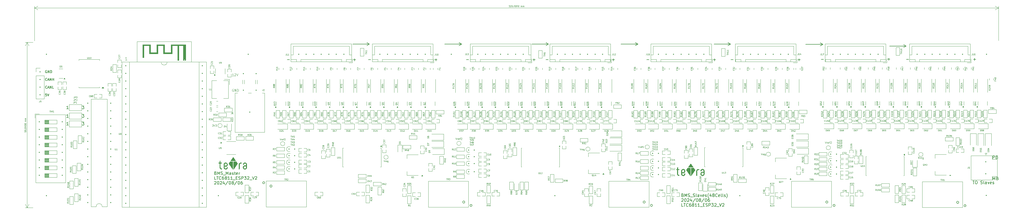
<source format=gbr>
%TF.GenerationSoftware,KiCad,Pcbnew,8.0.4*%
%TF.CreationDate,2024-08-06T16:15:26+08:00*%
%TF.ProjectId,LTC6811_ESP32_V2,4c544336-3831-4315-9f45-535033325f56,rev?*%
%TF.SameCoordinates,Original*%
%TF.FileFunction,Legend,Top*%
%TF.FilePolarity,Positive*%
%FSLAX46Y46*%
G04 Gerber Fmt 4.6, Leading zero omitted, Abs format (unit mm)*
G04 Created by KiCad (PCBNEW 8.0.4) date 2024-08-06 16:15:26*
%MOMM*%
%LPD*%
G01*
G04 APERTURE LIST*
%ADD10C,0.150000*%
%ADD11C,0.120000*%
%ADD12C,0.100000*%
%ADD13C,0.000000*%
%ADD14C,0.010000*%
%ADD15C,0.350000*%
G04 APERTURE END LIST*
D10*
X181800000Y-115600000D02*
X180900000Y-116100000D01*
X239450000Y-115087500D02*
X240350000Y-115587500D01*
X210650000Y-115600000D02*
X209750000Y-116100000D01*
X240350000Y-115587500D02*
X239450000Y-116087500D01*
X265550000Y-115600000D02*
X271050000Y-115600000D01*
X328450000Y-115750000D02*
X329350000Y-116250000D01*
X329350000Y-116250000D02*
X328450000Y-116750000D01*
X271050000Y-115600000D02*
X270150000Y-116100000D01*
X150300000Y-115100000D02*
X151200000Y-115600000D01*
X209750000Y-115100000D02*
X210650000Y-115600000D01*
X323850000Y-116250000D02*
X329350000Y-116250000D01*
X151200000Y-115600000D02*
X150300000Y-116100000D01*
X180900000Y-115100000D02*
X181800000Y-115600000D01*
X296000000Y-115700000D02*
X301500000Y-115700000D01*
X176150000Y-115600000D02*
X181650000Y-115600000D01*
X234700000Y-115600000D02*
X240200000Y-115600000D01*
X270150000Y-115100000D02*
X271050000Y-115600000D01*
X301700000Y-115700000D02*
X300800000Y-116200000D01*
X145700000Y-115600000D02*
X151200000Y-115600000D01*
X205150000Y-115600000D02*
X210650000Y-115600000D01*
X300800000Y-115200000D02*
X301700000Y-115700000D01*
X271186779Y-120788866D02*
X271948684Y-120788866D01*
X150836779Y-120788866D02*
X151598684Y-120788866D01*
X301136779Y-120688866D02*
X301898684Y-120688866D01*
X183386779Y-120788866D02*
X184148684Y-120788866D01*
X145886779Y-120788866D02*
X146648684Y-120788866D01*
X146267731Y-121169819D02*
X146267731Y-120407914D01*
X329436779Y-120688866D02*
X330198684Y-120688866D01*
X172886779Y-120788866D02*
X173648684Y-120788866D01*
X173267731Y-121169819D02*
X173267731Y-120407914D01*
X358136779Y-153669819D02*
X358136779Y-152669819D01*
X358136779Y-152669819D02*
X358517731Y-152669819D01*
X358517731Y-152669819D02*
X358612969Y-152717438D01*
X358612969Y-152717438D02*
X358660588Y-152765057D01*
X358660588Y-152765057D02*
X358708207Y-152860295D01*
X358708207Y-152860295D02*
X358708207Y-153003152D01*
X358708207Y-153003152D02*
X358660588Y-153098390D01*
X358660588Y-153098390D02*
X358612969Y-153146009D01*
X358612969Y-153146009D02*
X358517731Y-153193628D01*
X358517731Y-153193628D02*
X358136779Y-153193628D01*
X359470112Y-153146009D02*
X359612969Y-153193628D01*
X359612969Y-153193628D02*
X359660588Y-153241247D01*
X359660588Y-153241247D02*
X359708207Y-153336485D01*
X359708207Y-153336485D02*
X359708207Y-153479342D01*
X359708207Y-153479342D02*
X359660588Y-153574580D01*
X359660588Y-153574580D02*
X359612969Y-153622200D01*
X359612969Y-153622200D02*
X359517731Y-153669819D01*
X359517731Y-153669819D02*
X359136779Y-153669819D01*
X359136779Y-153669819D02*
X359136779Y-152669819D01*
X359136779Y-152669819D02*
X359470112Y-152669819D01*
X359470112Y-152669819D02*
X359565350Y-152717438D01*
X359565350Y-152717438D02*
X359612969Y-152765057D01*
X359612969Y-152765057D02*
X359660588Y-152860295D01*
X359660588Y-152860295D02*
X359660588Y-152955533D01*
X359660588Y-152955533D02*
X359612969Y-153050771D01*
X359612969Y-153050771D02*
X359565350Y-153098390D01*
X359565350Y-153098390D02*
X359470112Y-153146009D01*
X359470112Y-153146009D02*
X359136779Y-153146009D01*
X44108207Y-124404660D02*
X44032017Y-124366565D01*
X44032017Y-124366565D02*
X43917731Y-124366565D01*
X43917731Y-124366565D02*
X43803445Y-124404660D01*
X43803445Y-124404660D02*
X43727255Y-124480850D01*
X43727255Y-124480850D02*
X43689160Y-124557041D01*
X43689160Y-124557041D02*
X43651064Y-124709422D01*
X43651064Y-124709422D02*
X43651064Y-124823708D01*
X43651064Y-124823708D02*
X43689160Y-124976089D01*
X43689160Y-124976089D02*
X43727255Y-125052279D01*
X43727255Y-125052279D02*
X43803445Y-125128470D01*
X43803445Y-125128470D02*
X43917731Y-125166565D01*
X43917731Y-125166565D02*
X43993922Y-125166565D01*
X43993922Y-125166565D02*
X44108207Y-125128470D01*
X44108207Y-125128470D02*
X44146303Y-125090374D01*
X44146303Y-125090374D02*
X44146303Y-124823708D01*
X44146303Y-124823708D02*
X43993922Y-124823708D01*
X44489160Y-125166565D02*
X44489160Y-124366565D01*
X44489160Y-124366565D02*
X44946303Y-125166565D01*
X44946303Y-125166565D02*
X44946303Y-124366565D01*
X45327255Y-125166565D02*
X45327255Y-124366565D01*
X45327255Y-124366565D02*
X45517731Y-124366565D01*
X45517731Y-124366565D02*
X45632017Y-124404660D01*
X45632017Y-124404660D02*
X45708207Y-124480850D01*
X45708207Y-124480850D02*
X45746302Y-124557041D01*
X45746302Y-124557041D02*
X45784398Y-124709422D01*
X45784398Y-124709422D02*
X45784398Y-124823708D01*
X45784398Y-124823708D02*
X45746302Y-124976089D01*
X45746302Y-124976089D02*
X45708207Y-125052279D01*
X45708207Y-125052279D02*
X45632017Y-125128470D01*
X45632017Y-125128470D02*
X45517731Y-125166565D01*
X45517731Y-125166565D02*
X45327255Y-125166565D01*
X44146303Y-127666284D02*
X44108207Y-127704380D01*
X44108207Y-127704380D02*
X43993922Y-127742475D01*
X43993922Y-127742475D02*
X43917731Y-127742475D01*
X43917731Y-127742475D02*
X43803445Y-127704380D01*
X43803445Y-127704380D02*
X43727255Y-127628189D01*
X43727255Y-127628189D02*
X43689160Y-127551999D01*
X43689160Y-127551999D02*
X43651064Y-127399618D01*
X43651064Y-127399618D02*
X43651064Y-127285332D01*
X43651064Y-127285332D02*
X43689160Y-127132951D01*
X43689160Y-127132951D02*
X43727255Y-127056760D01*
X43727255Y-127056760D02*
X43803445Y-126980570D01*
X43803445Y-126980570D02*
X43917731Y-126942475D01*
X43917731Y-126942475D02*
X43993922Y-126942475D01*
X43993922Y-126942475D02*
X44108207Y-126980570D01*
X44108207Y-126980570D02*
X44146303Y-127018665D01*
X44451064Y-127513903D02*
X44832017Y-127513903D01*
X44374874Y-127742475D02*
X44641541Y-126942475D01*
X44641541Y-126942475D02*
X44908207Y-127742475D01*
X45174874Y-127742475D02*
X45174874Y-126942475D01*
X45174874Y-126942475D02*
X45632017Y-127742475D01*
X45632017Y-127742475D02*
X45632017Y-126942475D01*
X46012969Y-127742475D02*
X46012969Y-126942475D01*
X46012969Y-127323427D02*
X46470112Y-127323427D01*
X46470112Y-127742475D02*
X46470112Y-126942475D01*
X44146303Y-130242194D02*
X44108207Y-130280290D01*
X44108207Y-130280290D02*
X43993922Y-130318385D01*
X43993922Y-130318385D02*
X43917731Y-130318385D01*
X43917731Y-130318385D02*
X43803445Y-130280290D01*
X43803445Y-130280290D02*
X43727255Y-130204099D01*
X43727255Y-130204099D02*
X43689160Y-130127909D01*
X43689160Y-130127909D02*
X43651064Y-129975528D01*
X43651064Y-129975528D02*
X43651064Y-129861242D01*
X43651064Y-129861242D02*
X43689160Y-129708861D01*
X43689160Y-129708861D02*
X43727255Y-129632670D01*
X43727255Y-129632670D02*
X43803445Y-129556480D01*
X43803445Y-129556480D02*
X43917731Y-129518385D01*
X43917731Y-129518385D02*
X43993922Y-129518385D01*
X43993922Y-129518385D02*
X44108207Y-129556480D01*
X44108207Y-129556480D02*
X44146303Y-129594575D01*
X44451064Y-130089813D02*
X44832017Y-130089813D01*
X44374874Y-130318385D02*
X44641541Y-129518385D01*
X44641541Y-129518385D02*
X44908207Y-130318385D01*
X45174874Y-130318385D02*
X45174874Y-129518385D01*
X45174874Y-129518385D02*
X45632017Y-130318385D01*
X45632017Y-130318385D02*
X45632017Y-129518385D01*
X46393921Y-130318385D02*
X46012969Y-130318385D01*
X46012969Y-130318385D02*
X46012969Y-129518385D01*
X44070112Y-132094295D02*
X43689160Y-132094295D01*
X43689160Y-132094295D02*
X43651064Y-132475247D01*
X43651064Y-132475247D02*
X43689160Y-132437152D01*
X43689160Y-132437152D02*
X43765350Y-132399057D01*
X43765350Y-132399057D02*
X43955826Y-132399057D01*
X43955826Y-132399057D02*
X44032017Y-132437152D01*
X44032017Y-132437152D02*
X44070112Y-132475247D01*
X44070112Y-132475247D02*
X44108207Y-132551438D01*
X44108207Y-132551438D02*
X44108207Y-132741914D01*
X44108207Y-132741914D02*
X44070112Y-132818104D01*
X44070112Y-132818104D02*
X44032017Y-132856200D01*
X44032017Y-132856200D02*
X43955826Y-132894295D01*
X43955826Y-132894295D02*
X43765350Y-132894295D01*
X43765350Y-132894295D02*
X43689160Y-132856200D01*
X43689160Y-132856200D02*
X43651064Y-132818104D01*
X44336779Y-132094295D02*
X44603446Y-132894295D01*
X44603446Y-132894295D02*
X44870112Y-132094295D01*
X358136779Y-160769819D02*
X358136779Y-159769819D01*
X358136779Y-159769819D02*
X358470112Y-160484104D01*
X358470112Y-160484104D02*
X358803445Y-159769819D01*
X358803445Y-159769819D02*
X358803445Y-160769819D01*
X359612969Y-160246009D02*
X359755826Y-160293628D01*
X359755826Y-160293628D02*
X359803445Y-160341247D01*
X359803445Y-160341247D02*
X359851064Y-160436485D01*
X359851064Y-160436485D02*
X359851064Y-160579342D01*
X359851064Y-160579342D02*
X359803445Y-160674580D01*
X359803445Y-160674580D02*
X359755826Y-160722200D01*
X359755826Y-160722200D02*
X359660588Y-160769819D01*
X359660588Y-160769819D02*
X359279636Y-160769819D01*
X359279636Y-160769819D02*
X359279636Y-159769819D01*
X359279636Y-159769819D02*
X359612969Y-159769819D01*
X359612969Y-159769819D02*
X359708207Y-159817438D01*
X359708207Y-159817438D02*
X359755826Y-159865057D01*
X359755826Y-159865057D02*
X359803445Y-159960295D01*
X359803445Y-159960295D02*
X359803445Y-160055533D01*
X359803445Y-160055533D02*
X359755826Y-160150771D01*
X359755826Y-160150771D02*
X359708207Y-160198390D01*
X359708207Y-160198390D02*
X359612969Y-160246009D01*
X359612969Y-160246009D02*
X359279636Y-160246009D01*
X351636779Y-120688866D02*
X352398684Y-120688866D01*
X352017731Y-121069819D02*
X352017731Y-120307914D01*
X205436779Y-120788866D02*
X206198684Y-120788866D01*
X205817731Y-121169819D02*
X205817731Y-120407914D01*
X265336779Y-120788866D02*
X266098684Y-120788866D01*
X265717731Y-121169819D02*
X265717731Y-120407914D01*
X231786779Y-120788866D02*
X232548684Y-120788866D01*
X232167731Y-121169819D02*
X232167731Y-120407914D01*
X255170112Y-165826121D02*
X255312969Y-165873740D01*
X255312969Y-165873740D02*
X255360588Y-165921359D01*
X255360588Y-165921359D02*
X255408207Y-166016597D01*
X255408207Y-166016597D02*
X255408207Y-166159454D01*
X255408207Y-166159454D02*
X255360588Y-166254692D01*
X255360588Y-166254692D02*
X255312969Y-166302312D01*
X255312969Y-166302312D02*
X255217731Y-166349931D01*
X255217731Y-166349931D02*
X254836779Y-166349931D01*
X254836779Y-166349931D02*
X254836779Y-165349931D01*
X254836779Y-165349931D02*
X255170112Y-165349931D01*
X255170112Y-165349931D02*
X255265350Y-165397550D01*
X255265350Y-165397550D02*
X255312969Y-165445169D01*
X255312969Y-165445169D02*
X255360588Y-165540407D01*
X255360588Y-165540407D02*
X255360588Y-165635645D01*
X255360588Y-165635645D02*
X255312969Y-165730883D01*
X255312969Y-165730883D02*
X255265350Y-165778502D01*
X255265350Y-165778502D02*
X255170112Y-165826121D01*
X255170112Y-165826121D02*
X254836779Y-165826121D01*
X255836779Y-166349931D02*
X255836779Y-165349931D01*
X255836779Y-165349931D02*
X256170112Y-166064216D01*
X256170112Y-166064216D02*
X256503445Y-165349931D01*
X256503445Y-165349931D02*
X256503445Y-166349931D01*
X256932017Y-166302312D02*
X257074874Y-166349931D01*
X257074874Y-166349931D02*
X257312969Y-166349931D01*
X257312969Y-166349931D02*
X257408207Y-166302312D01*
X257408207Y-166302312D02*
X257455826Y-166254692D01*
X257455826Y-166254692D02*
X257503445Y-166159454D01*
X257503445Y-166159454D02*
X257503445Y-166064216D01*
X257503445Y-166064216D02*
X257455826Y-165968978D01*
X257455826Y-165968978D02*
X257408207Y-165921359D01*
X257408207Y-165921359D02*
X257312969Y-165873740D01*
X257312969Y-165873740D02*
X257122493Y-165826121D01*
X257122493Y-165826121D02*
X257027255Y-165778502D01*
X257027255Y-165778502D02*
X256979636Y-165730883D01*
X256979636Y-165730883D02*
X256932017Y-165635645D01*
X256932017Y-165635645D02*
X256932017Y-165540407D01*
X256932017Y-165540407D02*
X256979636Y-165445169D01*
X256979636Y-165445169D02*
X257027255Y-165397550D01*
X257027255Y-165397550D02*
X257122493Y-165349931D01*
X257122493Y-165349931D02*
X257360588Y-165349931D01*
X257360588Y-165349931D02*
X257503445Y-165397550D01*
X257693922Y-166445169D02*
X258455826Y-166445169D01*
X258646303Y-166302312D02*
X258789160Y-166349931D01*
X258789160Y-166349931D02*
X259027255Y-166349931D01*
X259027255Y-166349931D02*
X259122493Y-166302312D01*
X259122493Y-166302312D02*
X259170112Y-166254692D01*
X259170112Y-166254692D02*
X259217731Y-166159454D01*
X259217731Y-166159454D02*
X259217731Y-166064216D01*
X259217731Y-166064216D02*
X259170112Y-165968978D01*
X259170112Y-165968978D02*
X259122493Y-165921359D01*
X259122493Y-165921359D02*
X259027255Y-165873740D01*
X259027255Y-165873740D02*
X258836779Y-165826121D01*
X258836779Y-165826121D02*
X258741541Y-165778502D01*
X258741541Y-165778502D02*
X258693922Y-165730883D01*
X258693922Y-165730883D02*
X258646303Y-165635645D01*
X258646303Y-165635645D02*
X258646303Y-165540407D01*
X258646303Y-165540407D02*
X258693922Y-165445169D01*
X258693922Y-165445169D02*
X258741541Y-165397550D01*
X258741541Y-165397550D02*
X258836779Y-165349931D01*
X258836779Y-165349931D02*
X259074874Y-165349931D01*
X259074874Y-165349931D02*
X259217731Y-165397550D01*
X259789160Y-166349931D02*
X259693922Y-166302312D01*
X259693922Y-166302312D02*
X259646303Y-166207073D01*
X259646303Y-166207073D02*
X259646303Y-165349931D01*
X260598684Y-166349931D02*
X260598684Y-165826121D01*
X260598684Y-165826121D02*
X260551065Y-165730883D01*
X260551065Y-165730883D02*
X260455827Y-165683264D01*
X260455827Y-165683264D02*
X260265351Y-165683264D01*
X260265351Y-165683264D02*
X260170113Y-165730883D01*
X260598684Y-166302312D02*
X260503446Y-166349931D01*
X260503446Y-166349931D02*
X260265351Y-166349931D01*
X260265351Y-166349931D02*
X260170113Y-166302312D01*
X260170113Y-166302312D02*
X260122494Y-166207073D01*
X260122494Y-166207073D02*
X260122494Y-166111835D01*
X260122494Y-166111835D02*
X260170113Y-166016597D01*
X260170113Y-166016597D02*
X260265351Y-165968978D01*
X260265351Y-165968978D02*
X260503446Y-165968978D01*
X260503446Y-165968978D02*
X260598684Y-165921359D01*
X260979637Y-165683264D02*
X261217732Y-166349931D01*
X261217732Y-166349931D02*
X261455827Y-165683264D01*
X262217732Y-166302312D02*
X262122494Y-166349931D01*
X262122494Y-166349931D02*
X261932018Y-166349931D01*
X261932018Y-166349931D02*
X261836780Y-166302312D01*
X261836780Y-166302312D02*
X261789161Y-166207073D01*
X261789161Y-166207073D02*
X261789161Y-165826121D01*
X261789161Y-165826121D02*
X261836780Y-165730883D01*
X261836780Y-165730883D02*
X261932018Y-165683264D01*
X261932018Y-165683264D02*
X262122494Y-165683264D01*
X262122494Y-165683264D02*
X262217732Y-165730883D01*
X262217732Y-165730883D02*
X262265351Y-165826121D01*
X262265351Y-165826121D02*
X262265351Y-165921359D01*
X262265351Y-165921359D02*
X261789161Y-166016597D01*
X262646304Y-166302312D02*
X262741542Y-166349931D01*
X262741542Y-166349931D02*
X262932018Y-166349931D01*
X262932018Y-166349931D02*
X263027256Y-166302312D01*
X263027256Y-166302312D02*
X263074875Y-166207073D01*
X263074875Y-166207073D02*
X263074875Y-166159454D01*
X263074875Y-166159454D02*
X263027256Y-166064216D01*
X263027256Y-166064216D02*
X262932018Y-166016597D01*
X262932018Y-166016597D02*
X262789161Y-166016597D01*
X262789161Y-166016597D02*
X262693923Y-165968978D01*
X262693923Y-165968978D02*
X262646304Y-165873740D01*
X262646304Y-165873740D02*
X262646304Y-165826121D01*
X262646304Y-165826121D02*
X262693923Y-165730883D01*
X262693923Y-165730883D02*
X262789161Y-165683264D01*
X262789161Y-165683264D02*
X262932018Y-165683264D01*
X262932018Y-165683264D02*
X263027256Y-165730883D01*
X263789161Y-166730883D02*
X263741542Y-166683264D01*
X263741542Y-166683264D02*
X263646304Y-166540407D01*
X263646304Y-166540407D02*
X263598685Y-166445169D01*
X263598685Y-166445169D02*
X263551066Y-166302312D01*
X263551066Y-166302312D02*
X263503447Y-166064216D01*
X263503447Y-166064216D02*
X263503447Y-165873740D01*
X263503447Y-165873740D02*
X263551066Y-165635645D01*
X263551066Y-165635645D02*
X263598685Y-165492788D01*
X263598685Y-165492788D02*
X263646304Y-165397550D01*
X263646304Y-165397550D02*
X263741542Y-165254692D01*
X263741542Y-165254692D02*
X263789161Y-165207073D01*
X264598685Y-165683264D02*
X264598685Y-166349931D01*
X264360590Y-165302312D02*
X264122495Y-166016597D01*
X264122495Y-166016597D02*
X264741542Y-166016597D01*
X265265352Y-165778502D02*
X265170114Y-165730883D01*
X265170114Y-165730883D02*
X265122495Y-165683264D01*
X265122495Y-165683264D02*
X265074876Y-165588026D01*
X265074876Y-165588026D02*
X265074876Y-165540407D01*
X265074876Y-165540407D02*
X265122495Y-165445169D01*
X265122495Y-165445169D02*
X265170114Y-165397550D01*
X265170114Y-165397550D02*
X265265352Y-165349931D01*
X265265352Y-165349931D02*
X265455828Y-165349931D01*
X265455828Y-165349931D02*
X265551066Y-165397550D01*
X265551066Y-165397550D02*
X265598685Y-165445169D01*
X265598685Y-165445169D02*
X265646304Y-165540407D01*
X265646304Y-165540407D02*
X265646304Y-165588026D01*
X265646304Y-165588026D02*
X265598685Y-165683264D01*
X265598685Y-165683264D02*
X265551066Y-165730883D01*
X265551066Y-165730883D02*
X265455828Y-165778502D01*
X265455828Y-165778502D02*
X265265352Y-165778502D01*
X265265352Y-165778502D02*
X265170114Y-165826121D01*
X265170114Y-165826121D02*
X265122495Y-165873740D01*
X265122495Y-165873740D02*
X265074876Y-165968978D01*
X265074876Y-165968978D02*
X265074876Y-166159454D01*
X265074876Y-166159454D02*
X265122495Y-166254692D01*
X265122495Y-166254692D02*
X265170114Y-166302312D01*
X265170114Y-166302312D02*
X265265352Y-166349931D01*
X265265352Y-166349931D02*
X265455828Y-166349931D01*
X265455828Y-166349931D02*
X265551066Y-166302312D01*
X265551066Y-166302312D02*
X265598685Y-166254692D01*
X265598685Y-166254692D02*
X265646304Y-166159454D01*
X265646304Y-166159454D02*
X265646304Y-165968978D01*
X265646304Y-165968978D02*
X265598685Y-165873740D01*
X265598685Y-165873740D02*
X265551066Y-165826121D01*
X265551066Y-165826121D02*
X265455828Y-165778502D01*
X266646304Y-166254692D02*
X266598685Y-166302312D01*
X266598685Y-166302312D02*
X266455828Y-166349931D01*
X266455828Y-166349931D02*
X266360590Y-166349931D01*
X266360590Y-166349931D02*
X266217733Y-166302312D01*
X266217733Y-166302312D02*
X266122495Y-166207073D01*
X266122495Y-166207073D02*
X266074876Y-166111835D01*
X266074876Y-166111835D02*
X266027257Y-165921359D01*
X266027257Y-165921359D02*
X266027257Y-165778502D01*
X266027257Y-165778502D02*
X266074876Y-165588026D01*
X266074876Y-165588026D02*
X266122495Y-165492788D01*
X266122495Y-165492788D02*
X266217733Y-165397550D01*
X266217733Y-165397550D02*
X266360590Y-165349931D01*
X266360590Y-165349931D02*
X266455828Y-165349931D01*
X266455828Y-165349931D02*
X266598685Y-165397550D01*
X266598685Y-165397550D02*
X266646304Y-165445169D01*
X267455828Y-166302312D02*
X267360590Y-166349931D01*
X267360590Y-166349931D02*
X267170114Y-166349931D01*
X267170114Y-166349931D02*
X267074876Y-166302312D01*
X267074876Y-166302312D02*
X267027257Y-166207073D01*
X267027257Y-166207073D02*
X267027257Y-165826121D01*
X267027257Y-165826121D02*
X267074876Y-165730883D01*
X267074876Y-165730883D02*
X267170114Y-165683264D01*
X267170114Y-165683264D02*
X267360590Y-165683264D01*
X267360590Y-165683264D02*
X267455828Y-165730883D01*
X267455828Y-165730883D02*
X267503447Y-165826121D01*
X267503447Y-165826121D02*
X267503447Y-165921359D01*
X267503447Y-165921359D02*
X267027257Y-166016597D01*
X268074876Y-166349931D02*
X267979638Y-166302312D01*
X267979638Y-166302312D02*
X267932019Y-166207073D01*
X267932019Y-166207073D02*
X267932019Y-165349931D01*
X268598686Y-166349931D02*
X268503448Y-166302312D01*
X268503448Y-166302312D02*
X268455829Y-166207073D01*
X268455829Y-166207073D02*
X268455829Y-165349931D01*
X268932020Y-166302312D02*
X269027258Y-166349931D01*
X269027258Y-166349931D02*
X269217734Y-166349931D01*
X269217734Y-166349931D02*
X269312972Y-166302312D01*
X269312972Y-166302312D02*
X269360591Y-166207073D01*
X269360591Y-166207073D02*
X269360591Y-166159454D01*
X269360591Y-166159454D02*
X269312972Y-166064216D01*
X269312972Y-166064216D02*
X269217734Y-166016597D01*
X269217734Y-166016597D02*
X269074877Y-166016597D01*
X269074877Y-166016597D02*
X268979639Y-165968978D01*
X268979639Y-165968978D02*
X268932020Y-165873740D01*
X268932020Y-165873740D02*
X268932020Y-165826121D01*
X268932020Y-165826121D02*
X268979639Y-165730883D01*
X268979639Y-165730883D02*
X269074877Y-165683264D01*
X269074877Y-165683264D02*
X269217734Y-165683264D01*
X269217734Y-165683264D02*
X269312972Y-165730883D01*
X269693925Y-166730883D02*
X269741544Y-166683264D01*
X269741544Y-166683264D02*
X269836782Y-166540407D01*
X269836782Y-166540407D02*
X269884401Y-166445169D01*
X269884401Y-166445169D02*
X269932020Y-166302312D01*
X269932020Y-166302312D02*
X269979639Y-166064216D01*
X269979639Y-166064216D02*
X269979639Y-165873740D01*
X269979639Y-165873740D02*
X269932020Y-165635645D01*
X269932020Y-165635645D02*
X269884401Y-165492788D01*
X269884401Y-165492788D02*
X269836782Y-165397550D01*
X269836782Y-165397550D02*
X269741544Y-165254692D01*
X269741544Y-165254692D02*
X269693925Y-165207073D01*
X254789160Y-167055113D02*
X254836779Y-167007494D01*
X254836779Y-167007494D02*
X254932017Y-166959875D01*
X254932017Y-166959875D02*
X255170112Y-166959875D01*
X255170112Y-166959875D02*
X255265350Y-167007494D01*
X255265350Y-167007494D02*
X255312969Y-167055113D01*
X255312969Y-167055113D02*
X255360588Y-167150351D01*
X255360588Y-167150351D02*
X255360588Y-167245589D01*
X255360588Y-167245589D02*
X255312969Y-167388446D01*
X255312969Y-167388446D02*
X254741541Y-167959875D01*
X254741541Y-167959875D02*
X255360588Y-167959875D01*
X255979636Y-166959875D02*
X256074874Y-166959875D01*
X256074874Y-166959875D02*
X256170112Y-167007494D01*
X256170112Y-167007494D02*
X256217731Y-167055113D01*
X256217731Y-167055113D02*
X256265350Y-167150351D01*
X256265350Y-167150351D02*
X256312969Y-167340827D01*
X256312969Y-167340827D02*
X256312969Y-167578922D01*
X256312969Y-167578922D02*
X256265350Y-167769398D01*
X256265350Y-167769398D02*
X256217731Y-167864636D01*
X256217731Y-167864636D02*
X256170112Y-167912256D01*
X256170112Y-167912256D02*
X256074874Y-167959875D01*
X256074874Y-167959875D02*
X255979636Y-167959875D01*
X255979636Y-167959875D02*
X255884398Y-167912256D01*
X255884398Y-167912256D02*
X255836779Y-167864636D01*
X255836779Y-167864636D02*
X255789160Y-167769398D01*
X255789160Y-167769398D02*
X255741541Y-167578922D01*
X255741541Y-167578922D02*
X255741541Y-167340827D01*
X255741541Y-167340827D02*
X255789160Y-167150351D01*
X255789160Y-167150351D02*
X255836779Y-167055113D01*
X255836779Y-167055113D02*
X255884398Y-167007494D01*
X255884398Y-167007494D02*
X255979636Y-166959875D01*
X256693922Y-167055113D02*
X256741541Y-167007494D01*
X256741541Y-167007494D02*
X256836779Y-166959875D01*
X256836779Y-166959875D02*
X257074874Y-166959875D01*
X257074874Y-166959875D02*
X257170112Y-167007494D01*
X257170112Y-167007494D02*
X257217731Y-167055113D01*
X257217731Y-167055113D02*
X257265350Y-167150351D01*
X257265350Y-167150351D02*
X257265350Y-167245589D01*
X257265350Y-167245589D02*
X257217731Y-167388446D01*
X257217731Y-167388446D02*
X256646303Y-167959875D01*
X256646303Y-167959875D02*
X257265350Y-167959875D01*
X258122493Y-167293208D02*
X258122493Y-167959875D01*
X257884398Y-166912256D02*
X257646303Y-167626541D01*
X257646303Y-167626541D02*
X258265350Y-167626541D01*
X259360588Y-166912256D02*
X258503446Y-168197970D01*
X259884398Y-166959875D02*
X259979636Y-166959875D01*
X259979636Y-166959875D02*
X260074874Y-167007494D01*
X260074874Y-167007494D02*
X260122493Y-167055113D01*
X260122493Y-167055113D02*
X260170112Y-167150351D01*
X260170112Y-167150351D02*
X260217731Y-167340827D01*
X260217731Y-167340827D02*
X260217731Y-167578922D01*
X260217731Y-167578922D02*
X260170112Y-167769398D01*
X260170112Y-167769398D02*
X260122493Y-167864636D01*
X260122493Y-167864636D02*
X260074874Y-167912256D01*
X260074874Y-167912256D02*
X259979636Y-167959875D01*
X259979636Y-167959875D02*
X259884398Y-167959875D01*
X259884398Y-167959875D02*
X259789160Y-167912256D01*
X259789160Y-167912256D02*
X259741541Y-167864636D01*
X259741541Y-167864636D02*
X259693922Y-167769398D01*
X259693922Y-167769398D02*
X259646303Y-167578922D01*
X259646303Y-167578922D02*
X259646303Y-167340827D01*
X259646303Y-167340827D02*
X259693922Y-167150351D01*
X259693922Y-167150351D02*
X259741541Y-167055113D01*
X259741541Y-167055113D02*
X259789160Y-167007494D01*
X259789160Y-167007494D02*
X259884398Y-166959875D01*
X260789160Y-167388446D02*
X260693922Y-167340827D01*
X260693922Y-167340827D02*
X260646303Y-167293208D01*
X260646303Y-167293208D02*
X260598684Y-167197970D01*
X260598684Y-167197970D02*
X260598684Y-167150351D01*
X260598684Y-167150351D02*
X260646303Y-167055113D01*
X260646303Y-167055113D02*
X260693922Y-167007494D01*
X260693922Y-167007494D02*
X260789160Y-166959875D01*
X260789160Y-166959875D02*
X260979636Y-166959875D01*
X260979636Y-166959875D02*
X261074874Y-167007494D01*
X261074874Y-167007494D02*
X261122493Y-167055113D01*
X261122493Y-167055113D02*
X261170112Y-167150351D01*
X261170112Y-167150351D02*
X261170112Y-167197970D01*
X261170112Y-167197970D02*
X261122493Y-167293208D01*
X261122493Y-167293208D02*
X261074874Y-167340827D01*
X261074874Y-167340827D02*
X260979636Y-167388446D01*
X260979636Y-167388446D02*
X260789160Y-167388446D01*
X260789160Y-167388446D02*
X260693922Y-167436065D01*
X260693922Y-167436065D02*
X260646303Y-167483684D01*
X260646303Y-167483684D02*
X260598684Y-167578922D01*
X260598684Y-167578922D02*
X260598684Y-167769398D01*
X260598684Y-167769398D02*
X260646303Y-167864636D01*
X260646303Y-167864636D02*
X260693922Y-167912256D01*
X260693922Y-167912256D02*
X260789160Y-167959875D01*
X260789160Y-167959875D02*
X260979636Y-167959875D01*
X260979636Y-167959875D02*
X261074874Y-167912256D01*
X261074874Y-167912256D02*
X261122493Y-167864636D01*
X261122493Y-167864636D02*
X261170112Y-167769398D01*
X261170112Y-167769398D02*
X261170112Y-167578922D01*
X261170112Y-167578922D02*
X261122493Y-167483684D01*
X261122493Y-167483684D02*
X261074874Y-167436065D01*
X261074874Y-167436065D02*
X260979636Y-167388446D01*
X262312969Y-166912256D02*
X261455827Y-168197970D01*
X262836779Y-166959875D02*
X262932017Y-166959875D01*
X262932017Y-166959875D02*
X263027255Y-167007494D01*
X263027255Y-167007494D02*
X263074874Y-167055113D01*
X263074874Y-167055113D02*
X263122493Y-167150351D01*
X263122493Y-167150351D02*
X263170112Y-167340827D01*
X263170112Y-167340827D02*
X263170112Y-167578922D01*
X263170112Y-167578922D02*
X263122493Y-167769398D01*
X263122493Y-167769398D02*
X263074874Y-167864636D01*
X263074874Y-167864636D02*
X263027255Y-167912256D01*
X263027255Y-167912256D02*
X262932017Y-167959875D01*
X262932017Y-167959875D02*
X262836779Y-167959875D01*
X262836779Y-167959875D02*
X262741541Y-167912256D01*
X262741541Y-167912256D02*
X262693922Y-167864636D01*
X262693922Y-167864636D02*
X262646303Y-167769398D01*
X262646303Y-167769398D02*
X262598684Y-167578922D01*
X262598684Y-167578922D02*
X262598684Y-167340827D01*
X262598684Y-167340827D02*
X262646303Y-167150351D01*
X262646303Y-167150351D02*
X262693922Y-167055113D01*
X262693922Y-167055113D02*
X262741541Y-167007494D01*
X262741541Y-167007494D02*
X262836779Y-166959875D01*
X264027255Y-166959875D02*
X263836779Y-166959875D01*
X263836779Y-166959875D02*
X263741541Y-167007494D01*
X263741541Y-167007494D02*
X263693922Y-167055113D01*
X263693922Y-167055113D02*
X263598684Y-167197970D01*
X263598684Y-167197970D02*
X263551065Y-167388446D01*
X263551065Y-167388446D02*
X263551065Y-167769398D01*
X263551065Y-167769398D02*
X263598684Y-167864636D01*
X263598684Y-167864636D02*
X263646303Y-167912256D01*
X263646303Y-167912256D02*
X263741541Y-167959875D01*
X263741541Y-167959875D02*
X263932017Y-167959875D01*
X263932017Y-167959875D02*
X264027255Y-167912256D01*
X264027255Y-167912256D02*
X264074874Y-167864636D01*
X264074874Y-167864636D02*
X264122493Y-167769398D01*
X264122493Y-167769398D02*
X264122493Y-167531303D01*
X264122493Y-167531303D02*
X264074874Y-167436065D01*
X264074874Y-167436065D02*
X264027255Y-167388446D01*
X264027255Y-167388446D02*
X263932017Y-167340827D01*
X263932017Y-167340827D02*
X263741541Y-167340827D01*
X263741541Y-167340827D02*
X263646303Y-167388446D01*
X263646303Y-167388446D02*
X263598684Y-167436065D01*
X263598684Y-167436065D02*
X263551065Y-167531303D01*
X255312969Y-169569819D02*
X254836779Y-169569819D01*
X254836779Y-169569819D02*
X254836779Y-168569819D01*
X255503446Y-168569819D02*
X256074874Y-168569819D01*
X255789160Y-169569819D02*
X255789160Y-168569819D01*
X256979636Y-169474580D02*
X256932017Y-169522200D01*
X256932017Y-169522200D02*
X256789160Y-169569819D01*
X256789160Y-169569819D02*
X256693922Y-169569819D01*
X256693922Y-169569819D02*
X256551065Y-169522200D01*
X256551065Y-169522200D02*
X256455827Y-169426961D01*
X256455827Y-169426961D02*
X256408208Y-169331723D01*
X256408208Y-169331723D02*
X256360589Y-169141247D01*
X256360589Y-169141247D02*
X256360589Y-168998390D01*
X256360589Y-168998390D02*
X256408208Y-168807914D01*
X256408208Y-168807914D02*
X256455827Y-168712676D01*
X256455827Y-168712676D02*
X256551065Y-168617438D01*
X256551065Y-168617438D02*
X256693922Y-168569819D01*
X256693922Y-168569819D02*
X256789160Y-168569819D01*
X256789160Y-168569819D02*
X256932017Y-168617438D01*
X256932017Y-168617438D02*
X256979636Y-168665057D01*
X257836779Y-168569819D02*
X257646303Y-168569819D01*
X257646303Y-168569819D02*
X257551065Y-168617438D01*
X257551065Y-168617438D02*
X257503446Y-168665057D01*
X257503446Y-168665057D02*
X257408208Y-168807914D01*
X257408208Y-168807914D02*
X257360589Y-168998390D01*
X257360589Y-168998390D02*
X257360589Y-169379342D01*
X257360589Y-169379342D02*
X257408208Y-169474580D01*
X257408208Y-169474580D02*
X257455827Y-169522200D01*
X257455827Y-169522200D02*
X257551065Y-169569819D01*
X257551065Y-169569819D02*
X257741541Y-169569819D01*
X257741541Y-169569819D02*
X257836779Y-169522200D01*
X257836779Y-169522200D02*
X257884398Y-169474580D01*
X257884398Y-169474580D02*
X257932017Y-169379342D01*
X257932017Y-169379342D02*
X257932017Y-169141247D01*
X257932017Y-169141247D02*
X257884398Y-169046009D01*
X257884398Y-169046009D02*
X257836779Y-168998390D01*
X257836779Y-168998390D02*
X257741541Y-168950771D01*
X257741541Y-168950771D02*
X257551065Y-168950771D01*
X257551065Y-168950771D02*
X257455827Y-168998390D01*
X257455827Y-168998390D02*
X257408208Y-169046009D01*
X257408208Y-169046009D02*
X257360589Y-169141247D01*
X258503446Y-168998390D02*
X258408208Y-168950771D01*
X258408208Y-168950771D02*
X258360589Y-168903152D01*
X258360589Y-168903152D02*
X258312970Y-168807914D01*
X258312970Y-168807914D02*
X258312970Y-168760295D01*
X258312970Y-168760295D02*
X258360589Y-168665057D01*
X258360589Y-168665057D02*
X258408208Y-168617438D01*
X258408208Y-168617438D02*
X258503446Y-168569819D01*
X258503446Y-168569819D02*
X258693922Y-168569819D01*
X258693922Y-168569819D02*
X258789160Y-168617438D01*
X258789160Y-168617438D02*
X258836779Y-168665057D01*
X258836779Y-168665057D02*
X258884398Y-168760295D01*
X258884398Y-168760295D02*
X258884398Y-168807914D01*
X258884398Y-168807914D02*
X258836779Y-168903152D01*
X258836779Y-168903152D02*
X258789160Y-168950771D01*
X258789160Y-168950771D02*
X258693922Y-168998390D01*
X258693922Y-168998390D02*
X258503446Y-168998390D01*
X258503446Y-168998390D02*
X258408208Y-169046009D01*
X258408208Y-169046009D02*
X258360589Y-169093628D01*
X258360589Y-169093628D02*
X258312970Y-169188866D01*
X258312970Y-169188866D02*
X258312970Y-169379342D01*
X258312970Y-169379342D02*
X258360589Y-169474580D01*
X258360589Y-169474580D02*
X258408208Y-169522200D01*
X258408208Y-169522200D02*
X258503446Y-169569819D01*
X258503446Y-169569819D02*
X258693922Y-169569819D01*
X258693922Y-169569819D02*
X258789160Y-169522200D01*
X258789160Y-169522200D02*
X258836779Y-169474580D01*
X258836779Y-169474580D02*
X258884398Y-169379342D01*
X258884398Y-169379342D02*
X258884398Y-169188866D01*
X258884398Y-169188866D02*
X258836779Y-169093628D01*
X258836779Y-169093628D02*
X258789160Y-169046009D01*
X258789160Y-169046009D02*
X258693922Y-168998390D01*
X259836779Y-169569819D02*
X259265351Y-169569819D01*
X259551065Y-169569819D02*
X259551065Y-168569819D01*
X259551065Y-168569819D02*
X259455827Y-168712676D01*
X259455827Y-168712676D02*
X259360589Y-168807914D01*
X259360589Y-168807914D02*
X259265351Y-168855533D01*
X260789160Y-169569819D02*
X260217732Y-169569819D01*
X260503446Y-169569819D02*
X260503446Y-168569819D01*
X260503446Y-168569819D02*
X260408208Y-168712676D01*
X260408208Y-168712676D02*
X260312970Y-168807914D01*
X260312970Y-168807914D02*
X260217732Y-168855533D01*
X260979637Y-169665057D02*
X261741541Y-169665057D01*
X261979637Y-169046009D02*
X262312970Y-169046009D01*
X262455827Y-169569819D02*
X261979637Y-169569819D01*
X261979637Y-169569819D02*
X261979637Y-168569819D01*
X261979637Y-168569819D02*
X262455827Y-168569819D01*
X262836780Y-169522200D02*
X262979637Y-169569819D01*
X262979637Y-169569819D02*
X263217732Y-169569819D01*
X263217732Y-169569819D02*
X263312970Y-169522200D01*
X263312970Y-169522200D02*
X263360589Y-169474580D01*
X263360589Y-169474580D02*
X263408208Y-169379342D01*
X263408208Y-169379342D02*
X263408208Y-169284104D01*
X263408208Y-169284104D02*
X263360589Y-169188866D01*
X263360589Y-169188866D02*
X263312970Y-169141247D01*
X263312970Y-169141247D02*
X263217732Y-169093628D01*
X263217732Y-169093628D02*
X263027256Y-169046009D01*
X263027256Y-169046009D02*
X262932018Y-168998390D01*
X262932018Y-168998390D02*
X262884399Y-168950771D01*
X262884399Y-168950771D02*
X262836780Y-168855533D01*
X262836780Y-168855533D02*
X262836780Y-168760295D01*
X262836780Y-168760295D02*
X262884399Y-168665057D01*
X262884399Y-168665057D02*
X262932018Y-168617438D01*
X262932018Y-168617438D02*
X263027256Y-168569819D01*
X263027256Y-168569819D02*
X263265351Y-168569819D01*
X263265351Y-168569819D02*
X263408208Y-168617438D01*
X263836780Y-169569819D02*
X263836780Y-168569819D01*
X263836780Y-168569819D02*
X264217732Y-168569819D01*
X264217732Y-168569819D02*
X264312970Y-168617438D01*
X264312970Y-168617438D02*
X264360589Y-168665057D01*
X264360589Y-168665057D02*
X264408208Y-168760295D01*
X264408208Y-168760295D02*
X264408208Y-168903152D01*
X264408208Y-168903152D02*
X264360589Y-168998390D01*
X264360589Y-168998390D02*
X264312970Y-169046009D01*
X264312970Y-169046009D02*
X264217732Y-169093628D01*
X264217732Y-169093628D02*
X263836780Y-169093628D01*
X264741542Y-168569819D02*
X265360589Y-168569819D01*
X265360589Y-168569819D02*
X265027256Y-168950771D01*
X265027256Y-168950771D02*
X265170113Y-168950771D01*
X265170113Y-168950771D02*
X265265351Y-168998390D01*
X265265351Y-168998390D02*
X265312970Y-169046009D01*
X265312970Y-169046009D02*
X265360589Y-169141247D01*
X265360589Y-169141247D02*
X265360589Y-169379342D01*
X265360589Y-169379342D02*
X265312970Y-169474580D01*
X265312970Y-169474580D02*
X265265351Y-169522200D01*
X265265351Y-169522200D02*
X265170113Y-169569819D01*
X265170113Y-169569819D02*
X264884399Y-169569819D01*
X264884399Y-169569819D02*
X264789161Y-169522200D01*
X264789161Y-169522200D02*
X264741542Y-169474580D01*
X265741542Y-168665057D02*
X265789161Y-168617438D01*
X265789161Y-168617438D02*
X265884399Y-168569819D01*
X265884399Y-168569819D02*
X266122494Y-168569819D01*
X266122494Y-168569819D02*
X266217732Y-168617438D01*
X266217732Y-168617438D02*
X266265351Y-168665057D01*
X266265351Y-168665057D02*
X266312970Y-168760295D01*
X266312970Y-168760295D02*
X266312970Y-168855533D01*
X266312970Y-168855533D02*
X266265351Y-168998390D01*
X266265351Y-168998390D02*
X265693923Y-169569819D01*
X265693923Y-169569819D02*
X266312970Y-169569819D01*
X266503447Y-169665057D02*
X267265351Y-169665057D01*
X267360590Y-168569819D02*
X267693923Y-169569819D01*
X267693923Y-169569819D02*
X268027256Y-168569819D01*
X268312971Y-168665057D02*
X268360590Y-168617438D01*
X268360590Y-168617438D02*
X268455828Y-168569819D01*
X268455828Y-168569819D02*
X268693923Y-168569819D01*
X268693923Y-168569819D02*
X268789161Y-168617438D01*
X268789161Y-168617438D02*
X268836780Y-168665057D01*
X268836780Y-168665057D02*
X268884399Y-168760295D01*
X268884399Y-168760295D02*
X268884399Y-168855533D01*
X268884399Y-168855533D02*
X268836780Y-168998390D01*
X268836780Y-168998390D02*
X268265352Y-169569819D01*
X268265352Y-169569819D02*
X268884399Y-169569819D01*
X243186779Y-120788866D02*
X243948684Y-120788866D01*
X100120112Y-158476121D02*
X100262969Y-158523740D01*
X100262969Y-158523740D02*
X100310588Y-158571359D01*
X100310588Y-158571359D02*
X100358207Y-158666597D01*
X100358207Y-158666597D02*
X100358207Y-158809454D01*
X100358207Y-158809454D02*
X100310588Y-158904692D01*
X100310588Y-158904692D02*
X100262969Y-158952312D01*
X100262969Y-158952312D02*
X100167731Y-158999931D01*
X100167731Y-158999931D02*
X99786779Y-158999931D01*
X99786779Y-158999931D02*
X99786779Y-157999931D01*
X99786779Y-157999931D02*
X100120112Y-157999931D01*
X100120112Y-157999931D02*
X100215350Y-158047550D01*
X100215350Y-158047550D02*
X100262969Y-158095169D01*
X100262969Y-158095169D02*
X100310588Y-158190407D01*
X100310588Y-158190407D02*
X100310588Y-158285645D01*
X100310588Y-158285645D02*
X100262969Y-158380883D01*
X100262969Y-158380883D02*
X100215350Y-158428502D01*
X100215350Y-158428502D02*
X100120112Y-158476121D01*
X100120112Y-158476121D02*
X99786779Y-158476121D01*
X100786779Y-158999931D02*
X100786779Y-157999931D01*
X100786779Y-157999931D02*
X101120112Y-158714216D01*
X101120112Y-158714216D02*
X101453445Y-157999931D01*
X101453445Y-157999931D02*
X101453445Y-158999931D01*
X101882017Y-158952312D02*
X102024874Y-158999931D01*
X102024874Y-158999931D02*
X102262969Y-158999931D01*
X102262969Y-158999931D02*
X102358207Y-158952312D01*
X102358207Y-158952312D02*
X102405826Y-158904692D01*
X102405826Y-158904692D02*
X102453445Y-158809454D01*
X102453445Y-158809454D02*
X102453445Y-158714216D01*
X102453445Y-158714216D02*
X102405826Y-158618978D01*
X102405826Y-158618978D02*
X102358207Y-158571359D01*
X102358207Y-158571359D02*
X102262969Y-158523740D01*
X102262969Y-158523740D02*
X102072493Y-158476121D01*
X102072493Y-158476121D02*
X101977255Y-158428502D01*
X101977255Y-158428502D02*
X101929636Y-158380883D01*
X101929636Y-158380883D02*
X101882017Y-158285645D01*
X101882017Y-158285645D02*
X101882017Y-158190407D01*
X101882017Y-158190407D02*
X101929636Y-158095169D01*
X101929636Y-158095169D02*
X101977255Y-158047550D01*
X101977255Y-158047550D02*
X102072493Y-157999931D01*
X102072493Y-157999931D02*
X102310588Y-157999931D01*
X102310588Y-157999931D02*
X102453445Y-158047550D01*
X102643922Y-159095169D02*
X103405826Y-159095169D01*
X103643922Y-158999931D02*
X103643922Y-157999931D01*
X103643922Y-157999931D02*
X103977255Y-158714216D01*
X103977255Y-158714216D02*
X104310588Y-157999931D01*
X104310588Y-157999931D02*
X104310588Y-158999931D01*
X105215350Y-158999931D02*
X105215350Y-158476121D01*
X105215350Y-158476121D02*
X105167731Y-158380883D01*
X105167731Y-158380883D02*
X105072493Y-158333264D01*
X105072493Y-158333264D02*
X104882017Y-158333264D01*
X104882017Y-158333264D02*
X104786779Y-158380883D01*
X105215350Y-158952312D02*
X105120112Y-158999931D01*
X105120112Y-158999931D02*
X104882017Y-158999931D01*
X104882017Y-158999931D02*
X104786779Y-158952312D01*
X104786779Y-158952312D02*
X104739160Y-158857073D01*
X104739160Y-158857073D02*
X104739160Y-158761835D01*
X104739160Y-158761835D02*
X104786779Y-158666597D01*
X104786779Y-158666597D02*
X104882017Y-158618978D01*
X104882017Y-158618978D02*
X105120112Y-158618978D01*
X105120112Y-158618978D02*
X105215350Y-158571359D01*
X105643922Y-158952312D02*
X105739160Y-158999931D01*
X105739160Y-158999931D02*
X105929636Y-158999931D01*
X105929636Y-158999931D02*
X106024874Y-158952312D01*
X106024874Y-158952312D02*
X106072493Y-158857073D01*
X106072493Y-158857073D02*
X106072493Y-158809454D01*
X106072493Y-158809454D02*
X106024874Y-158714216D01*
X106024874Y-158714216D02*
X105929636Y-158666597D01*
X105929636Y-158666597D02*
X105786779Y-158666597D01*
X105786779Y-158666597D02*
X105691541Y-158618978D01*
X105691541Y-158618978D02*
X105643922Y-158523740D01*
X105643922Y-158523740D02*
X105643922Y-158476121D01*
X105643922Y-158476121D02*
X105691541Y-158380883D01*
X105691541Y-158380883D02*
X105786779Y-158333264D01*
X105786779Y-158333264D02*
X105929636Y-158333264D01*
X105929636Y-158333264D02*
X106024874Y-158380883D01*
X106358208Y-158333264D02*
X106739160Y-158333264D01*
X106501065Y-157999931D02*
X106501065Y-158857073D01*
X106501065Y-158857073D02*
X106548684Y-158952312D01*
X106548684Y-158952312D02*
X106643922Y-158999931D01*
X106643922Y-158999931D02*
X106739160Y-158999931D01*
X107453446Y-158952312D02*
X107358208Y-158999931D01*
X107358208Y-158999931D02*
X107167732Y-158999931D01*
X107167732Y-158999931D02*
X107072494Y-158952312D01*
X107072494Y-158952312D02*
X107024875Y-158857073D01*
X107024875Y-158857073D02*
X107024875Y-158476121D01*
X107024875Y-158476121D02*
X107072494Y-158380883D01*
X107072494Y-158380883D02*
X107167732Y-158333264D01*
X107167732Y-158333264D02*
X107358208Y-158333264D01*
X107358208Y-158333264D02*
X107453446Y-158380883D01*
X107453446Y-158380883D02*
X107501065Y-158476121D01*
X107501065Y-158476121D02*
X107501065Y-158571359D01*
X107501065Y-158571359D02*
X107024875Y-158666597D01*
X107929637Y-158999931D02*
X107929637Y-158333264D01*
X107929637Y-158523740D02*
X107977256Y-158428502D01*
X107977256Y-158428502D02*
X108024875Y-158380883D01*
X108024875Y-158380883D02*
X108120113Y-158333264D01*
X108120113Y-158333264D02*
X108215351Y-158333264D01*
X100262969Y-160609875D02*
X99786779Y-160609875D01*
X99786779Y-160609875D02*
X99786779Y-159609875D01*
X100453446Y-159609875D02*
X101024874Y-159609875D01*
X100739160Y-160609875D02*
X100739160Y-159609875D01*
X101929636Y-160514636D02*
X101882017Y-160562256D01*
X101882017Y-160562256D02*
X101739160Y-160609875D01*
X101739160Y-160609875D02*
X101643922Y-160609875D01*
X101643922Y-160609875D02*
X101501065Y-160562256D01*
X101501065Y-160562256D02*
X101405827Y-160467017D01*
X101405827Y-160467017D02*
X101358208Y-160371779D01*
X101358208Y-160371779D02*
X101310589Y-160181303D01*
X101310589Y-160181303D02*
X101310589Y-160038446D01*
X101310589Y-160038446D02*
X101358208Y-159847970D01*
X101358208Y-159847970D02*
X101405827Y-159752732D01*
X101405827Y-159752732D02*
X101501065Y-159657494D01*
X101501065Y-159657494D02*
X101643922Y-159609875D01*
X101643922Y-159609875D02*
X101739160Y-159609875D01*
X101739160Y-159609875D02*
X101882017Y-159657494D01*
X101882017Y-159657494D02*
X101929636Y-159705113D01*
X102786779Y-159609875D02*
X102596303Y-159609875D01*
X102596303Y-159609875D02*
X102501065Y-159657494D01*
X102501065Y-159657494D02*
X102453446Y-159705113D01*
X102453446Y-159705113D02*
X102358208Y-159847970D01*
X102358208Y-159847970D02*
X102310589Y-160038446D01*
X102310589Y-160038446D02*
X102310589Y-160419398D01*
X102310589Y-160419398D02*
X102358208Y-160514636D01*
X102358208Y-160514636D02*
X102405827Y-160562256D01*
X102405827Y-160562256D02*
X102501065Y-160609875D01*
X102501065Y-160609875D02*
X102691541Y-160609875D01*
X102691541Y-160609875D02*
X102786779Y-160562256D01*
X102786779Y-160562256D02*
X102834398Y-160514636D01*
X102834398Y-160514636D02*
X102882017Y-160419398D01*
X102882017Y-160419398D02*
X102882017Y-160181303D01*
X102882017Y-160181303D02*
X102834398Y-160086065D01*
X102834398Y-160086065D02*
X102786779Y-160038446D01*
X102786779Y-160038446D02*
X102691541Y-159990827D01*
X102691541Y-159990827D02*
X102501065Y-159990827D01*
X102501065Y-159990827D02*
X102405827Y-160038446D01*
X102405827Y-160038446D02*
X102358208Y-160086065D01*
X102358208Y-160086065D02*
X102310589Y-160181303D01*
X103453446Y-160038446D02*
X103358208Y-159990827D01*
X103358208Y-159990827D02*
X103310589Y-159943208D01*
X103310589Y-159943208D02*
X103262970Y-159847970D01*
X103262970Y-159847970D02*
X103262970Y-159800351D01*
X103262970Y-159800351D02*
X103310589Y-159705113D01*
X103310589Y-159705113D02*
X103358208Y-159657494D01*
X103358208Y-159657494D02*
X103453446Y-159609875D01*
X103453446Y-159609875D02*
X103643922Y-159609875D01*
X103643922Y-159609875D02*
X103739160Y-159657494D01*
X103739160Y-159657494D02*
X103786779Y-159705113D01*
X103786779Y-159705113D02*
X103834398Y-159800351D01*
X103834398Y-159800351D02*
X103834398Y-159847970D01*
X103834398Y-159847970D02*
X103786779Y-159943208D01*
X103786779Y-159943208D02*
X103739160Y-159990827D01*
X103739160Y-159990827D02*
X103643922Y-160038446D01*
X103643922Y-160038446D02*
X103453446Y-160038446D01*
X103453446Y-160038446D02*
X103358208Y-160086065D01*
X103358208Y-160086065D02*
X103310589Y-160133684D01*
X103310589Y-160133684D02*
X103262970Y-160228922D01*
X103262970Y-160228922D02*
X103262970Y-160419398D01*
X103262970Y-160419398D02*
X103310589Y-160514636D01*
X103310589Y-160514636D02*
X103358208Y-160562256D01*
X103358208Y-160562256D02*
X103453446Y-160609875D01*
X103453446Y-160609875D02*
X103643922Y-160609875D01*
X103643922Y-160609875D02*
X103739160Y-160562256D01*
X103739160Y-160562256D02*
X103786779Y-160514636D01*
X103786779Y-160514636D02*
X103834398Y-160419398D01*
X103834398Y-160419398D02*
X103834398Y-160228922D01*
X103834398Y-160228922D02*
X103786779Y-160133684D01*
X103786779Y-160133684D02*
X103739160Y-160086065D01*
X103739160Y-160086065D02*
X103643922Y-160038446D01*
X104786779Y-160609875D02*
X104215351Y-160609875D01*
X104501065Y-160609875D02*
X104501065Y-159609875D01*
X104501065Y-159609875D02*
X104405827Y-159752732D01*
X104405827Y-159752732D02*
X104310589Y-159847970D01*
X104310589Y-159847970D02*
X104215351Y-159895589D01*
X105739160Y-160609875D02*
X105167732Y-160609875D01*
X105453446Y-160609875D02*
X105453446Y-159609875D01*
X105453446Y-159609875D02*
X105358208Y-159752732D01*
X105358208Y-159752732D02*
X105262970Y-159847970D01*
X105262970Y-159847970D02*
X105167732Y-159895589D01*
X105929637Y-160705113D02*
X106691541Y-160705113D01*
X106929637Y-160086065D02*
X107262970Y-160086065D01*
X107405827Y-160609875D02*
X106929637Y-160609875D01*
X106929637Y-160609875D02*
X106929637Y-159609875D01*
X106929637Y-159609875D02*
X107405827Y-159609875D01*
X107786780Y-160562256D02*
X107929637Y-160609875D01*
X107929637Y-160609875D02*
X108167732Y-160609875D01*
X108167732Y-160609875D02*
X108262970Y-160562256D01*
X108262970Y-160562256D02*
X108310589Y-160514636D01*
X108310589Y-160514636D02*
X108358208Y-160419398D01*
X108358208Y-160419398D02*
X108358208Y-160324160D01*
X108358208Y-160324160D02*
X108310589Y-160228922D01*
X108310589Y-160228922D02*
X108262970Y-160181303D01*
X108262970Y-160181303D02*
X108167732Y-160133684D01*
X108167732Y-160133684D02*
X107977256Y-160086065D01*
X107977256Y-160086065D02*
X107882018Y-160038446D01*
X107882018Y-160038446D02*
X107834399Y-159990827D01*
X107834399Y-159990827D02*
X107786780Y-159895589D01*
X107786780Y-159895589D02*
X107786780Y-159800351D01*
X107786780Y-159800351D02*
X107834399Y-159705113D01*
X107834399Y-159705113D02*
X107882018Y-159657494D01*
X107882018Y-159657494D02*
X107977256Y-159609875D01*
X107977256Y-159609875D02*
X108215351Y-159609875D01*
X108215351Y-159609875D02*
X108358208Y-159657494D01*
X108786780Y-160609875D02*
X108786780Y-159609875D01*
X108786780Y-159609875D02*
X109167732Y-159609875D01*
X109167732Y-159609875D02*
X109262970Y-159657494D01*
X109262970Y-159657494D02*
X109310589Y-159705113D01*
X109310589Y-159705113D02*
X109358208Y-159800351D01*
X109358208Y-159800351D02*
X109358208Y-159943208D01*
X109358208Y-159943208D02*
X109310589Y-160038446D01*
X109310589Y-160038446D02*
X109262970Y-160086065D01*
X109262970Y-160086065D02*
X109167732Y-160133684D01*
X109167732Y-160133684D02*
X108786780Y-160133684D01*
X109691542Y-159609875D02*
X110310589Y-159609875D01*
X110310589Y-159609875D02*
X109977256Y-159990827D01*
X109977256Y-159990827D02*
X110120113Y-159990827D01*
X110120113Y-159990827D02*
X110215351Y-160038446D01*
X110215351Y-160038446D02*
X110262970Y-160086065D01*
X110262970Y-160086065D02*
X110310589Y-160181303D01*
X110310589Y-160181303D02*
X110310589Y-160419398D01*
X110310589Y-160419398D02*
X110262970Y-160514636D01*
X110262970Y-160514636D02*
X110215351Y-160562256D01*
X110215351Y-160562256D02*
X110120113Y-160609875D01*
X110120113Y-160609875D02*
X109834399Y-160609875D01*
X109834399Y-160609875D02*
X109739161Y-160562256D01*
X109739161Y-160562256D02*
X109691542Y-160514636D01*
X110691542Y-159705113D02*
X110739161Y-159657494D01*
X110739161Y-159657494D02*
X110834399Y-159609875D01*
X110834399Y-159609875D02*
X111072494Y-159609875D01*
X111072494Y-159609875D02*
X111167732Y-159657494D01*
X111167732Y-159657494D02*
X111215351Y-159705113D01*
X111215351Y-159705113D02*
X111262970Y-159800351D01*
X111262970Y-159800351D02*
X111262970Y-159895589D01*
X111262970Y-159895589D02*
X111215351Y-160038446D01*
X111215351Y-160038446D02*
X110643923Y-160609875D01*
X110643923Y-160609875D02*
X111262970Y-160609875D01*
X111453447Y-160705113D02*
X112215351Y-160705113D01*
X112310590Y-159609875D02*
X112643923Y-160609875D01*
X112643923Y-160609875D02*
X112977256Y-159609875D01*
X113262971Y-159705113D02*
X113310590Y-159657494D01*
X113310590Y-159657494D02*
X113405828Y-159609875D01*
X113405828Y-159609875D02*
X113643923Y-159609875D01*
X113643923Y-159609875D02*
X113739161Y-159657494D01*
X113739161Y-159657494D02*
X113786780Y-159705113D01*
X113786780Y-159705113D02*
X113834399Y-159800351D01*
X113834399Y-159800351D02*
X113834399Y-159895589D01*
X113834399Y-159895589D02*
X113786780Y-160038446D01*
X113786780Y-160038446D02*
X113215352Y-160609875D01*
X113215352Y-160609875D02*
X113834399Y-160609875D01*
X99739160Y-161315057D02*
X99786779Y-161267438D01*
X99786779Y-161267438D02*
X99882017Y-161219819D01*
X99882017Y-161219819D02*
X100120112Y-161219819D01*
X100120112Y-161219819D02*
X100215350Y-161267438D01*
X100215350Y-161267438D02*
X100262969Y-161315057D01*
X100262969Y-161315057D02*
X100310588Y-161410295D01*
X100310588Y-161410295D02*
X100310588Y-161505533D01*
X100310588Y-161505533D02*
X100262969Y-161648390D01*
X100262969Y-161648390D02*
X99691541Y-162219819D01*
X99691541Y-162219819D02*
X100310588Y-162219819D01*
X100929636Y-161219819D02*
X101024874Y-161219819D01*
X101024874Y-161219819D02*
X101120112Y-161267438D01*
X101120112Y-161267438D02*
X101167731Y-161315057D01*
X101167731Y-161315057D02*
X101215350Y-161410295D01*
X101215350Y-161410295D02*
X101262969Y-161600771D01*
X101262969Y-161600771D02*
X101262969Y-161838866D01*
X101262969Y-161838866D02*
X101215350Y-162029342D01*
X101215350Y-162029342D02*
X101167731Y-162124580D01*
X101167731Y-162124580D02*
X101120112Y-162172200D01*
X101120112Y-162172200D02*
X101024874Y-162219819D01*
X101024874Y-162219819D02*
X100929636Y-162219819D01*
X100929636Y-162219819D02*
X100834398Y-162172200D01*
X100834398Y-162172200D02*
X100786779Y-162124580D01*
X100786779Y-162124580D02*
X100739160Y-162029342D01*
X100739160Y-162029342D02*
X100691541Y-161838866D01*
X100691541Y-161838866D02*
X100691541Y-161600771D01*
X100691541Y-161600771D02*
X100739160Y-161410295D01*
X100739160Y-161410295D02*
X100786779Y-161315057D01*
X100786779Y-161315057D02*
X100834398Y-161267438D01*
X100834398Y-161267438D02*
X100929636Y-161219819D01*
X101643922Y-161315057D02*
X101691541Y-161267438D01*
X101691541Y-161267438D02*
X101786779Y-161219819D01*
X101786779Y-161219819D02*
X102024874Y-161219819D01*
X102024874Y-161219819D02*
X102120112Y-161267438D01*
X102120112Y-161267438D02*
X102167731Y-161315057D01*
X102167731Y-161315057D02*
X102215350Y-161410295D01*
X102215350Y-161410295D02*
X102215350Y-161505533D01*
X102215350Y-161505533D02*
X102167731Y-161648390D01*
X102167731Y-161648390D02*
X101596303Y-162219819D01*
X101596303Y-162219819D02*
X102215350Y-162219819D01*
X103072493Y-161553152D02*
X103072493Y-162219819D01*
X102834398Y-161172200D02*
X102596303Y-161886485D01*
X102596303Y-161886485D02*
X103215350Y-161886485D01*
X104310588Y-161172200D02*
X103453446Y-162457914D01*
X104834398Y-161219819D02*
X104929636Y-161219819D01*
X104929636Y-161219819D02*
X105024874Y-161267438D01*
X105024874Y-161267438D02*
X105072493Y-161315057D01*
X105072493Y-161315057D02*
X105120112Y-161410295D01*
X105120112Y-161410295D02*
X105167731Y-161600771D01*
X105167731Y-161600771D02*
X105167731Y-161838866D01*
X105167731Y-161838866D02*
X105120112Y-162029342D01*
X105120112Y-162029342D02*
X105072493Y-162124580D01*
X105072493Y-162124580D02*
X105024874Y-162172200D01*
X105024874Y-162172200D02*
X104929636Y-162219819D01*
X104929636Y-162219819D02*
X104834398Y-162219819D01*
X104834398Y-162219819D02*
X104739160Y-162172200D01*
X104739160Y-162172200D02*
X104691541Y-162124580D01*
X104691541Y-162124580D02*
X104643922Y-162029342D01*
X104643922Y-162029342D02*
X104596303Y-161838866D01*
X104596303Y-161838866D02*
X104596303Y-161600771D01*
X104596303Y-161600771D02*
X104643922Y-161410295D01*
X104643922Y-161410295D02*
X104691541Y-161315057D01*
X104691541Y-161315057D02*
X104739160Y-161267438D01*
X104739160Y-161267438D02*
X104834398Y-161219819D01*
X105739160Y-161648390D02*
X105643922Y-161600771D01*
X105643922Y-161600771D02*
X105596303Y-161553152D01*
X105596303Y-161553152D02*
X105548684Y-161457914D01*
X105548684Y-161457914D02*
X105548684Y-161410295D01*
X105548684Y-161410295D02*
X105596303Y-161315057D01*
X105596303Y-161315057D02*
X105643922Y-161267438D01*
X105643922Y-161267438D02*
X105739160Y-161219819D01*
X105739160Y-161219819D02*
X105929636Y-161219819D01*
X105929636Y-161219819D02*
X106024874Y-161267438D01*
X106024874Y-161267438D02*
X106072493Y-161315057D01*
X106072493Y-161315057D02*
X106120112Y-161410295D01*
X106120112Y-161410295D02*
X106120112Y-161457914D01*
X106120112Y-161457914D02*
X106072493Y-161553152D01*
X106072493Y-161553152D02*
X106024874Y-161600771D01*
X106024874Y-161600771D02*
X105929636Y-161648390D01*
X105929636Y-161648390D02*
X105739160Y-161648390D01*
X105739160Y-161648390D02*
X105643922Y-161696009D01*
X105643922Y-161696009D02*
X105596303Y-161743628D01*
X105596303Y-161743628D02*
X105548684Y-161838866D01*
X105548684Y-161838866D02*
X105548684Y-162029342D01*
X105548684Y-162029342D02*
X105596303Y-162124580D01*
X105596303Y-162124580D02*
X105643922Y-162172200D01*
X105643922Y-162172200D02*
X105739160Y-162219819D01*
X105739160Y-162219819D02*
X105929636Y-162219819D01*
X105929636Y-162219819D02*
X106024874Y-162172200D01*
X106024874Y-162172200D02*
X106072493Y-162124580D01*
X106072493Y-162124580D02*
X106120112Y-162029342D01*
X106120112Y-162029342D02*
X106120112Y-161838866D01*
X106120112Y-161838866D02*
X106072493Y-161743628D01*
X106072493Y-161743628D02*
X106024874Y-161696009D01*
X106024874Y-161696009D02*
X105929636Y-161648390D01*
X107262969Y-161172200D02*
X106405827Y-162457914D01*
X107786779Y-161219819D02*
X107882017Y-161219819D01*
X107882017Y-161219819D02*
X107977255Y-161267438D01*
X107977255Y-161267438D02*
X108024874Y-161315057D01*
X108024874Y-161315057D02*
X108072493Y-161410295D01*
X108072493Y-161410295D02*
X108120112Y-161600771D01*
X108120112Y-161600771D02*
X108120112Y-161838866D01*
X108120112Y-161838866D02*
X108072493Y-162029342D01*
X108072493Y-162029342D02*
X108024874Y-162124580D01*
X108024874Y-162124580D02*
X107977255Y-162172200D01*
X107977255Y-162172200D02*
X107882017Y-162219819D01*
X107882017Y-162219819D02*
X107786779Y-162219819D01*
X107786779Y-162219819D02*
X107691541Y-162172200D01*
X107691541Y-162172200D02*
X107643922Y-162124580D01*
X107643922Y-162124580D02*
X107596303Y-162029342D01*
X107596303Y-162029342D02*
X107548684Y-161838866D01*
X107548684Y-161838866D02*
X107548684Y-161600771D01*
X107548684Y-161600771D02*
X107596303Y-161410295D01*
X107596303Y-161410295D02*
X107643922Y-161315057D01*
X107643922Y-161315057D02*
X107691541Y-161267438D01*
X107691541Y-161267438D02*
X107786779Y-161219819D01*
X108977255Y-161219819D02*
X108786779Y-161219819D01*
X108786779Y-161219819D02*
X108691541Y-161267438D01*
X108691541Y-161267438D02*
X108643922Y-161315057D01*
X108643922Y-161315057D02*
X108548684Y-161457914D01*
X108548684Y-161457914D02*
X108501065Y-161648390D01*
X108501065Y-161648390D02*
X108501065Y-162029342D01*
X108501065Y-162029342D02*
X108548684Y-162124580D01*
X108548684Y-162124580D02*
X108596303Y-162172200D01*
X108596303Y-162172200D02*
X108691541Y-162219819D01*
X108691541Y-162219819D02*
X108882017Y-162219819D01*
X108882017Y-162219819D02*
X108977255Y-162172200D01*
X108977255Y-162172200D02*
X109024874Y-162124580D01*
X109024874Y-162124580D02*
X109072493Y-162029342D01*
X109072493Y-162029342D02*
X109072493Y-161791247D01*
X109072493Y-161791247D02*
X109024874Y-161696009D01*
X109024874Y-161696009D02*
X108977255Y-161648390D01*
X108977255Y-161648390D02*
X108882017Y-161600771D01*
X108882017Y-161600771D02*
X108691541Y-161600771D01*
X108691541Y-161600771D02*
X108596303Y-161648390D01*
X108596303Y-161648390D02*
X108548684Y-161696009D01*
X108548684Y-161696009D02*
X108501065Y-161791247D01*
X293386779Y-120788866D02*
X294148684Y-120788866D01*
X293767731Y-121169819D02*
X293767731Y-120407914D01*
X323186779Y-120613866D02*
X323948684Y-120613866D01*
X323567731Y-120994819D02*
X323567731Y-120232914D01*
X209736779Y-120788866D02*
X210498684Y-120788866D01*
D11*
X106088470Y-126194035D02*
X105631327Y-126194035D01*
X105859899Y-126194035D02*
X105859899Y-125394035D01*
X105859899Y-125394035D02*
X105783708Y-125508320D01*
X105783708Y-125508320D02*
X105707518Y-125584511D01*
X105707518Y-125584511D02*
X105631327Y-125622606D01*
X106393232Y-125470225D02*
X106431328Y-125432130D01*
X106431328Y-125432130D02*
X106507518Y-125394035D01*
X106507518Y-125394035D02*
X106697994Y-125394035D01*
X106697994Y-125394035D02*
X106774185Y-125432130D01*
X106774185Y-125432130D02*
X106812280Y-125470225D01*
X106812280Y-125470225D02*
X106850375Y-125546416D01*
X106850375Y-125546416D02*
X106850375Y-125622606D01*
X106850375Y-125622606D02*
X106812280Y-125736892D01*
X106812280Y-125736892D02*
X106355137Y-126194035D01*
X106355137Y-126194035D02*
X106850375Y-126194035D01*
X107078947Y-125394035D02*
X107345614Y-126194035D01*
X107345614Y-126194035D02*
X107612280Y-125394035D01*
X106088470Y-130583950D02*
X106012280Y-130545855D01*
X106012280Y-130545855D02*
X105897994Y-130545855D01*
X105897994Y-130545855D02*
X105783708Y-130583950D01*
X105783708Y-130583950D02*
X105707518Y-130660140D01*
X105707518Y-130660140D02*
X105669423Y-130736331D01*
X105669423Y-130736331D02*
X105631327Y-130888712D01*
X105631327Y-130888712D02*
X105631327Y-131002998D01*
X105631327Y-131002998D02*
X105669423Y-131155379D01*
X105669423Y-131155379D02*
X105707518Y-131231569D01*
X105707518Y-131231569D02*
X105783708Y-131307760D01*
X105783708Y-131307760D02*
X105897994Y-131345855D01*
X105897994Y-131345855D02*
X105974185Y-131345855D01*
X105974185Y-131345855D02*
X106088470Y-131307760D01*
X106088470Y-131307760D02*
X106126566Y-131269664D01*
X106126566Y-131269664D02*
X106126566Y-131002998D01*
X106126566Y-131002998D02*
X105974185Y-131002998D01*
X106469423Y-131345855D02*
X106469423Y-130545855D01*
X106469423Y-130545855D02*
X106926566Y-131345855D01*
X106926566Y-131345855D02*
X106926566Y-130545855D01*
X107307518Y-131345855D02*
X107307518Y-130545855D01*
X107307518Y-130545855D02*
X107497994Y-130545855D01*
X107497994Y-130545855D02*
X107612280Y-130583950D01*
X107612280Y-130583950D02*
X107688470Y-130660140D01*
X107688470Y-130660140D02*
X107726565Y-130736331D01*
X107726565Y-130736331D02*
X107764661Y-130888712D01*
X107764661Y-130888712D02*
X107764661Y-131002998D01*
X107764661Y-131002998D02*
X107726565Y-131155379D01*
X107726565Y-131155379D02*
X107688470Y-131231569D01*
X107688470Y-131231569D02*
X107612280Y-131307760D01*
X107612280Y-131307760D02*
X107497994Y-131345855D01*
X107497994Y-131345855D02*
X107307518Y-131345855D01*
D10*
X123936779Y-120788866D02*
X124698684Y-120788866D01*
X351393922Y-161069819D02*
X351965350Y-161069819D01*
X351679636Y-162069819D02*
X351679636Y-161069819D01*
X352489160Y-161069819D02*
X352679636Y-161069819D01*
X352679636Y-161069819D02*
X352774874Y-161117438D01*
X352774874Y-161117438D02*
X352870112Y-161212676D01*
X352870112Y-161212676D02*
X352917731Y-161403152D01*
X352917731Y-161403152D02*
X352917731Y-161736485D01*
X352917731Y-161736485D02*
X352870112Y-161926961D01*
X352870112Y-161926961D02*
X352774874Y-162022200D01*
X352774874Y-162022200D02*
X352679636Y-162069819D01*
X352679636Y-162069819D02*
X352489160Y-162069819D01*
X352489160Y-162069819D02*
X352393922Y-162022200D01*
X352393922Y-162022200D02*
X352298684Y-161926961D01*
X352298684Y-161926961D02*
X352251065Y-161736485D01*
X352251065Y-161736485D02*
X352251065Y-161403152D01*
X352251065Y-161403152D02*
X352298684Y-161212676D01*
X352298684Y-161212676D02*
X352393922Y-161117438D01*
X352393922Y-161117438D02*
X352489160Y-161069819D01*
X354060589Y-162022200D02*
X354203446Y-162069819D01*
X354203446Y-162069819D02*
X354441541Y-162069819D01*
X354441541Y-162069819D02*
X354536779Y-162022200D01*
X354536779Y-162022200D02*
X354584398Y-161974580D01*
X354584398Y-161974580D02*
X354632017Y-161879342D01*
X354632017Y-161879342D02*
X354632017Y-161784104D01*
X354632017Y-161784104D02*
X354584398Y-161688866D01*
X354584398Y-161688866D02*
X354536779Y-161641247D01*
X354536779Y-161641247D02*
X354441541Y-161593628D01*
X354441541Y-161593628D02*
X354251065Y-161546009D01*
X354251065Y-161546009D02*
X354155827Y-161498390D01*
X354155827Y-161498390D02*
X354108208Y-161450771D01*
X354108208Y-161450771D02*
X354060589Y-161355533D01*
X354060589Y-161355533D02*
X354060589Y-161260295D01*
X354060589Y-161260295D02*
X354108208Y-161165057D01*
X354108208Y-161165057D02*
X354155827Y-161117438D01*
X354155827Y-161117438D02*
X354251065Y-161069819D01*
X354251065Y-161069819D02*
X354489160Y-161069819D01*
X354489160Y-161069819D02*
X354632017Y-161117438D01*
X355203446Y-162069819D02*
X355108208Y-162022200D01*
X355108208Y-162022200D02*
X355060589Y-161926961D01*
X355060589Y-161926961D02*
X355060589Y-161069819D01*
X356012970Y-162069819D02*
X356012970Y-161546009D01*
X356012970Y-161546009D02*
X355965351Y-161450771D01*
X355965351Y-161450771D02*
X355870113Y-161403152D01*
X355870113Y-161403152D02*
X355679637Y-161403152D01*
X355679637Y-161403152D02*
X355584399Y-161450771D01*
X356012970Y-162022200D02*
X355917732Y-162069819D01*
X355917732Y-162069819D02*
X355679637Y-162069819D01*
X355679637Y-162069819D02*
X355584399Y-162022200D01*
X355584399Y-162022200D02*
X355536780Y-161926961D01*
X355536780Y-161926961D02*
X355536780Y-161831723D01*
X355536780Y-161831723D02*
X355584399Y-161736485D01*
X355584399Y-161736485D02*
X355679637Y-161688866D01*
X355679637Y-161688866D02*
X355917732Y-161688866D01*
X355917732Y-161688866D02*
X356012970Y-161641247D01*
X356393923Y-161403152D02*
X356632018Y-162069819D01*
X356632018Y-162069819D02*
X356870113Y-161403152D01*
X357632018Y-162022200D02*
X357536780Y-162069819D01*
X357536780Y-162069819D02*
X357346304Y-162069819D01*
X357346304Y-162069819D02*
X357251066Y-162022200D01*
X357251066Y-162022200D02*
X357203447Y-161926961D01*
X357203447Y-161926961D02*
X357203447Y-161546009D01*
X357203447Y-161546009D02*
X357251066Y-161450771D01*
X357251066Y-161450771D02*
X357346304Y-161403152D01*
X357346304Y-161403152D02*
X357536780Y-161403152D01*
X357536780Y-161403152D02*
X357632018Y-161450771D01*
X357632018Y-161450771D02*
X357679637Y-161546009D01*
X357679637Y-161546009D02*
X357679637Y-161641247D01*
X357679637Y-161641247D02*
X357203447Y-161736485D01*
X358060590Y-162022200D02*
X358155828Y-162069819D01*
X358155828Y-162069819D02*
X358346304Y-162069819D01*
X358346304Y-162069819D02*
X358441542Y-162022200D01*
X358441542Y-162022200D02*
X358489161Y-161926961D01*
X358489161Y-161926961D02*
X358489161Y-161879342D01*
X358489161Y-161879342D02*
X358441542Y-161784104D01*
X358441542Y-161784104D02*
X358346304Y-161736485D01*
X358346304Y-161736485D02*
X358203447Y-161736485D01*
X358203447Y-161736485D02*
X358108209Y-161688866D01*
X358108209Y-161688866D02*
X358060590Y-161593628D01*
X358060590Y-161593628D02*
X358060590Y-161546009D01*
X358060590Y-161546009D02*
X358108209Y-161450771D01*
X358108209Y-161450771D02*
X358203447Y-161403152D01*
X358203447Y-161403152D02*
X358346304Y-161403152D01*
X358346304Y-161403152D02*
X358441542Y-161450771D01*
D12*
X36726109Y-144547617D02*
X36726109Y-144785712D01*
X36726109Y-144785712D02*
X36964204Y-144809521D01*
X36964204Y-144809521D02*
X36940395Y-144785712D01*
X36940395Y-144785712D02*
X36916585Y-144738093D01*
X36916585Y-144738093D02*
X36916585Y-144619045D01*
X36916585Y-144619045D02*
X36940395Y-144571426D01*
X36940395Y-144571426D02*
X36964204Y-144547617D01*
X36964204Y-144547617D02*
X37011823Y-144523807D01*
X37011823Y-144523807D02*
X37130871Y-144523807D01*
X37130871Y-144523807D02*
X37178490Y-144547617D01*
X37178490Y-144547617D02*
X37202300Y-144571426D01*
X37202300Y-144571426D02*
X37226109Y-144619045D01*
X37226109Y-144619045D02*
X37226109Y-144738093D01*
X37226109Y-144738093D02*
X37202300Y-144785712D01*
X37202300Y-144785712D02*
X37178490Y-144809521D01*
X36726109Y-144071427D02*
X36726109Y-144309522D01*
X36726109Y-144309522D02*
X36964204Y-144333331D01*
X36964204Y-144333331D02*
X36940395Y-144309522D01*
X36940395Y-144309522D02*
X36916585Y-144261903D01*
X36916585Y-144261903D02*
X36916585Y-144142855D01*
X36916585Y-144142855D02*
X36940395Y-144095236D01*
X36940395Y-144095236D02*
X36964204Y-144071427D01*
X36964204Y-144071427D02*
X37011823Y-144047617D01*
X37011823Y-144047617D02*
X37130871Y-144047617D01*
X37130871Y-144047617D02*
X37178490Y-144071427D01*
X37178490Y-144071427D02*
X37202300Y-144095236D01*
X37202300Y-144095236D02*
X37226109Y-144142855D01*
X37226109Y-144142855D02*
X37226109Y-144261903D01*
X37226109Y-144261903D02*
X37202300Y-144309522D01*
X37202300Y-144309522D02*
X37178490Y-144333331D01*
X37178490Y-143833332D02*
X37202300Y-143809522D01*
X37202300Y-143809522D02*
X37226109Y-143833332D01*
X37226109Y-143833332D02*
X37202300Y-143857141D01*
X37202300Y-143857141D02*
X37178490Y-143833332D01*
X37178490Y-143833332D02*
X37226109Y-143833332D01*
X36726109Y-143499999D02*
X36726109Y-143452380D01*
X36726109Y-143452380D02*
X36749919Y-143404761D01*
X36749919Y-143404761D02*
X36773728Y-143380951D01*
X36773728Y-143380951D02*
X36821347Y-143357142D01*
X36821347Y-143357142D02*
X36916585Y-143333332D01*
X36916585Y-143333332D02*
X37035633Y-143333332D01*
X37035633Y-143333332D02*
X37130871Y-143357142D01*
X37130871Y-143357142D02*
X37178490Y-143380951D01*
X37178490Y-143380951D02*
X37202300Y-143404761D01*
X37202300Y-143404761D02*
X37226109Y-143452380D01*
X37226109Y-143452380D02*
X37226109Y-143499999D01*
X37226109Y-143499999D02*
X37202300Y-143547618D01*
X37202300Y-143547618D02*
X37178490Y-143571427D01*
X37178490Y-143571427D02*
X37130871Y-143595237D01*
X37130871Y-143595237D02*
X37035633Y-143619046D01*
X37035633Y-143619046D02*
X36916585Y-143619046D01*
X36916585Y-143619046D02*
X36821347Y-143595237D01*
X36821347Y-143595237D02*
X36773728Y-143571427D01*
X36773728Y-143571427D02*
X36749919Y-143547618D01*
X36749919Y-143547618D02*
X36726109Y-143499999D01*
X36726109Y-143023809D02*
X36726109Y-142976190D01*
X36726109Y-142976190D02*
X36749919Y-142928571D01*
X36749919Y-142928571D02*
X36773728Y-142904761D01*
X36773728Y-142904761D02*
X36821347Y-142880952D01*
X36821347Y-142880952D02*
X36916585Y-142857142D01*
X36916585Y-142857142D02*
X37035633Y-142857142D01*
X37035633Y-142857142D02*
X37130871Y-142880952D01*
X37130871Y-142880952D02*
X37178490Y-142904761D01*
X37178490Y-142904761D02*
X37202300Y-142928571D01*
X37202300Y-142928571D02*
X37226109Y-142976190D01*
X37226109Y-142976190D02*
X37226109Y-143023809D01*
X37226109Y-143023809D02*
X37202300Y-143071428D01*
X37202300Y-143071428D02*
X37178490Y-143095237D01*
X37178490Y-143095237D02*
X37130871Y-143119047D01*
X37130871Y-143119047D02*
X37035633Y-143142856D01*
X37035633Y-143142856D02*
X36916585Y-143142856D01*
X36916585Y-143142856D02*
X36821347Y-143119047D01*
X36821347Y-143119047D02*
X36773728Y-143095237D01*
X36773728Y-143095237D02*
X36749919Y-143071428D01*
X36749919Y-143071428D02*
X36726109Y-143023809D01*
X36726109Y-142547619D02*
X36726109Y-142500000D01*
X36726109Y-142500000D02*
X36749919Y-142452381D01*
X36749919Y-142452381D02*
X36773728Y-142428571D01*
X36773728Y-142428571D02*
X36821347Y-142404762D01*
X36821347Y-142404762D02*
X36916585Y-142380952D01*
X36916585Y-142380952D02*
X37035633Y-142380952D01*
X37035633Y-142380952D02*
X37130871Y-142404762D01*
X37130871Y-142404762D02*
X37178490Y-142428571D01*
X37178490Y-142428571D02*
X37202300Y-142452381D01*
X37202300Y-142452381D02*
X37226109Y-142500000D01*
X37226109Y-142500000D02*
X37226109Y-142547619D01*
X37226109Y-142547619D02*
X37202300Y-142595238D01*
X37202300Y-142595238D02*
X37178490Y-142619047D01*
X37178490Y-142619047D02*
X37130871Y-142642857D01*
X37130871Y-142642857D02*
X37035633Y-142666666D01*
X37035633Y-142666666D02*
X36916585Y-142666666D01*
X36916585Y-142666666D02*
X36821347Y-142642857D01*
X36821347Y-142642857D02*
X36773728Y-142619047D01*
X36773728Y-142619047D02*
X36749919Y-142595238D01*
X36749919Y-142595238D02*
X36726109Y-142547619D01*
X36726109Y-142071429D02*
X36726109Y-142023810D01*
X36726109Y-142023810D02*
X36749919Y-141976191D01*
X36749919Y-141976191D02*
X36773728Y-141952381D01*
X36773728Y-141952381D02*
X36821347Y-141928572D01*
X36821347Y-141928572D02*
X36916585Y-141904762D01*
X36916585Y-141904762D02*
X37035633Y-141904762D01*
X37035633Y-141904762D02*
X37130871Y-141928572D01*
X37130871Y-141928572D02*
X37178490Y-141952381D01*
X37178490Y-141952381D02*
X37202300Y-141976191D01*
X37202300Y-141976191D02*
X37226109Y-142023810D01*
X37226109Y-142023810D02*
X37226109Y-142071429D01*
X37226109Y-142071429D02*
X37202300Y-142119048D01*
X37202300Y-142119048D02*
X37178490Y-142142857D01*
X37178490Y-142142857D02*
X37130871Y-142166667D01*
X37130871Y-142166667D02*
X37035633Y-142190476D01*
X37035633Y-142190476D02*
X36916585Y-142190476D01*
X36916585Y-142190476D02*
X36821347Y-142166667D01*
X36821347Y-142166667D02*
X36773728Y-142142857D01*
X36773728Y-142142857D02*
X36749919Y-142119048D01*
X36749919Y-142119048D02*
X36726109Y-142071429D01*
X37226109Y-141309525D02*
X36892776Y-141309525D01*
X36940395Y-141309525D02*
X36916585Y-141285715D01*
X36916585Y-141285715D02*
X36892776Y-141238096D01*
X36892776Y-141238096D02*
X36892776Y-141166668D01*
X36892776Y-141166668D02*
X36916585Y-141119049D01*
X36916585Y-141119049D02*
X36964204Y-141095239D01*
X36964204Y-141095239D02*
X37226109Y-141095239D01*
X36964204Y-141095239D02*
X36916585Y-141071430D01*
X36916585Y-141071430D02*
X36892776Y-141023811D01*
X36892776Y-141023811D02*
X36892776Y-140952382D01*
X36892776Y-140952382D02*
X36916585Y-140904763D01*
X36916585Y-140904763D02*
X36964204Y-140880953D01*
X36964204Y-140880953D02*
X37226109Y-140880953D01*
X37226109Y-140642858D02*
X36892776Y-140642858D01*
X36940395Y-140642858D02*
X36916585Y-140619048D01*
X36916585Y-140619048D02*
X36892776Y-140571429D01*
X36892776Y-140571429D02*
X36892776Y-140500001D01*
X36892776Y-140500001D02*
X36916585Y-140452382D01*
X36916585Y-140452382D02*
X36964204Y-140428572D01*
X36964204Y-140428572D02*
X37226109Y-140428572D01*
X36964204Y-140428572D02*
X36916585Y-140404763D01*
X36916585Y-140404763D02*
X36892776Y-140357144D01*
X36892776Y-140357144D02*
X36892776Y-140285715D01*
X36892776Y-140285715D02*
X36916585Y-140238096D01*
X36916585Y-140238096D02*
X36964204Y-140214286D01*
X36964204Y-140214286D02*
X37226109Y-140214286D01*
D11*
X39500000Y-115000000D02*
X37013580Y-115000000D01*
X39500000Y-170000000D02*
X37013580Y-170000000D01*
X37600000Y-115000000D02*
X37600000Y-170000000D01*
X37600000Y-115000000D02*
X37600000Y-170000000D01*
X37600000Y-115000000D02*
X38186421Y-116126504D01*
X37600000Y-115000000D02*
X37013579Y-116126504D01*
X37600000Y-170000000D02*
X37013579Y-168873496D01*
X37600000Y-170000000D02*
X38186421Y-168873496D01*
D12*
X197426966Y-102716883D02*
X197736490Y-102716842D01*
X197736490Y-102716842D02*
X197569848Y-102907340D01*
X197569848Y-102907340D02*
X197641277Y-102907331D01*
X197641277Y-102907331D02*
X197688899Y-102931134D01*
X197688899Y-102931134D02*
X197712712Y-102954941D01*
X197712712Y-102954941D02*
X197736527Y-103002557D01*
X197736527Y-103002557D02*
X197736543Y-103121604D01*
X197736543Y-103121604D02*
X197712740Y-103169226D01*
X197712740Y-103169226D02*
X197688933Y-103193039D01*
X197688933Y-103193039D02*
X197641317Y-103216855D01*
X197641317Y-103216855D02*
X197498460Y-103216874D01*
X197498460Y-103216874D02*
X197450838Y-103193070D01*
X197450838Y-103193070D02*
X197427025Y-103169264D01*
X197926972Y-102764436D02*
X197950778Y-102740624D01*
X197950778Y-102740624D02*
X197998394Y-102716808D01*
X197998394Y-102716808D02*
X198117442Y-102716792D01*
X198117442Y-102716792D02*
X198165064Y-102740596D01*
X198165064Y-102740596D02*
X198188877Y-102764402D01*
X198188877Y-102764402D02*
X198212692Y-102812018D01*
X198212692Y-102812018D02*
X198212699Y-102859637D01*
X198212699Y-102859637D02*
X198188899Y-102931069D01*
X198188899Y-102931069D02*
X197903222Y-103216821D01*
X197903222Y-103216821D02*
X198212746Y-103216780D01*
X198522203Y-102716739D02*
X198569822Y-102716733D01*
X198569822Y-102716733D02*
X198617445Y-102740536D01*
X198617445Y-102740536D02*
X198641257Y-102764343D01*
X198641257Y-102764343D02*
X198665073Y-102811959D01*
X198665073Y-102811959D02*
X198688895Y-102907194D01*
X198688895Y-102907194D02*
X198688911Y-103026241D01*
X198688911Y-103026241D02*
X198665114Y-103121483D01*
X198665114Y-103121483D02*
X198641310Y-103169105D01*
X198641310Y-103169105D02*
X198617504Y-103192917D01*
X198617504Y-103192917D02*
X198569888Y-103216733D01*
X198569888Y-103216733D02*
X198522269Y-103216739D01*
X198522269Y-103216739D02*
X198474647Y-103192936D01*
X198474647Y-103192936D02*
X198450834Y-103169130D01*
X198450834Y-103169130D02*
X198427018Y-103121514D01*
X198427018Y-103121514D02*
X198403196Y-103026279D01*
X198403196Y-103026279D02*
X198403181Y-102907231D01*
X198403181Y-102907231D02*
X198426978Y-102811990D01*
X198426978Y-102811990D02*
X198450781Y-102764368D01*
X198450781Y-102764368D02*
X198474587Y-102740555D01*
X198474587Y-102740555D02*
X198522203Y-102716739D01*
X198903215Y-103169070D02*
X198927027Y-103192877D01*
X198927027Y-103192877D02*
X198903221Y-103216690D01*
X198903221Y-103216690D02*
X198879408Y-103192883D01*
X198879408Y-103192883D02*
X198903215Y-103169070D01*
X198903215Y-103169070D02*
X198903221Y-103216690D01*
X199236488Y-102716646D02*
X199284107Y-102716640D01*
X199284107Y-102716640D02*
X199331730Y-102740443D01*
X199331730Y-102740443D02*
X199355542Y-102764249D01*
X199355542Y-102764249D02*
X199379358Y-102811865D01*
X199379358Y-102811865D02*
X199403180Y-102907100D01*
X199403180Y-102907100D02*
X199403196Y-103026148D01*
X199403196Y-103026148D02*
X199379399Y-103121389D01*
X199379399Y-103121389D02*
X199355595Y-103169011D01*
X199355595Y-103169011D02*
X199331789Y-103192824D01*
X199331789Y-103192824D02*
X199284173Y-103216640D01*
X199284173Y-103216640D02*
X199236554Y-103216646D01*
X199236554Y-103216646D02*
X199188932Y-103192843D01*
X199188932Y-103192843D02*
X199165119Y-103169036D01*
X199165119Y-103169036D02*
X199141303Y-103121420D01*
X199141303Y-103121420D02*
X199117481Y-103026185D01*
X199117481Y-103026185D02*
X199117466Y-102907138D01*
X199117466Y-102907138D02*
X199141263Y-102811896D01*
X199141263Y-102811896D02*
X199165066Y-102764274D01*
X199165066Y-102764274D02*
X199188872Y-102740462D01*
X199188872Y-102740462D02*
X199236488Y-102716646D01*
X199712678Y-102716583D02*
X199760297Y-102716577D01*
X199760297Y-102716577D02*
X199807920Y-102740381D01*
X199807920Y-102740381D02*
X199831732Y-102764187D01*
X199831732Y-102764187D02*
X199855548Y-102811803D01*
X199855548Y-102811803D02*
X199879370Y-102907038D01*
X199879370Y-102907038D02*
X199879386Y-103026085D01*
X199879386Y-103026085D02*
X199855589Y-103121327D01*
X199855589Y-103121327D02*
X199831785Y-103168949D01*
X199831785Y-103168949D02*
X199807979Y-103192761D01*
X199807979Y-103192761D02*
X199760363Y-103216577D01*
X199760363Y-103216577D02*
X199712744Y-103216583D01*
X199712744Y-103216583D02*
X199665122Y-103192780D01*
X199665122Y-103192780D02*
X199641309Y-103168974D01*
X199641309Y-103168974D02*
X199617493Y-103121358D01*
X199617493Y-103121358D02*
X199593671Y-103026123D01*
X199593671Y-103026123D02*
X199593656Y-102907075D01*
X199593656Y-102907075D02*
X199617453Y-102811834D01*
X199617453Y-102811834D02*
X199641256Y-102764212D01*
X199641256Y-102764212D02*
X199665062Y-102740399D01*
X199665062Y-102740399D02*
X199712678Y-102716583D01*
X200188868Y-102716521D02*
X200236487Y-102716515D01*
X200236487Y-102716515D02*
X200284110Y-102740318D01*
X200284110Y-102740318D02*
X200307922Y-102764125D01*
X200307922Y-102764125D02*
X200331738Y-102811740D01*
X200331738Y-102811740D02*
X200355560Y-102906975D01*
X200355560Y-102906975D02*
X200355576Y-103026023D01*
X200355576Y-103026023D02*
X200331779Y-103121264D01*
X200331779Y-103121264D02*
X200307975Y-103168886D01*
X200307975Y-103168886D02*
X200284169Y-103192699D01*
X200284169Y-103192699D02*
X200236553Y-103216515D01*
X200236553Y-103216515D02*
X200188934Y-103216521D01*
X200188934Y-103216521D02*
X200141312Y-103192718D01*
X200141312Y-103192718D02*
X200117499Y-103168911D01*
X200117499Y-103168911D02*
X200093683Y-103121295D01*
X200093683Y-103121295D02*
X200069861Y-103026060D01*
X200069861Y-103026060D02*
X200069846Y-102907013D01*
X200069846Y-102907013D02*
X200093643Y-102811772D01*
X200093643Y-102811772D02*
X200117446Y-102764149D01*
X200117446Y-102764149D02*
X200141252Y-102740337D01*
X200141252Y-102740337D02*
X200188868Y-102716521D01*
X200665058Y-102716459D02*
X200712677Y-102716452D01*
X200712677Y-102716452D02*
X200760300Y-102740256D01*
X200760300Y-102740256D02*
X200784112Y-102764062D01*
X200784112Y-102764062D02*
X200807928Y-102811678D01*
X200807928Y-102811678D02*
X200831750Y-102906913D01*
X200831750Y-102906913D02*
X200831766Y-103025961D01*
X200831766Y-103025961D02*
X200807968Y-103121202D01*
X200807968Y-103121202D02*
X200784165Y-103168824D01*
X200784165Y-103168824D02*
X200760359Y-103192637D01*
X200760359Y-103192637D02*
X200712743Y-103216452D01*
X200712743Y-103216452D02*
X200665124Y-103216459D01*
X200665124Y-103216459D02*
X200617502Y-103192655D01*
X200617502Y-103192655D02*
X200593689Y-103168849D01*
X200593689Y-103168849D02*
X200569873Y-103121233D01*
X200569873Y-103121233D02*
X200546051Y-103025998D01*
X200546051Y-103025998D02*
X200546036Y-102906950D01*
X200546036Y-102906950D02*
X200569833Y-102811709D01*
X200569833Y-102811709D02*
X200593636Y-102764087D01*
X200593636Y-102764087D02*
X200617442Y-102740274D01*
X200617442Y-102740274D02*
X200665058Y-102716459D01*
X201427028Y-103216359D02*
X201426984Y-102883026D01*
X201426990Y-102930645D02*
X201450797Y-102906832D01*
X201450797Y-102906832D02*
X201498413Y-102883016D01*
X201498413Y-102883016D02*
X201569841Y-102883007D01*
X201569841Y-102883007D02*
X201617463Y-102906810D01*
X201617463Y-102906810D02*
X201641279Y-102954426D01*
X201641279Y-102954426D02*
X201641313Y-103216331D01*
X201641279Y-102954426D02*
X201665082Y-102906804D01*
X201665082Y-102906804D02*
X201712698Y-102882988D01*
X201712698Y-102882988D02*
X201784127Y-102882979D01*
X201784127Y-102882979D02*
X201831749Y-102906782D01*
X201831749Y-102906782D02*
X201855565Y-102954398D01*
X201855565Y-102954398D02*
X201855599Y-103216303D01*
X202093695Y-103216271D02*
X202093651Y-102882938D01*
X202093657Y-102930557D02*
X202117464Y-102906745D01*
X202117464Y-102906745D02*
X202165080Y-102882929D01*
X202165080Y-102882929D02*
X202236508Y-102882919D01*
X202236508Y-102882919D02*
X202284130Y-102906723D01*
X202284130Y-102906723D02*
X202307946Y-102954339D01*
X202307946Y-102954339D02*
X202307980Y-103216243D01*
X202307946Y-102954339D02*
X202331749Y-102906716D01*
X202331749Y-102906716D02*
X202379365Y-102882901D01*
X202379365Y-102882901D02*
X202450794Y-102882891D01*
X202450794Y-102882891D02*
X202498416Y-102906695D01*
X202498416Y-102906695D02*
X202522232Y-102954311D01*
X202522232Y-102954311D02*
X202522266Y-103216215D01*
D11*
X39999934Y-114500000D02*
X39998430Y-103024981D01*
X359999934Y-114458072D02*
X359998430Y-102983053D01*
X39998508Y-103611401D02*
X359998508Y-103569473D01*
X39998508Y-103611401D02*
X359998508Y-103569473D01*
X39998508Y-103611401D02*
X41124935Y-103024833D01*
X39998508Y-103611401D02*
X41125089Y-104197674D01*
X359998508Y-103569473D02*
X358872081Y-104156041D01*
X359998508Y-103569473D02*
X358871927Y-102983200D01*
X134078571Y-166777450D02*
X134054762Y-166801260D01*
X134054762Y-166801260D02*
X133983333Y-166825069D01*
X133983333Y-166825069D02*
X133935714Y-166825069D01*
X133935714Y-166825069D02*
X133864286Y-166801260D01*
X133864286Y-166801260D02*
X133816667Y-166753640D01*
X133816667Y-166753640D02*
X133792857Y-166706021D01*
X133792857Y-166706021D02*
X133769048Y-166610783D01*
X133769048Y-166610783D02*
X133769048Y-166539355D01*
X133769048Y-166539355D02*
X133792857Y-166444117D01*
X133792857Y-166444117D02*
X133816667Y-166396498D01*
X133816667Y-166396498D02*
X133864286Y-166348879D01*
X133864286Y-166348879D02*
X133935714Y-166325069D01*
X133935714Y-166325069D02*
X133983333Y-166325069D01*
X133983333Y-166325069D02*
X134054762Y-166348879D01*
X134054762Y-166348879D02*
X134078571Y-166372688D01*
X134507143Y-166325069D02*
X134411905Y-166325069D01*
X134411905Y-166325069D02*
X134364286Y-166348879D01*
X134364286Y-166348879D02*
X134340476Y-166372688D01*
X134340476Y-166372688D02*
X134292857Y-166444117D01*
X134292857Y-166444117D02*
X134269048Y-166539355D01*
X134269048Y-166539355D02*
X134269048Y-166729831D01*
X134269048Y-166729831D02*
X134292857Y-166777450D01*
X134292857Y-166777450D02*
X134316667Y-166801260D01*
X134316667Y-166801260D02*
X134364286Y-166825069D01*
X134364286Y-166825069D02*
X134459524Y-166825069D01*
X134459524Y-166825069D02*
X134507143Y-166801260D01*
X134507143Y-166801260D02*
X134530952Y-166777450D01*
X134530952Y-166777450D02*
X134554762Y-166729831D01*
X134554762Y-166729831D02*
X134554762Y-166610783D01*
X134554762Y-166610783D02*
X134530952Y-166563164D01*
X134530952Y-166563164D02*
X134507143Y-166539355D01*
X134507143Y-166539355D02*
X134459524Y-166515545D01*
X134459524Y-166515545D02*
X134364286Y-166515545D01*
X134364286Y-166515545D02*
X134316667Y-166539355D01*
X134316667Y-166539355D02*
X134292857Y-166563164D01*
X134292857Y-166563164D02*
X134269048Y-166610783D01*
X134792857Y-166825069D02*
X134888095Y-166825069D01*
X134888095Y-166825069D02*
X134935714Y-166801260D01*
X134935714Y-166801260D02*
X134959523Y-166777450D01*
X134959523Y-166777450D02*
X135007142Y-166706021D01*
X135007142Y-166706021D02*
X135030952Y-166610783D01*
X135030952Y-166610783D02*
X135030952Y-166420307D01*
X135030952Y-166420307D02*
X135007142Y-166372688D01*
X135007142Y-166372688D02*
X134983333Y-166348879D01*
X134983333Y-166348879D02*
X134935714Y-166325069D01*
X134935714Y-166325069D02*
X134840476Y-166325069D01*
X134840476Y-166325069D02*
X134792857Y-166348879D01*
X134792857Y-166348879D02*
X134769047Y-166372688D01*
X134769047Y-166372688D02*
X134745238Y-166420307D01*
X134745238Y-166420307D02*
X134745238Y-166539355D01*
X134745238Y-166539355D02*
X134769047Y-166586974D01*
X134769047Y-166586974D02*
X134792857Y-166610783D01*
X134792857Y-166610783D02*
X134840476Y-166634593D01*
X134840476Y-166634593D02*
X134935714Y-166634593D01*
X134935714Y-166634593D02*
X134983333Y-166610783D01*
X134983333Y-166610783D02*
X135007142Y-166586974D01*
X135007142Y-166586974D02*
X135030952Y-166539355D01*
X68019047Y-145195069D02*
X68019047Y-145599831D01*
X68019047Y-145599831D02*
X68042857Y-145647450D01*
X68042857Y-145647450D02*
X68066666Y-145671260D01*
X68066666Y-145671260D02*
X68114285Y-145695069D01*
X68114285Y-145695069D02*
X68209523Y-145695069D01*
X68209523Y-145695069D02*
X68257142Y-145671260D01*
X68257142Y-145671260D02*
X68280952Y-145647450D01*
X68280952Y-145647450D02*
X68304761Y-145599831D01*
X68304761Y-145599831D02*
X68304761Y-145195069D01*
X68614286Y-145409355D02*
X68566667Y-145385545D01*
X68566667Y-145385545D02*
X68542857Y-145361736D01*
X68542857Y-145361736D02*
X68519048Y-145314117D01*
X68519048Y-145314117D02*
X68519048Y-145290307D01*
X68519048Y-145290307D02*
X68542857Y-145242688D01*
X68542857Y-145242688D02*
X68566667Y-145218879D01*
X68566667Y-145218879D02*
X68614286Y-145195069D01*
X68614286Y-145195069D02*
X68709524Y-145195069D01*
X68709524Y-145195069D02*
X68757143Y-145218879D01*
X68757143Y-145218879D02*
X68780952Y-145242688D01*
X68780952Y-145242688D02*
X68804762Y-145290307D01*
X68804762Y-145290307D02*
X68804762Y-145314117D01*
X68804762Y-145314117D02*
X68780952Y-145361736D01*
X68780952Y-145361736D02*
X68757143Y-145385545D01*
X68757143Y-145385545D02*
X68709524Y-145409355D01*
X68709524Y-145409355D02*
X68614286Y-145409355D01*
X68614286Y-145409355D02*
X68566667Y-145433164D01*
X68566667Y-145433164D02*
X68542857Y-145456974D01*
X68542857Y-145456974D02*
X68519048Y-145504593D01*
X68519048Y-145504593D02*
X68519048Y-145599831D01*
X68519048Y-145599831D02*
X68542857Y-145647450D01*
X68542857Y-145647450D02*
X68566667Y-145671260D01*
X68566667Y-145671260D02*
X68614286Y-145695069D01*
X68614286Y-145695069D02*
X68709524Y-145695069D01*
X68709524Y-145695069D02*
X68757143Y-145671260D01*
X68757143Y-145671260D02*
X68780952Y-145647450D01*
X68780952Y-145647450D02*
X68804762Y-145599831D01*
X68804762Y-145599831D02*
X68804762Y-145504593D01*
X68804762Y-145504593D02*
X68780952Y-145456974D01*
X68780952Y-145456974D02*
X68757143Y-145433164D01*
X68757143Y-145433164D02*
X68709524Y-145409355D01*
D12*
X70727693Y-120942419D02*
X70156265Y-120942419D01*
X70441979Y-120942419D02*
X70441979Y-119942419D01*
X70441979Y-119942419D02*
X70346741Y-120085276D01*
X70346741Y-120085276D02*
X70251503Y-120180514D01*
X70251503Y-120180514D02*
X70156265Y-120228133D01*
D11*
X291825069Y-149407142D02*
X291325069Y-149407142D01*
X291325069Y-149407142D02*
X291325069Y-149288094D01*
X291325069Y-149288094D02*
X291348879Y-149216666D01*
X291348879Y-149216666D02*
X291396498Y-149169047D01*
X291396498Y-149169047D02*
X291444117Y-149145237D01*
X291444117Y-149145237D02*
X291539355Y-149121428D01*
X291539355Y-149121428D02*
X291610783Y-149121428D01*
X291610783Y-149121428D02*
X291706021Y-149145237D01*
X291706021Y-149145237D02*
X291753640Y-149169047D01*
X291753640Y-149169047D02*
X291801260Y-149216666D01*
X291801260Y-149216666D02*
X291825069Y-149288094D01*
X291825069Y-149288094D02*
X291825069Y-149407142D01*
X291325069Y-148954761D02*
X291325069Y-148645237D01*
X291325069Y-148645237D02*
X291515545Y-148811904D01*
X291515545Y-148811904D02*
X291515545Y-148740475D01*
X291515545Y-148740475D02*
X291539355Y-148692856D01*
X291539355Y-148692856D02*
X291563164Y-148669047D01*
X291563164Y-148669047D02*
X291610783Y-148645237D01*
X291610783Y-148645237D02*
X291729831Y-148645237D01*
X291729831Y-148645237D02*
X291777450Y-148669047D01*
X291777450Y-148669047D02*
X291801260Y-148692856D01*
X291801260Y-148692856D02*
X291825069Y-148740475D01*
X291825069Y-148740475D02*
X291825069Y-148883332D01*
X291825069Y-148883332D02*
X291801260Y-148930951D01*
X291801260Y-148930951D02*
X291777450Y-148954761D01*
X291825069Y-148407142D02*
X291825069Y-148311904D01*
X291825069Y-148311904D02*
X291801260Y-148264285D01*
X291801260Y-148264285D02*
X291777450Y-148240476D01*
X291777450Y-148240476D02*
X291706021Y-148192857D01*
X291706021Y-148192857D02*
X291610783Y-148169047D01*
X291610783Y-148169047D02*
X291420307Y-148169047D01*
X291420307Y-148169047D02*
X291372688Y-148192857D01*
X291372688Y-148192857D02*
X291348879Y-148216666D01*
X291348879Y-148216666D02*
X291325069Y-148264285D01*
X291325069Y-148264285D02*
X291325069Y-148359523D01*
X291325069Y-148359523D02*
X291348879Y-148407142D01*
X291348879Y-148407142D02*
X291372688Y-148430952D01*
X291372688Y-148430952D02*
X291420307Y-148454761D01*
X291420307Y-148454761D02*
X291539355Y-148454761D01*
X291539355Y-148454761D02*
X291586974Y-148430952D01*
X291586974Y-148430952D02*
X291610783Y-148407142D01*
X291610783Y-148407142D02*
X291634593Y-148359523D01*
X291634593Y-148359523D02*
X291634593Y-148264285D01*
X291634593Y-148264285D02*
X291610783Y-148216666D01*
X291610783Y-148216666D02*
X291586974Y-148192857D01*
X291586974Y-148192857D02*
X291539355Y-148169047D01*
X200225069Y-165607142D02*
X199725069Y-165607142D01*
X199725069Y-165607142D02*
X199725069Y-165488094D01*
X199725069Y-165488094D02*
X199748879Y-165416666D01*
X199748879Y-165416666D02*
X199796498Y-165369047D01*
X199796498Y-165369047D02*
X199844117Y-165345237D01*
X199844117Y-165345237D02*
X199939355Y-165321428D01*
X199939355Y-165321428D02*
X200010783Y-165321428D01*
X200010783Y-165321428D02*
X200106021Y-165345237D01*
X200106021Y-165345237D02*
X200153640Y-165369047D01*
X200153640Y-165369047D02*
X200201260Y-165416666D01*
X200201260Y-165416666D02*
X200225069Y-165488094D01*
X200225069Y-165488094D02*
X200225069Y-165607142D01*
X199772688Y-165130951D02*
X199748879Y-165107142D01*
X199748879Y-165107142D02*
X199725069Y-165059523D01*
X199725069Y-165059523D02*
X199725069Y-164940475D01*
X199725069Y-164940475D02*
X199748879Y-164892856D01*
X199748879Y-164892856D02*
X199772688Y-164869047D01*
X199772688Y-164869047D02*
X199820307Y-164845237D01*
X199820307Y-164845237D02*
X199867926Y-164845237D01*
X199867926Y-164845237D02*
X199939355Y-164869047D01*
X199939355Y-164869047D02*
X200225069Y-165154761D01*
X200225069Y-165154761D02*
X200225069Y-164845237D01*
X199725069Y-164392857D02*
X199725069Y-164630952D01*
X199725069Y-164630952D02*
X199963164Y-164654761D01*
X199963164Y-164654761D02*
X199939355Y-164630952D01*
X199939355Y-164630952D02*
X199915545Y-164583333D01*
X199915545Y-164583333D02*
X199915545Y-164464285D01*
X199915545Y-164464285D02*
X199939355Y-164416666D01*
X199939355Y-164416666D02*
X199963164Y-164392857D01*
X199963164Y-164392857D02*
X200010783Y-164369047D01*
X200010783Y-164369047D02*
X200129831Y-164369047D01*
X200129831Y-164369047D02*
X200177450Y-164392857D01*
X200177450Y-164392857D02*
X200201260Y-164416666D01*
X200201260Y-164416666D02*
X200225069Y-164464285D01*
X200225069Y-164464285D02*
X200225069Y-164583333D01*
X200225069Y-164583333D02*
X200201260Y-164630952D01*
X200201260Y-164630952D02*
X200177450Y-164654761D01*
X243025069Y-139447023D02*
X242786974Y-139613689D01*
X243025069Y-139732737D02*
X242525069Y-139732737D01*
X242525069Y-139732737D02*
X242525069Y-139542261D01*
X242525069Y-139542261D02*
X242548879Y-139494642D01*
X242548879Y-139494642D02*
X242572688Y-139470832D01*
X242572688Y-139470832D02*
X242620307Y-139447023D01*
X242620307Y-139447023D02*
X242691736Y-139447023D01*
X242691736Y-139447023D02*
X242739355Y-139470832D01*
X242739355Y-139470832D02*
X242763164Y-139494642D01*
X242763164Y-139494642D02*
X242786974Y-139542261D01*
X242786974Y-139542261D02*
X242786974Y-139732737D01*
X243025069Y-138970832D02*
X243025069Y-139256546D01*
X243025069Y-139113689D02*
X242525069Y-139113689D01*
X242525069Y-139113689D02*
X242596498Y-139161308D01*
X242596498Y-139161308D02*
X242644117Y-139208927D01*
X242644117Y-139208927D02*
X242667926Y-139256546D01*
X242739355Y-138685118D02*
X242715545Y-138732737D01*
X242715545Y-138732737D02*
X242691736Y-138756547D01*
X242691736Y-138756547D02*
X242644117Y-138780356D01*
X242644117Y-138780356D02*
X242620307Y-138780356D01*
X242620307Y-138780356D02*
X242572688Y-138756547D01*
X242572688Y-138756547D02*
X242548879Y-138732737D01*
X242548879Y-138732737D02*
X242525069Y-138685118D01*
X242525069Y-138685118D02*
X242525069Y-138589880D01*
X242525069Y-138589880D02*
X242548879Y-138542261D01*
X242548879Y-138542261D02*
X242572688Y-138518452D01*
X242572688Y-138518452D02*
X242620307Y-138494642D01*
X242620307Y-138494642D02*
X242644117Y-138494642D01*
X242644117Y-138494642D02*
X242691736Y-138518452D01*
X242691736Y-138518452D02*
X242715545Y-138542261D01*
X242715545Y-138542261D02*
X242739355Y-138589880D01*
X242739355Y-138589880D02*
X242739355Y-138685118D01*
X242739355Y-138685118D02*
X242763164Y-138732737D01*
X242763164Y-138732737D02*
X242786974Y-138756547D01*
X242786974Y-138756547D02*
X242834593Y-138780356D01*
X242834593Y-138780356D02*
X242929831Y-138780356D01*
X242929831Y-138780356D02*
X242977450Y-138756547D01*
X242977450Y-138756547D02*
X243001260Y-138732737D01*
X243001260Y-138732737D02*
X243025069Y-138685118D01*
X243025069Y-138685118D02*
X243025069Y-138589880D01*
X243025069Y-138589880D02*
X243001260Y-138542261D01*
X243001260Y-138542261D02*
X242977450Y-138518452D01*
X242977450Y-138518452D02*
X242929831Y-138494642D01*
X242929831Y-138494642D02*
X242834593Y-138494642D01*
X242834593Y-138494642D02*
X242786974Y-138518452D01*
X242786974Y-138518452D02*
X242763164Y-138542261D01*
X242763164Y-138542261D02*
X242739355Y-138589880D01*
X243025069Y-138256547D02*
X243025069Y-138161309D01*
X243025069Y-138161309D02*
X243001260Y-138113690D01*
X243001260Y-138113690D02*
X242977450Y-138089881D01*
X242977450Y-138089881D02*
X242906021Y-138042262D01*
X242906021Y-138042262D02*
X242810783Y-138018452D01*
X242810783Y-138018452D02*
X242620307Y-138018452D01*
X242620307Y-138018452D02*
X242572688Y-138042262D01*
X242572688Y-138042262D02*
X242548879Y-138066071D01*
X242548879Y-138066071D02*
X242525069Y-138113690D01*
X242525069Y-138113690D02*
X242525069Y-138208928D01*
X242525069Y-138208928D02*
X242548879Y-138256547D01*
X242548879Y-138256547D02*
X242572688Y-138280357D01*
X242572688Y-138280357D02*
X242620307Y-138304166D01*
X242620307Y-138304166D02*
X242739355Y-138304166D01*
X242739355Y-138304166D02*
X242786974Y-138280357D01*
X242786974Y-138280357D02*
X242810783Y-138256547D01*
X242810783Y-138256547D02*
X242834593Y-138208928D01*
X242834593Y-138208928D02*
X242834593Y-138113690D01*
X242834593Y-138113690D02*
X242810783Y-138066071D01*
X242810783Y-138066071D02*
X242786974Y-138042262D01*
X242786974Y-138042262D02*
X242739355Y-138018452D01*
X281138096Y-151925069D02*
X281304762Y-152425069D01*
X281304762Y-152425069D02*
X281471429Y-151925069D01*
X281638095Y-152425069D02*
X281638095Y-152091736D01*
X281638095Y-152186974D02*
X281661905Y-152139355D01*
X281661905Y-152139355D02*
X281685714Y-152115545D01*
X281685714Y-152115545D02*
X281733333Y-152091736D01*
X281733333Y-152091736D02*
X281780952Y-152091736D01*
X282138095Y-152401260D02*
X282090476Y-152425069D01*
X282090476Y-152425069D02*
X281995238Y-152425069D01*
X281995238Y-152425069D02*
X281947619Y-152401260D01*
X281947619Y-152401260D02*
X281923810Y-152353640D01*
X281923810Y-152353640D02*
X281923810Y-152163164D01*
X281923810Y-152163164D02*
X281947619Y-152115545D01*
X281947619Y-152115545D02*
X281995238Y-152091736D01*
X281995238Y-152091736D02*
X282090476Y-152091736D01*
X282090476Y-152091736D02*
X282138095Y-152115545D01*
X282138095Y-152115545D02*
X282161905Y-152163164D01*
X282161905Y-152163164D02*
X282161905Y-152210783D01*
X282161905Y-152210783D02*
X281923810Y-152258402D01*
X282590476Y-152091736D02*
X282590476Y-152496498D01*
X282590476Y-152496498D02*
X282566666Y-152544117D01*
X282566666Y-152544117D02*
X282542857Y-152567926D01*
X282542857Y-152567926D02*
X282495238Y-152591736D01*
X282495238Y-152591736D02*
X282423809Y-152591736D01*
X282423809Y-152591736D02*
X282376190Y-152567926D01*
X282590476Y-152401260D02*
X282542857Y-152425069D01*
X282542857Y-152425069D02*
X282447619Y-152425069D01*
X282447619Y-152425069D02*
X282400000Y-152401260D01*
X282400000Y-152401260D02*
X282376190Y-152377450D01*
X282376190Y-152377450D02*
X282352381Y-152329831D01*
X282352381Y-152329831D02*
X282352381Y-152186974D01*
X282352381Y-152186974D02*
X282376190Y-152139355D01*
X282376190Y-152139355D02*
X282400000Y-152115545D01*
X282400000Y-152115545D02*
X282447619Y-152091736D01*
X282447619Y-152091736D02*
X282542857Y-152091736D01*
X282542857Y-152091736D02*
X282590476Y-152115545D01*
X252822688Y-135673214D02*
X252798879Y-135720833D01*
X252798879Y-135720833D02*
X252751260Y-135768452D01*
X252751260Y-135768452D02*
X252679831Y-135839880D01*
X252679831Y-135839880D02*
X252656021Y-135887499D01*
X252656021Y-135887499D02*
X252656021Y-135935118D01*
X252775069Y-135911309D02*
X252751260Y-135958928D01*
X252751260Y-135958928D02*
X252703640Y-136006547D01*
X252703640Y-136006547D02*
X252608402Y-136030356D01*
X252608402Y-136030356D02*
X252441736Y-136030356D01*
X252441736Y-136030356D02*
X252346498Y-136006547D01*
X252346498Y-136006547D02*
X252298879Y-135958928D01*
X252298879Y-135958928D02*
X252275069Y-135911309D01*
X252275069Y-135911309D02*
X252275069Y-135816071D01*
X252275069Y-135816071D02*
X252298879Y-135768452D01*
X252298879Y-135768452D02*
X252346498Y-135720833D01*
X252346498Y-135720833D02*
X252441736Y-135697023D01*
X252441736Y-135697023D02*
X252608402Y-135697023D01*
X252608402Y-135697023D02*
X252703640Y-135720833D01*
X252703640Y-135720833D02*
X252751260Y-135768452D01*
X252751260Y-135768452D02*
X252775069Y-135816071D01*
X252775069Y-135816071D02*
X252775069Y-135911309D01*
X252275069Y-135530356D02*
X252275069Y-135220832D01*
X252275069Y-135220832D02*
X252465545Y-135387499D01*
X252465545Y-135387499D02*
X252465545Y-135316070D01*
X252465545Y-135316070D02*
X252489355Y-135268451D01*
X252489355Y-135268451D02*
X252513164Y-135244642D01*
X252513164Y-135244642D02*
X252560783Y-135220832D01*
X252560783Y-135220832D02*
X252679831Y-135220832D01*
X252679831Y-135220832D02*
X252727450Y-135244642D01*
X252727450Y-135244642D02*
X252751260Y-135268451D01*
X252751260Y-135268451D02*
X252775069Y-135316070D01*
X252775069Y-135316070D02*
X252775069Y-135458927D01*
X252775069Y-135458927D02*
X252751260Y-135506546D01*
X252751260Y-135506546D02*
X252727450Y-135530356D01*
X252275069Y-134792261D02*
X252275069Y-134887499D01*
X252275069Y-134887499D02*
X252298879Y-134935118D01*
X252298879Y-134935118D02*
X252322688Y-134958928D01*
X252322688Y-134958928D02*
X252394117Y-135006547D01*
X252394117Y-135006547D02*
X252489355Y-135030356D01*
X252489355Y-135030356D02*
X252679831Y-135030356D01*
X252679831Y-135030356D02*
X252727450Y-135006547D01*
X252727450Y-135006547D02*
X252751260Y-134982737D01*
X252751260Y-134982737D02*
X252775069Y-134935118D01*
X252775069Y-134935118D02*
X252775069Y-134839880D01*
X252775069Y-134839880D02*
X252751260Y-134792261D01*
X252751260Y-134792261D02*
X252727450Y-134768452D01*
X252727450Y-134768452D02*
X252679831Y-134744642D01*
X252679831Y-134744642D02*
X252560783Y-134744642D01*
X252560783Y-134744642D02*
X252513164Y-134768452D01*
X252513164Y-134768452D02*
X252489355Y-134792261D01*
X252489355Y-134792261D02*
X252465545Y-134839880D01*
X252465545Y-134839880D02*
X252465545Y-134935118D01*
X252465545Y-134935118D02*
X252489355Y-134982737D01*
X252489355Y-134982737D02*
X252513164Y-135006547D01*
X252513164Y-135006547D02*
X252560783Y-135030356D01*
X183950069Y-139459523D02*
X183711974Y-139626189D01*
X183950069Y-139745237D02*
X183450069Y-139745237D01*
X183450069Y-139745237D02*
X183450069Y-139554761D01*
X183450069Y-139554761D02*
X183473879Y-139507142D01*
X183473879Y-139507142D02*
X183497688Y-139483332D01*
X183497688Y-139483332D02*
X183545307Y-139459523D01*
X183545307Y-139459523D02*
X183616736Y-139459523D01*
X183616736Y-139459523D02*
X183664355Y-139483332D01*
X183664355Y-139483332D02*
X183688164Y-139507142D01*
X183688164Y-139507142D02*
X183711974Y-139554761D01*
X183711974Y-139554761D02*
X183711974Y-139745237D01*
X183950069Y-138983332D02*
X183950069Y-139269046D01*
X183950069Y-139126189D02*
X183450069Y-139126189D01*
X183450069Y-139126189D02*
X183521498Y-139173808D01*
X183521498Y-139173808D02*
X183569117Y-139221427D01*
X183569117Y-139221427D02*
X183592926Y-139269046D01*
X183450069Y-138816666D02*
X183450069Y-138507142D01*
X183450069Y-138507142D02*
X183640545Y-138673809D01*
X183640545Y-138673809D02*
X183640545Y-138602380D01*
X183640545Y-138602380D02*
X183664355Y-138554761D01*
X183664355Y-138554761D02*
X183688164Y-138530952D01*
X183688164Y-138530952D02*
X183735783Y-138507142D01*
X183735783Y-138507142D02*
X183854831Y-138507142D01*
X183854831Y-138507142D02*
X183902450Y-138530952D01*
X183902450Y-138530952D02*
X183926260Y-138554761D01*
X183926260Y-138554761D02*
X183950069Y-138602380D01*
X183950069Y-138602380D02*
X183950069Y-138745237D01*
X183950069Y-138745237D02*
X183926260Y-138792856D01*
X183926260Y-138792856D02*
X183902450Y-138816666D01*
X183664355Y-138221428D02*
X183640545Y-138269047D01*
X183640545Y-138269047D02*
X183616736Y-138292857D01*
X183616736Y-138292857D02*
X183569117Y-138316666D01*
X183569117Y-138316666D02*
X183545307Y-138316666D01*
X183545307Y-138316666D02*
X183497688Y-138292857D01*
X183497688Y-138292857D02*
X183473879Y-138269047D01*
X183473879Y-138269047D02*
X183450069Y-138221428D01*
X183450069Y-138221428D02*
X183450069Y-138126190D01*
X183450069Y-138126190D02*
X183473879Y-138078571D01*
X183473879Y-138078571D02*
X183497688Y-138054762D01*
X183497688Y-138054762D02*
X183545307Y-138030952D01*
X183545307Y-138030952D02*
X183569117Y-138030952D01*
X183569117Y-138030952D02*
X183616736Y-138054762D01*
X183616736Y-138054762D02*
X183640545Y-138078571D01*
X183640545Y-138078571D02*
X183664355Y-138126190D01*
X183664355Y-138126190D02*
X183664355Y-138221428D01*
X183664355Y-138221428D02*
X183688164Y-138269047D01*
X183688164Y-138269047D02*
X183711974Y-138292857D01*
X183711974Y-138292857D02*
X183759593Y-138316666D01*
X183759593Y-138316666D02*
X183854831Y-138316666D01*
X183854831Y-138316666D02*
X183902450Y-138292857D01*
X183902450Y-138292857D02*
X183926260Y-138269047D01*
X183926260Y-138269047D02*
X183950069Y-138221428D01*
X183950069Y-138221428D02*
X183950069Y-138126190D01*
X183950069Y-138126190D02*
X183926260Y-138078571D01*
X183926260Y-138078571D02*
X183902450Y-138054762D01*
X183902450Y-138054762D02*
X183854831Y-138030952D01*
X183854831Y-138030952D02*
X183759593Y-138030952D01*
X183759593Y-138030952D02*
X183711974Y-138054762D01*
X183711974Y-138054762D02*
X183688164Y-138078571D01*
X183688164Y-138078571D02*
X183664355Y-138126190D01*
X286542857Y-144650069D02*
X286542857Y-144150069D01*
X286542857Y-144150069D02*
X286661905Y-144150069D01*
X286661905Y-144150069D02*
X286733333Y-144173879D01*
X286733333Y-144173879D02*
X286780952Y-144221498D01*
X286780952Y-144221498D02*
X286804762Y-144269117D01*
X286804762Y-144269117D02*
X286828571Y-144364355D01*
X286828571Y-144364355D02*
X286828571Y-144435783D01*
X286828571Y-144435783D02*
X286804762Y-144531021D01*
X286804762Y-144531021D02*
X286780952Y-144578640D01*
X286780952Y-144578640D02*
X286733333Y-144626260D01*
X286733333Y-144626260D02*
X286661905Y-144650069D01*
X286661905Y-144650069D02*
X286542857Y-144650069D01*
X287257143Y-144316736D02*
X287257143Y-144650069D01*
X287138095Y-144126260D02*
X287019048Y-144483402D01*
X287019048Y-144483402D02*
X287328571Y-144483402D01*
X287471428Y-144150069D02*
X287780952Y-144150069D01*
X287780952Y-144150069D02*
X287614285Y-144340545D01*
X287614285Y-144340545D02*
X287685714Y-144340545D01*
X287685714Y-144340545D02*
X287733333Y-144364355D01*
X287733333Y-144364355D02*
X287757142Y-144388164D01*
X287757142Y-144388164D02*
X287780952Y-144435783D01*
X287780952Y-144435783D02*
X287780952Y-144554831D01*
X287780952Y-144554831D02*
X287757142Y-144602450D01*
X287757142Y-144602450D02*
X287733333Y-144626260D01*
X287733333Y-144626260D02*
X287685714Y-144650069D01*
X287685714Y-144650069D02*
X287542857Y-144650069D01*
X287542857Y-144650069D02*
X287495238Y-144626260D01*
X287495238Y-144626260D02*
X287471428Y-144602450D01*
X310622688Y-135585714D02*
X310598879Y-135633333D01*
X310598879Y-135633333D02*
X310551260Y-135680952D01*
X310551260Y-135680952D02*
X310479831Y-135752380D01*
X310479831Y-135752380D02*
X310456021Y-135799999D01*
X310456021Y-135799999D02*
X310456021Y-135847618D01*
X310575069Y-135823809D02*
X310551260Y-135871428D01*
X310551260Y-135871428D02*
X310503640Y-135919047D01*
X310503640Y-135919047D02*
X310408402Y-135942856D01*
X310408402Y-135942856D02*
X310241736Y-135942856D01*
X310241736Y-135942856D02*
X310146498Y-135919047D01*
X310146498Y-135919047D02*
X310098879Y-135871428D01*
X310098879Y-135871428D02*
X310075069Y-135823809D01*
X310075069Y-135823809D02*
X310075069Y-135728571D01*
X310075069Y-135728571D02*
X310098879Y-135680952D01*
X310098879Y-135680952D02*
X310146498Y-135633333D01*
X310146498Y-135633333D02*
X310241736Y-135609523D01*
X310241736Y-135609523D02*
X310408402Y-135609523D01*
X310408402Y-135609523D02*
X310503640Y-135633333D01*
X310503640Y-135633333D02*
X310551260Y-135680952D01*
X310551260Y-135680952D02*
X310575069Y-135728571D01*
X310575069Y-135728571D02*
X310575069Y-135823809D01*
X310075069Y-135157142D02*
X310075069Y-135395237D01*
X310075069Y-135395237D02*
X310313164Y-135419046D01*
X310313164Y-135419046D02*
X310289355Y-135395237D01*
X310289355Y-135395237D02*
X310265545Y-135347618D01*
X310265545Y-135347618D02*
X310265545Y-135228570D01*
X310265545Y-135228570D02*
X310289355Y-135180951D01*
X310289355Y-135180951D02*
X310313164Y-135157142D01*
X310313164Y-135157142D02*
X310360783Y-135133332D01*
X310360783Y-135133332D02*
X310479831Y-135133332D01*
X310479831Y-135133332D02*
X310527450Y-135157142D01*
X310527450Y-135157142D02*
X310551260Y-135180951D01*
X310551260Y-135180951D02*
X310575069Y-135228570D01*
X310575069Y-135228570D02*
X310575069Y-135347618D01*
X310575069Y-135347618D02*
X310551260Y-135395237D01*
X310551260Y-135395237D02*
X310527450Y-135419046D01*
X310075069Y-134823809D02*
X310075069Y-134776190D01*
X310075069Y-134776190D02*
X310098879Y-134728571D01*
X310098879Y-134728571D02*
X310122688Y-134704761D01*
X310122688Y-134704761D02*
X310170307Y-134680952D01*
X310170307Y-134680952D02*
X310265545Y-134657142D01*
X310265545Y-134657142D02*
X310384593Y-134657142D01*
X310384593Y-134657142D02*
X310479831Y-134680952D01*
X310479831Y-134680952D02*
X310527450Y-134704761D01*
X310527450Y-134704761D02*
X310551260Y-134728571D01*
X310551260Y-134728571D02*
X310575069Y-134776190D01*
X310575069Y-134776190D02*
X310575069Y-134823809D01*
X310575069Y-134823809D02*
X310551260Y-134871428D01*
X310551260Y-134871428D02*
X310527450Y-134895237D01*
X310527450Y-134895237D02*
X310479831Y-134919047D01*
X310479831Y-134919047D02*
X310384593Y-134942856D01*
X310384593Y-134942856D02*
X310265545Y-134942856D01*
X310265545Y-134942856D02*
X310170307Y-134919047D01*
X310170307Y-134919047D02*
X310122688Y-134895237D01*
X310122688Y-134895237D02*
X310098879Y-134871428D01*
X310098879Y-134871428D02*
X310075069Y-134823809D01*
X309438164Y-124104760D02*
X309438164Y-124271427D01*
X309700069Y-124271427D02*
X309200069Y-124271427D01*
X309200069Y-124271427D02*
X309200069Y-124033332D01*
X309200069Y-123604761D02*
X309200069Y-123842856D01*
X309200069Y-123842856D02*
X309438164Y-123866665D01*
X309438164Y-123866665D02*
X309414355Y-123842856D01*
X309414355Y-123842856D02*
X309390545Y-123795237D01*
X309390545Y-123795237D02*
X309390545Y-123676189D01*
X309390545Y-123676189D02*
X309414355Y-123628570D01*
X309414355Y-123628570D02*
X309438164Y-123604761D01*
X309438164Y-123604761D02*
X309485783Y-123580951D01*
X309485783Y-123580951D02*
X309604831Y-123580951D01*
X309604831Y-123580951D02*
X309652450Y-123604761D01*
X309652450Y-123604761D02*
X309676260Y-123628570D01*
X309676260Y-123628570D02*
X309700069Y-123676189D01*
X309700069Y-123676189D02*
X309700069Y-123795237D01*
X309700069Y-123795237D02*
X309676260Y-123842856D01*
X309676260Y-123842856D02*
X309652450Y-123866665D01*
X309700069Y-123104761D02*
X309700069Y-123390475D01*
X309700069Y-123247618D02*
X309200069Y-123247618D01*
X309200069Y-123247618D02*
X309271498Y-123295237D01*
X309271498Y-123295237D02*
X309319117Y-123342856D01*
X309319117Y-123342856D02*
X309342926Y-123390475D01*
X234475069Y-155621428D02*
X234236974Y-155788094D01*
X234475069Y-155907142D02*
X233975069Y-155907142D01*
X233975069Y-155907142D02*
X233975069Y-155716666D01*
X233975069Y-155716666D02*
X233998879Y-155669047D01*
X233998879Y-155669047D02*
X234022688Y-155645237D01*
X234022688Y-155645237D02*
X234070307Y-155621428D01*
X234070307Y-155621428D02*
X234141736Y-155621428D01*
X234141736Y-155621428D02*
X234189355Y-155645237D01*
X234189355Y-155645237D02*
X234213164Y-155669047D01*
X234213164Y-155669047D02*
X234236974Y-155716666D01*
X234236974Y-155716666D02*
X234236974Y-155907142D01*
X234475069Y-155383332D02*
X234475069Y-155288094D01*
X234475069Y-155288094D02*
X234451260Y-155240475D01*
X234451260Y-155240475D02*
X234427450Y-155216666D01*
X234427450Y-155216666D02*
X234356021Y-155169047D01*
X234356021Y-155169047D02*
X234260783Y-155145237D01*
X234260783Y-155145237D02*
X234070307Y-155145237D01*
X234070307Y-155145237D02*
X234022688Y-155169047D01*
X234022688Y-155169047D02*
X233998879Y-155192856D01*
X233998879Y-155192856D02*
X233975069Y-155240475D01*
X233975069Y-155240475D02*
X233975069Y-155335713D01*
X233975069Y-155335713D02*
X233998879Y-155383332D01*
X233998879Y-155383332D02*
X234022688Y-155407142D01*
X234022688Y-155407142D02*
X234070307Y-155430951D01*
X234070307Y-155430951D02*
X234189355Y-155430951D01*
X234189355Y-155430951D02*
X234236974Y-155407142D01*
X234236974Y-155407142D02*
X234260783Y-155383332D01*
X234260783Y-155383332D02*
X234284593Y-155335713D01*
X234284593Y-155335713D02*
X234284593Y-155240475D01*
X234284593Y-155240475D02*
X234260783Y-155192856D01*
X234260783Y-155192856D02*
X234236974Y-155169047D01*
X234236974Y-155169047D02*
X234189355Y-155145237D01*
X234475069Y-154669047D02*
X234475069Y-154954761D01*
X234475069Y-154811904D02*
X233975069Y-154811904D01*
X233975069Y-154811904D02*
X234046498Y-154859523D01*
X234046498Y-154859523D02*
X234094117Y-154907142D01*
X234094117Y-154907142D02*
X234117926Y-154954761D01*
X119511666Y-156825069D02*
X119345000Y-156586974D01*
X119225952Y-156825069D02*
X119225952Y-156325069D01*
X119225952Y-156325069D02*
X119416428Y-156325069D01*
X119416428Y-156325069D02*
X119464047Y-156348879D01*
X119464047Y-156348879D02*
X119487857Y-156372688D01*
X119487857Y-156372688D02*
X119511666Y-156420307D01*
X119511666Y-156420307D02*
X119511666Y-156491736D01*
X119511666Y-156491736D02*
X119487857Y-156539355D01*
X119487857Y-156539355D02*
X119464047Y-156563164D01*
X119464047Y-156563164D02*
X119416428Y-156586974D01*
X119416428Y-156586974D02*
X119225952Y-156586974D01*
X119940238Y-156491736D02*
X119940238Y-156825069D01*
X119821190Y-156301260D02*
X119702143Y-156658402D01*
X119702143Y-156658402D02*
X120011666Y-156658402D01*
X349833333Y-156425069D02*
X349833333Y-156782212D01*
X349833333Y-156782212D02*
X349809524Y-156853640D01*
X349809524Y-156853640D02*
X349761905Y-156901260D01*
X349761905Y-156901260D02*
X349690476Y-156925069D01*
X349690476Y-156925069D02*
X349642857Y-156925069D01*
X350095238Y-156925069D02*
X350190476Y-156925069D01*
X350190476Y-156925069D02*
X350238095Y-156901260D01*
X350238095Y-156901260D02*
X350261904Y-156877450D01*
X350261904Y-156877450D02*
X350309523Y-156806021D01*
X350309523Y-156806021D02*
X350333333Y-156710783D01*
X350333333Y-156710783D02*
X350333333Y-156520307D01*
X350333333Y-156520307D02*
X350309523Y-156472688D01*
X350309523Y-156472688D02*
X350285714Y-156448879D01*
X350285714Y-156448879D02*
X350238095Y-156425069D01*
X350238095Y-156425069D02*
X350142857Y-156425069D01*
X350142857Y-156425069D02*
X350095238Y-156448879D01*
X350095238Y-156448879D02*
X350071428Y-156472688D01*
X350071428Y-156472688D02*
X350047619Y-156520307D01*
X350047619Y-156520307D02*
X350047619Y-156639355D01*
X350047619Y-156639355D02*
X350071428Y-156686974D01*
X350071428Y-156686974D02*
X350095238Y-156710783D01*
X350095238Y-156710783D02*
X350142857Y-156734593D01*
X350142857Y-156734593D02*
X350238095Y-156734593D01*
X350238095Y-156734593D02*
X350285714Y-156710783D01*
X350285714Y-156710783D02*
X350309523Y-156686974D01*
X350309523Y-156686974D02*
X350333333Y-156639355D01*
X313353571Y-164577450D02*
X313329762Y-164601260D01*
X313329762Y-164601260D02*
X313258333Y-164625069D01*
X313258333Y-164625069D02*
X313210714Y-164625069D01*
X313210714Y-164625069D02*
X313139286Y-164601260D01*
X313139286Y-164601260D02*
X313091667Y-164553640D01*
X313091667Y-164553640D02*
X313067857Y-164506021D01*
X313067857Y-164506021D02*
X313044048Y-164410783D01*
X313044048Y-164410783D02*
X313044048Y-164339355D01*
X313044048Y-164339355D02*
X313067857Y-164244117D01*
X313067857Y-164244117D02*
X313091667Y-164196498D01*
X313091667Y-164196498D02*
X313139286Y-164148879D01*
X313139286Y-164148879D02*
X313210714Y-164125069D01*
X313210714Y-164125069D02*
X313258333Y-164125069D01*
X313258333Y-164125069D02*
X313329762Y-164148879D01*
X313329762Y-164148879D02*
X313353571Y-164172688D01*
X313520238Y-164125069D02*
X313853571Y-164125069D01*
X313853571Y-164125069D02*
X313639286Y-164625069D01*
X314020238Y-164172688D02*
X314044047Y-164148879D01*
X314044047Y-164148879D02*
X314091666Y-164125069D01*
X314091666Y-164125069D02*
X314210714Y-164125069D01*
X314210714Y-164125069D02*
X314258333Y-164148879D01*
X314258333Y-164148879D02*
X314282142Y-164172688D01*
X314282142Y-164172688D02*
X314305952Y-164220307D01*
X314305952Y-164220307D02*
X314305952Y-164267926D01*
X314305952Y-164267926D02*
X314282142Y-164339355D01*
X314282142Y-164339355D02*
X313996428Y-164625069D01*
X313996428Y-164625069D02*
X314305952Y-164625069D01*
X238822688Y-135673214D02*
X238798879Y-135720833D01*
X238798879Y-135720833D02*
X238751260Y-135768452D01*
X238751260Y-135768452D02*
X238679831Y-135839880D01*
X238679831Y-135839880D02*
X238656021Y-135887499D01*
X238656021Y-135887499D02*
X238656021Y-135935118D01*
X238775069Y-135911309D02*
X238751260Y-135958928D01*
X238751260Y-135958928D02*
X238703640Y-136006547D01*
X238703640Y-136006547D02*
X238608402Y-136030356D01*
X238608402Y-136030356D02*
X238441736Y-136030356D01*
X238441736Y-136030356D02*
X238346498Y-136006547D01*
X238346498Y-136006547D02*
X238298879Y-135958928D01*
X238298879Y-135958928D02*
X238275069Y-135911309D01*
X238275069Y-135911309D02*
X238275069Y-135816071D01*
X238275069Y-135816071D02*
X238298879Y-135768452D01*
X238298879Y-135768452D02*
X238346498Y-135720833D01*
X238346498Y-135720833D02*
X238441736Y-135697023D01*
X238441736Y-135697023D02*
X238608402Y-135697023D01*
X238608402Y-135697023D02*
X238703640Y-135720833D01*
X238703640Y-135720833D02*
X238751260Y-135768452D01*
X238751260Y-135768452D02*
X238775069Y-135816071D01*
X238775069Y-135816071D02*
X238775069Y-135911309D01*
X238275069Y-135530356D02*
X238275069Y-135220832D01*
X238275069Y-135220832D02*
X238465545Y-135387499D01*
X238465545Y-135387499D02*
X238465545Y-135316070D01*
X238465545Y-135316070D02*
X238489355Y-135268451D01*
X238489355Y-135268451D02*
X238513164Y-135244642D01*
X238513164Y-135244642D02*
X238560783Y-135220832D01*
X238560783Y-135220832D02*
X238679831Y-135220832D01*
X238679831Y-135220832D02*
X238727450Y-135244642D01*
X238727450Y-135244642D02*
X238751260Y-135268451D01*
X238751260Y-135268451D02*
X238775069Y-135316070D01*
X238775069Y-135316070D02*
X238775069Y-135458927D01*
X238775069Y-135458927D02*
X238751260Y-135506546D01*
X238751260Y-135506546D02*
X238727450Y-135530356D01*
X238775069Y-134982737D02*
X238775069Y-134887499D01*
X238775069Y-134887499D02*
X238751260Y-134839880D01*
X238751260Y-134839880D02*
X238727450Y-134816071D01*
X238727450Y-134816071D02*
X238656021Y-134768452D01*
X238656021Y-134768452D02*
X238560783Y-134744642D01*
X238560783Y-134744642D02*
X238370307Y-134744642D01*
X238370307Y-134744642D02*
X238322688Y-134768452D01*
X238322688Y-134768452D02*
X238298879Y-134792261D01*
X238298879Y-134792261D02*
X238275069Y-134839880D01*
X238275069Y-134839880D02*
X238275069Y-134935118D01*
X238275069Y-134935118D02*
X238298879Y-134982737D01*
X238298879Y-134982737D02*
X238322688Y-135006547D01*
X238322688Y-135006547D02*
X238370307Y-135030356D01*
X238370307Y-135030356D02*
X238489355Y-135030356D01*
X238489355Y-135030356D02*
X238536974Y-135006547D01*
X238536974Y-135006547D02*
X238560783Y-134982737D01*
X238560783Y-134982737D02*
X238584593Y-134935118D01*
X238584593Y-134935118D02*
X238584593Y-134839880D01*
X238584593Y-134839880D02*
X238560783Y-134792261D01*
X238560783Y-134792261D02*
X238536974Y-134768452D01*
X238536974Y-134768452D02*
X238489355Y-134744642D01*
X190616666Y-154177450D02*
X190592857Y-154201260D01*
X190592857Y-154201260D02*
X190521428Y-154225069D01*
X190521428Y-154225069D02*
X190473809Y-154225069D01*
X190473809Y-154225069D02*
X190402381Y-154201260D01*
X190402381Y-154201260D02*
X190354762Y-154153640D01*
X190354762Y-154153640D02*
X190330952Y-154106021D01*
X190330952Y-154106021D02*
X190307143Y-154010783D01*
X190307143Y-154010783D02*
X190307143Y-153939355D01*
X190307143Y-153939355D02*
X190330952Y-153844117D01*
X190330952Y-153844117D02*
X190354762Y-153796498D01*
X190354762Y-153796498D02*
X190402381Y-153748879D01*
X190402381Y-153748879D02*
X190473809Y-153725069D01*
X190473809Y-153725069D02*
X190521428Y-153725069D01*
X190521428Y-153725069D02*
X190592857Y-153748879D01*
X190592857Y-153748879D02*
X190616666Y-153772688D01*
X190854762Y-154225069D02*
X190950000Y-154225069D01*
X190950000Y-154225069D02*
X190997619Y-154201260D01*
X190997619Y-154201260D02*
X191021428Y-154177450D01*
X191021428Y-154177450D02*
X191069047Y-154106021D01*
X191069047Y-154106021D02*
X191092857Y-154010783D01*
X191092857Y-154010783D02*
X191092857Y-153820307D01*
X191092857Y-153820307D02*
X191069047Y-153772688D01*
X191069047Y-153772688D02*
X191045238Y-153748879D01*
X191045238Y-153748879D02*
X190997619Y-153725069D01*
X190997619Y-153725069D02*
X190902381Y-153725069D01*
X190902381Y-153725069D02*
X190854762Y-153748879D01*
X190854762Y-153748879D02*
X190830952Y-153772688D01*
X190830952Y-153772688D02*
X190807143Y-153820307D01*
X190807143Y-153820307D02*
X190807143Y-153939355D01*
X190807143Y-153939355D02*
X190830952Y-153986974D01*
X190830952Y-153986974D02*
X190854762Y-154010783D01*
X190854762Y-154010783D02*
X190902381Y-154034593D01*
X190902381Y-154034593D02*
X190997619Y-154034593D01*
X190997619Y-154034593D02*
X191045238Y-154010783D01*
X191045238Y-154010783D02*
X191069047Y-153986974D01*
X191069047Y-153986974D02*
X191092857Y-153939355D01*
X329525069Y-139359523D02*
X329286974Y-139526189D01*
X329525069Y-139645237D02*
X329025069Y-139645237D01*
X329025069Y-139645237D02*
X329025069Y-139454761D01*
X329025069Y-139454761D02*
X329048879Y-139407142D01*
X329048879Y-139407142D02*
X329072688Y-139383332D01*
X329072688Y-139383332D02*
X329120307Y-139359523D01*
X329120307Y-139359523D02*
X329191736Y-139359523D01*
X329191736Y-139359523D02*
X329239355Y-139383332D01*
X329239355Y-139383332D02*
X329263164Y-139407142D01*
X329263164Y-139407142D02*
X329286974Y-139454761D01*
X329286974Y-139454761D02*
X329286974Y-139645237D01*
X329072688Y-139169046D02*
X329048879Y-139145237D01*
X329048879Y-139145237D02*
X329025069Y-139097618D01*
X329025069Y-139097618D02*
X329025069Y-138978570D01*
X329025069Y-138978570D02*
X329048879Y-138930951D01*
X329048879Y-138930951D02*
X329072688Y-138907142D01*
X329072688Y-138907142D02*
X329120307Y-138883332D01*
X329120307Y-138883332D02*
X329167926Y-138883332D01*
X329167926Y-138883332D02*
X329239355Y-138907142D01*
X329239355Y-138907142D02*
X329525069Y-139192856D01*
X329525069Y-139192856D02*
X329525069Y-138883332D01*
X329072688Y-138692856D02*
X329048879Y-138669047D01*
X329048879Y-138669047D02*
X329025069Y-138621428D01*
X329025069Y-138621428D02*
X329025069Y-138502380D01*
X329025069Y-138502380D02*
X329048879Y-138454761D01*
X329048879Y-138454761D02*
X329072688Y-138430952D01*
X329072688Y-138430952D02*
X329120307Y-138407142D01*
X329120307Y-138407142D02*
X329167926Y-138407142D01*
X329167926Y-138407142D02*
X329239355Y-138430952D01*
X329239355Y-138430952D02*
X329525069Y-138716666D01*
X329525069Y-138716666D02*
X329525069Y-138407142D01*
X329025069Y-137954762D02*
X329025069Y-138192857D01*
X329025069Y-138192857D02*
X329263164Y-138216666D01*
X329263164Y-138216666D02*
X329239355Y-138192857D01*
X329239355Y-138192857D02*
X329215545Y-138145238D01*
X329215545Y-138145238D02*
X329215545Y-138026190D01*
X329215545Y-138026190D02*
X329239355Y-137978571D01*
X329239355Y-137978571D02*
X329263164Y-137954762D01*
X329263164Y-137954762D02*
X329310783Y-137930952D01*
X329310783Y-137930952D02*
X329429831Y-137930952D01*
X329429831Y-137930952D02*
X329477450Y-137954762D01*
X329477450Y-137954762D02*
X329501260Y-137978571D01*
X329501260Y-137978571D02*
X329525069Y-138026190D01*
X329525069Y-138026190D02*
X329525069Y-138145238D01*
X329525069Y-138145238D02*
X329501260Y-138192857D01*
X329501260Y-138192857D02*
X329477450Y-138216666D01*
X339715476Y-141277450D02*
X339691667Y-141301260D01*
X339691667Y-141301260D02*
X339620238Y-141325069D01*
X339620238Y-141325069D02*
X339572619Y-141325069D01*
X339572619Y-141325069D02*
X339501191Y-141301260D01*
X339501191Y-141301260D02*
X339453572Y-141253640D01*
X339453572Y-141253640D02*
X339429762Y-141206021D01*
X339429762Y-141206021D02*
X339405953Y-141110783D01*
X339405953Y-141110783D02*
X339405953Y-141039355D01*
X339405953Y-141039355D02*
X339429762Y-140944117D01*
X339429762Y-140944117D02*
X339453572Y-140896498D01*
X339453572Y-140896498D02*
X339501191Y-140848879D01*
X339501191Y-140848879D02*
X339572619Y-140825069D01*
X339572619Y-140825069D02*
X339620238Y-140825069D01*
X339620238Y-140825069D02*
X339691667Y-140848879D01*
X339691667Y-140848879D02*
X339715476Y-140872688D01*
X340191667Y-141325069D02*
X339905953Y-141325069D01*
X340048810Y-141325069D02*
X340048810Y-140825069D01*
X340048810Y-140825069D02*
X340001191Y-140896498D01*
X340001191Y-140896498D02*
X339953572Y-140944117D01*
X339953572Y-140944117D02*
X339905953Y-140967926D01*
X340358333Y-140825069D02*
X340667857Y-140825069D01*
X340667857Y-140825069D02*
X340501190Y-141015545D01*
X340501190Y-141015545D02*
X340572619Y-141015545D01*
X340572619Y-141015545D02*
X340620238Y-141039355D01*
X340620238Y-141039355D02*
X340644047Y-141063164D01*
X340644047Y-141063164D02*
X340667857Y-141110783D01*
X340667857Y-141110783D02*
X340667857Y-141229831D01*
X340667857Y-141229831D02*
X340644047Y-141277450D01*
X340644047Y-141277450D02*
X340620238Y-141301260D01*
X340620238Y-141301260D02*
X340572619Y-141325069D01*
X340572619Y-141325069D02*
X340429762Y-141325069D01*
X340429762Y-141325069D02*
X340382143Y-141301260D01*
X340382143Y-141301260D02*
X340358333Y-141277450D01*
X340858333Y-140872688D02*
X340882142Y-140848879D01*
X340882142Y-140848879D02*
X340929761Y-140825069D01*
X340929761Y-140825069D02*
X341048809Y-140825069D01*
X341048809Y-140825069D02*
X341096428Y-140848879D01*
X341096428Y-140848879D02*
X341120237Y-140872688D01*
X341120237Y-140872688D02*
X341144047Y-140920307D01*
X341144047Y-140920307D02*
X341144047Y-140967926D01*
X341144047Y-140967926D02*
X341120237Y-141039355D01*
X341120237Y-141039355D02*
X340834523Y-141325069D01*
X340834523Y-141325069D02*
X341144047Y-141325069D01*
X133863164Y-124204760D02*
X133863164Y-124371427D01*
X134125069Y-124371427D02*
X133625069Y-124371427D01*
X133625069Y-124371427D02*
X133625069Y-124133332D01*
X134125069Y-123680951D02*
X134125069Y-123966665D01*
X134125069Y-123823808D02*
X133625069Y-123823808D01*
X133625069Y-123823808D02*
X133696498Y-123871427D01*
X133696498Y-123871427D02*
X133744117Y-123919046D01*
X133744117Y-123919046D02*
X133767926Y-123966665D01*
X133625069Y-123371428D02*
X133625069Y-123323809D01*
X133625069Y-123323809D02*
X133648879Y-123276190D01*
X133648879Y-123276190D02*
X133672688Y-123252380D01*
X133672688Y-123252380D02*
X133720307Y-123228571D01*
X133720307Y-123228571D02*
X133815545Y-123204761D01*
X133815545Y-123204761D02*
X133934593Y-123204761D01*
X133934593Y-123204761D02*
X134029831Y-123228571D01*
X134029831Y-123228571D02*
X134077450Y-123252380D01*
X134077450Y-123252380D02*
X134101260Y-123276190D01*
X134101260Y-123276190D02*
X134125069Y-123323809D01*
X134125069Y-123323809D02*
X134125069Y-123371428D01*
X134125069Y-123371428D02*
X134101260Y-123419047D01*
X134101260Y-123419047D02*
X134077450Y-123442856D01*
X134077450Y-123442856D02*
X134029831Y-123466666D01*
X134029831Y-123466666D02*
X133934593Y-123490475D01*
X133934593Y-123490475D02*
X133815545Y-123490475D01*
X133815545Y-123490475D02*
X133720307Y-123466666D01*
X133720307Y-123466666D02*
X133672688Y-123442856D01*
X133672688Y-123442856D02*
X133648879Y-123419047D01*
X133648879Y-123419047D02*
X133625069Y-123371428D01*
X306294048Y-148225069D02*
X306579762Y-148225069D01*
X306436905Y-148725069D02*
X306436905Y-148225069D01*
X306746428Y-148725069D02*
X306746428Y-148225069D01*
X306746428Y-148463164D02*
X307032142Y-148463164D01*
X307032142Y-148725069D02*
X307032142Y-148225069D01*
X307532143Y-148725069D02*
X307246429Y-148725069D01*
X307389286Y-148725069D02*
X307389286Y-148225069D01*
X307389286Y-148225069D02*
X307341667Y-148296498D01*
X307341667Y-148296498D02*
X307294048Y-148344117D01*
X307294048Y-148344117D02*
X307246429Y-148367926D01*
X307770238Y-148725069D02*
X307865476Y-148725069D01*
X307865476Y-148725069D02*
X307913095Y-148701260D01*
X307913095Y-148701260D02*
X307936904Y-148677450D01*
X307936904Y-148677450D02*
X307984523Y-148606021D01*
X307984523Y-148606021D02*
X308008333Y-148510783D01*
X308008333Y-148510783D02*
X308008333Y-148320307D01*
X308008333Y-148320307D02*
X307984523Y-148272688D01*
X307984523Y-148272688D02*
X307960714Y-148248879D01*
X307960714Y-148248879D02*
X307913095Y-148225069D01*
X307913095Y-148225069D02*
X307817857Y-148225069D01*
X307817857Y-148225069D02*
X307770238Y-148248879D01*
X307770238Y-148248879D02*
X307746428Y-148272688D01*
X307746428Y-148272688D02*
X307722619Y-148320307D01*
X307722619Y-148320307D02*
X307722619Y-148439355D01*
X307722619Y-148439355D02*
X307746428Y-148486974D01*
X307746428Y-148486974D02*
X307770238Y-148510783D01*
X307770238Y-148510783D02*
X307817857Y-148534593D01*
X307817857Y-148534593D02*
X307913095Y-148534593D01*
X307913095Y-148534593D02*
X307960714Y-148510783D01*
X307960714Y-148510783D02*
X307984523Y-148486974D01*
X307984523Y-148486974D02*
X308008333Y-148439355D01*
X352600069Y-129959523D02*
X352361974Y-130126189D01*
X352600069Y-130245237D02*
X352100069Y-130245237D01*
X352100069Y-130245237D02*
X352100069Y-130054761D01*
X352100069Y-130054761D02*
X352123879Y-130007142D01*
X352123879Y-130007142D02*
X352147688Y-129983332D01*
X352147688Y-129983332D02*
X352195307Y-129959523D01*
X352195307Y-129959523D02*
X352266736Y-129959523D01*
X352266736Y-129959523D02*
X352314355Y-129983332D01*
X352314355Y-129983332D02*
X352338164Y-130007142D01*
X352338164Y-130007142D02*
X352361974Y-130054761D01*
X352361974Y-130054761D02*
X352361974Y-130245237D01*
X352147688Y-129769046D02*
X352123879Y-129745237D01*
X352123879Y-129745237D02*
X352100069Y-129697618D01*
X352100069Y-129697618D02*
X352100069Y-129578570D01*
X352100069Y-129578570D02*
X352123879Y-129530951D01*
X352123879Y-129530951D02*
X352147688Y-129507142D01*
X352147688Y-129507142D02*
X352195307Y-129483332D01*
X352195307Y-129483332D02*
X352242926Y-129483332D01*
X352242926Y-129483332D02*
X352314355Y-129507142D01*
X352314355Y-129507142D02*
X352600069Y-129792856D01*
X352600069Y-129792856D02*
X352600069Y-129483332D01*
X352600069Y-129007142D02*
X352600069Y-129292856D01*
X352600069Y-129149999D02*
X352100069Y-129149999D01*
X352100069Y-129149999D02*
X352171498Y-129197618D01*
X352171498Y-129197618D02*
X352219117Y-129245237D01*
X352219117Y-129245237D02*
X352242926Y-129292856D01*
X352600069Y-128530952D02*
X352600069Y-128816666D01*
X352600069Y-128673809D02*
X352100069Y-128673809D01*
X352100069Y-128673809D02*
X352171498Y-128721428D01*
X352171498Y-128721428D02*
X352219117Y-128769047D01*
X352219117Y-128769047D02*
X352242926Y-128816666D01*
X53183333Y-133025069D02*
X53183333Y-133382212D01*
X53183333Y-133382212D02*
X53159524Y-133453640D01*
X53159524Y-133453640D02*
X53111905Y-133501260D01*
X53111905Y-133501260D02*
X53040476Y-133525069D01*
X53040476Y-133525069D02*
X52992857Y-133525069D01*
X53421428Y-133525069D02*
X53421428Y-133025069D01*
X53421428Y-133025069D02*
X53611904Y-133025069D01*
X53611904Y-133025069D02*
X53659523Y-133048879D01*
X53659523Y-133048879D02*
X53683333Y-133072688D01*
X53683333Y-133072688D02*
X53707142Y-133120307D01*
X53707142Y-133120307D02*
X53707142Y-133191736D01*
X53707142Y-133191736D02*
X53683333Y-133239355D01*
X53683333Y-133239355D02*
X53659523Y-133263164D01*
X53659523Y-133263164D02*
X53611904Y-133286974D01*
X53611904Y-133286974D02*
X53421428Y-133286974D01*
X53873809Y-133025069D02*
X54183333Y-133025069D01*
X54183333Y-133025069D02*
X54016666Y-133215545D01*
X54016666Y-133215545D02*
X54088095Y-133215545D01*
X54088095Y-133215545D02*
X54135714Y-133239355D01*
X54135714Y-133239355D02*
X54159523Y-133263164D01*
X54159523Y-133263164D02*
X54183333Y-133310783D01*
X54183333Y-133310783D02*
X54183333Y-133429831D01*
X54183333Y-133429831D02*
X54159523Y-133477450D01*
X54159523Y-133477450D02*
X54135714Y-133501260D01*
X54135714Y-133501260D02*
X54088095Y-133525069D01*
X54088095Y-133525069D02*
X53945238Y-133525069D01*
X53945238Y-133525069D02*
X53897619Y-133501260D01*
X53897619Y-133501260D02*
X53873809Y-133477450D01*
D10*
X51285714Y-137154819D02*
X50714286Y-137154819D01*
X51000000Y-137154819D02*
X51000000Y-136154819D01*
X51000000Y-136154819D02*
X50904762Y-136297676D01*
X50904762Y-136297676D02*
X50809524Y-136392914D01*
X50809524Y-136392914D02*
X50714286Y-136440533D01*
X55866667Y-136154819D02*
X56485714Y-136154819D01*
X56485714Y-136154819D02*
X56152381Y-136535771D01*
X56152381Y-136535771D02*
X56295238Y-136535771D01*
X56295238Y-136535771D02*
X56390476Y-136583390D01*
X56390476Y-136583390D02*
X56438095Y-136631009D01*
X56438095Y-136631009D02*
X56485714Y-136726247D01*
X56485714Y-136726247D02*
X56485714Y-136964342D01*
X56485714Y-136964342D02*
X56438095Y-137059580D01*
X56438095Y-137059580D02*
X56390476Y-137107200D01*
X56390476Y-137107200D02*
X56295238Y-137154819D01*
X56295238Y-137154819D02*
X56009524Y-137154819D01*
X56009524Y-137154819D02*
X55914286Y-137107200D01*
X55914286Y-137107200D02*
X55866667Y-137059580D01*
D11*
X198453571Y-141377450D02*
X198429762Y-141401260D01*
X198429762Y-141401260D02*
X198358333Y-141425069D01*
X198358333Y-141425069D02*
X198310714Y-141425069D01*
X198310714Y-141425069D02*
X198239286Y-141401260D01*
X198239286Y-141401260D02*
X198191667Y-141353640D01*
X198191667Y-141353640D02*
X198167857Y-141306021D01*
X198167857Y-141306021D02*
X198144048Y-141210783D01*
X198144048Y-141210783D02*
X198144048Y-141139355D01*
X198144048Y-141139355D02*
X198167857Y-141044117D01*
X198167857Y-141044117D02*
X198191667Y-140996498D01*
X198191667Y-140996498D02*
X198239286Y-140948879D01*
X198239286Y-140948879D02*
X198310714Y-140925069D01*
X198310714Y-140925069D02*
X198358333Y-140925069D01*
X198358333Y-140925069D02*
X198429762Y-140948879D01*
X198429762Y-140948879D02*
X198453571Y-140972688D01*
X198739286Y-141139355D02*
X198691667Y-141115545D01*
X198691667Y-141115545D02*
X198667857Y-141091736D01*
X198667857Y-141091736D02*
X198644048Y-141044117D01*
X198644048Y-141044117D02*
X198644048Y-141020307D01*
X198644048Y-141020307D02*
X198667857Y-140972688D01*
X198667857Y-140972688D02*
X198691667Y-140948879D01*
X198691667Y-140948879D02*
X198739286Y-140925069D01*
X198739286Y-140925069D02*
X198834524Y-140925069D01*
X198834524Y-140925069D02*
X198882143Y-140948879D01*
X198882143Y-140948879D02*
X198905952Y-140972688D01*
X198905952Y-140972688D02*
X198929762Y-141020307D01*
X198929762Y-141020307D02*
X198929762Y-141044117D01*
X198929762Y-141044117D02*
X198905952Y-141091736D01*
X198905952Y-141091736D02*
X198882143Y-141115545D01*
X198882143Y-141115545D02*
X198834524Y-141139355D01*
X198834524Y-141139355D02*
X198739286Y-141139355D01*
X198739286Y-141139355D02*
X198691667Y-141163164D01*
X198691667Y-141163164D02*
X198667857Y-141186974D01*
X198667857Y-141186974D02*
X198644048Y-141234593D01*
X198644048Y-141234593D02*
X198644048Y-141329831D01*
X198644048Y-141329831D02*
X198667857Y-141377450D01*
X198667857Y-141377450D02*
X198691667Y-141401260D01*
X198691667Y-141401260D02*
X198739286Y-141425069D01*
X198739286Y-141425069D02*
X198834524Y-141425069D01*
X198834524Y-141425069D02*
X198882143Y-141401260D01*
X198882143Y-141401260D02*
X198905952Y-141377450D01*
X198905952Y-141377450D02*
X198929762Y-141329831D01*
X198929762Y-141329831D02*
X198929762Y-141234593D01*
X198929762Y-141234593D02*
X198905952Y-141186974D01*
X198905952Y-141186974D02*
X198882143Y-141163164D01*
X198882143Y-141163164D02*
X198834524Y-141139355D01*
X199358333Y-141091736D02*
X199358333Y-141425069D01*
X199239285Y-140901260D02*
X199120238Y-141258402D01*
X199120238Y-141258402D02*
X199429761Y-141258402D01*
X243145238Y-118725069D02*
X243145238Y-119082212D01*
X243145238Y-119082212D02*
X243121429Y-119153640D01*
X243121429Y-119153640D02*
X243073810Y-119201260D01*
X243073810Y-119201260D02*
X243002381Y-119225069D01*
X243002381Y-119225069D02*
X242954762Y-119225069D01*
X243645238Y-119225069D02*
X243359524Y-119225069D01*
X243502381Y-119225069D02*
X243502381Y-118725069D01*
X243502381Y-118725069D02*
X243454762Y-118796498D01*
X243454762Y-118796498D02*
X243407143Y-118844117D01*
X243407143Y-118844117D02*
X243359524Y-118867926D01*
X244097618Y-118725069D02*
X243859523Y-118725069D01*
X243859523Y-118725069D02*
X243835714Y-118963164D01*
X243835714Y-118963164D02*
X243859523Y-118939355D01*
X243859523Y-118939355D02*
X243907142Y-118915545D01*
X243907142Y-118915545D02*
X244026190Y-118915545D01*
X244026190Y-118915545D02*
X244073809Y-118939355D01*
X244073809Y-118939355D02*
X244097618Y-118963164D01*
X244097618Y-118963164D02*
X244121428Y-119010783D01*
X244121428Y-119010783D02*
X244121428Y-119129831D01*
X244121428Y-119129831D02*
X244097618Y-119177450D01*
X244097618Y-119177450D02*
X244073809Y-119201260D01*
X244073809Y-119201260D02*
X244026190Y-119225069D01*
X244026190Y-119225069D02*
X243907142Y-119225069D01*
X243907142Y-119225069D02*
X243859523Y-119201260D01*
X243859523Y-119201260D02*
X243835714Y-119177450D01*
X293395238Y-118687569D02*
X293395238Y-119044712D01*
X293395238Y-119044712D02*
X293371429Y-119116140D01*
X293371429Y-119116140D02*
X293323810Y-119163760D01*
X293323810Y-119163760D02*
X293252381Y-119187569D01*
X293252381Y-119187569D02*
X293204762Y-119187569D01*
X293895238Y-119187569D02*
X293609524Y-119187569D01*
X293752381Y-119187569D02*
X293752381Y-118687569D01*
X293752381Y-118687569D02*
X293704762Y-118758998D01*
X293704762Y-118758998D02*
X293657143Y-118806617D01*
X293657143Y-118806617D02*
X293609524Y-118830426D01*
X294323809Y-118854236D02*
X294323809Y-119187569D01*
X294204761Y-118663760D02*
X294085714Y-119020902D01*
X294085714Y-119020902D02*
X294395237Y-119020902D01*
X329272688Y-135585714D02*
X329248879Y-135633333D01*
X329248879Y-135633333D02*
X329201260Y-135680952D01*
X329201260Y-135680952D02*
X329129831Y-135752380D01*
X329129831Y-135752380D02*
X329106021Y-135799999D01*
X329106021Y-135799999D02*
X329106021Y-135847618D01*
X329225069Y-135823809D02*
X329201260Y-135871428D01*
X329201260Y-135871428D02*
X329153640Y-135919047D01*
X329153640Y-135919047D02*
X329058402Y-135942856D01*
X329058402Y-135942856D02*
X328891736Y-135942856D01*
X328891736Y-135942856D02*
X328796498Y-135919047D01*
X328796498Y-135919047D02*
X328748879Y-135871428D01*
X328748879Y-135871428D02*
X328725069Y-135823809D01*
X328725069Y-135823809D02*
X328725069Y-135728571D01*
X328725069Y-135728571D02*
X328748879Y-135680952D01*
X328748879Y-135680952D02*
X328796498Y-135633333D01*
X328796498Y-135633333D02*
X328891736Y-135609523D01*
X328891736Y-135609523D02*
X329058402Y-135609523D01*
X329058402Y-135609523D02*
X329153640Y-135633333D01*
X329153640Y-135633333D02*
X329201260Y-135680952D01*
X329201260Y-135680952D02*
X329225069Y-135728571D01*
X329225069Y-135728571D02*
X329225069Y-135823809D01*
X328891736Y-135180951D02*
X329225069Y-135180951D01*
X328701260Y-135299999D02*
X329058402Y-135419046D01*
X329058402Y-135419046D02*
X329058402Y-135109523D01*
X328725069Y-134704761D02*
X328725069Y-134799999D01*
X328725069Y-134799999D02*
X328748879Y-134847618D01*
X328748879Y-134847618D02*
X328772688Y-134871428D01*
X328772688Y-134871428D02*
X328844117Y-134919047D01*
X328844117Y-134919047D02*
X328939355Y-134942856D01*
X328939355Y-134942856D02*
X329129831Y-134942856D01*
X329129831Y-134942856D02*
X329177450Y-134919047D01*
X329177450Y-134919047D02*
X329201260Y-134895237D01*
X329201260Y-134895237D02*
X329225069Y-134847618D01*
X329225069Y-134847618D02*
X329225069Y-134752380D01*
X329225069Y-134752380D02*
X329201260Y-134704761D01*
X329201260Y-134704761D02*
X329177450Y-134680952D01*
X329177450Y-134680952D02*
X329129831Y-134657142D01*
X329129831Y-134657142D02*
X329010783Y-134657142D01*
X329010783Y-134657142D02*
X328963164Y-134680952D01*
X328963164Y-134680952D02*
X328939355Y-134704761D01*
X328939355Y-134704761D02*
X328915545Y-134752380D01*
X328915545Y-134752380D02*
X328915545Y-134847618D01*
X328915545Y-134847618D02*
X328939355Y-134895237D01*
X328939355Y-134895237D02*
X328963164Y-134919047D01*
X328963164Y-134919047D02*
X329010783Y-134942856D01*
X224566666Y-169450069D02*
X224400000Y-169211974D01*
X224280952Y-169450069D02*
X224280952Y-168950069D01*
X224280952Y-168950069D02*
X224471428Y-168950069D01*
X224471428Y-168950069D02*
X224519047Y-168973879D01*
X224519047Y-168973879D02*
X224542857Y-168997688D01*
X224542857Y-168997688D02*
X224566666Y-169045307D01*
X224566666Y-169045307D02*
X224566666Y-169116736D01*
X224566666Y-169116736D02*
X224542857Y-169164355D01*
X224542857Y-169164355D02*
X224519047Y-169188164D01*
X224519047Y-169188164D02*
X224471428Y-169211974D01*
X224471428Y-169211974D02*
X224280952Y-169211974D01*
X224757143Y-168997688D02*
X224780952Y-168973879D01*
X224780952Y-168973879D02*
X224828571Y-168950069D01*
X224828571Y-168950069D02*
X224947619Y-168950069D01*
X224947619Y-168950069D02*
X224995238Y-168973879D01*
X224995238Y-168973879D02*
X225019047Y-168997688D01*
X225019047Y-168997688D02*
X225042857Y-169045307D01*
X225042857Y-169045307D02*
X225042857Y-169092926D01*
X225042857Y-169092926D02*
X225019047Y-169164355D01*
X225019047Y-169164355D02*
X224733333Y-169450069D01*
X224733333Y-169450069D02*
X225042857Y-169450069D01*
X273625069Y-139447023D02*
X273386974Y-139613689D01*
X273625069Y-139732737D02*
X273125069Y-139732737D01*
X273125069Y-139732737D02*
X273125069Y-139542261D01*
X273125069Y-139542261D02*
X273148879Y-139494642D01*
X273148879Y-139494642D02*
X273172688Y-139470832D01*
X273172688Y-139470832D02*
X273220307Y-139447023D01*
X273220307Y-139447023D02*
X273291736Y-139447023D01*
X273291736Y-139447023D02*
X273339355Y-139470832D01*
X273339355Y-139470832D02*
X273363164Y-139494642D01*
X273363164Y-139494642D02*
X273386974Y-139542261D01*
X273386974Y-139542261D02*
X273386974Y-139732737D01*
X273625069Y-138970832D02*
X273625069Y-139256546D01*
X273625069Y-139113689D02*
X273125069Y-139113689D01*
X273125069Y-139113689D02*
X273196498Y-139161308D01*
X273196498Y-139161308D02*
X273244117Y-139208927D01*
X273244117Y-139208927D02*
X273267926Y-139256546D01*
X273125069Y-138804166D02*
X273125069Y-138470833D01*
X273125069Y-138470833D02*
X273625069Y-138685118D01*
X273125069Y-138185119D02*
X273125069Y-138137500D01*
X273125069Y-138137500D02*
X273148879Y-138089881D01*
X273148879Y-138089881D02*
X273172688Y-138066071D01*
X273172688Y-138066071D02*
X273220307Y-138042262D01*
X273220307Y-138042262D02*
X273315545Y-138018452D01*
X273315545Y-138018452D02*
X273434593Y-138018452D01*
X273434593Y-138018452D02*
X273529831Y-138042262D01*
X273529831Y-138042262D02*
X273577450Y-138066071D01*
X273577450Y-138066071D02*
X273601260Y-138089881D01*
X273601260Y-138089881D02*
X273625069Y-138137500D01*
X273625069Y-138137500D02*
X273625069Y-138185119D01*
X273625069Y-138185119D02*
X273601260Y-138232738D01*
X273601260Y-138232738D02*
X273577450Y-138256547D01*
X273577450Y-138256547D02*
X273529831Y-138280357D01*
X273529831Y-138280357D02*
X273434593Y-138304166D01*
X273434593Y-138304166D02*
X273315545Y-138304166D01*
X273315545Y-138304166D02*
X273220307Y-138280357D01*
X273220307Y-138280357D02*
X273172688Y-138256547D01*
X273172688Y-138256547D02*
X273148879Y-138232738D01*
X273148879Y-138232738D02*
X273125069Y-138185119D01*
X299178571Y-158925069D02*
X299011905Y-158686974D01*
X298892857Y-158925069D02*
X298892857Y-158425069D01*
X298892857Y-158425069D02*
X299083333Y-158425069D01*
X299083333Y-158425069D02*
X299130952Y-158448879D01*
X299130952Y-158448879D02*
X299154762Y-158472688D01*
X299154762Y-158472688D02*
X299178571Y-158520307D01*
X299178571Y-158520307D02*
X299178571Y-158591736D01*
X299178571Y-158591736D02*
X299154762Y-158639355D01*
X299154762Y-158639355D02*
X299130952Y-158663164D01*
X299130952Y-158663164D02*
X299083333Y-158686974D01*
X299083333Y-158686974D02*
X298892857Y-158686974D01*
X299654762Y-158925069D02*
X299369048Y-158925069D01*
X299511905Y-158925069D02*
X299511905Y-158425069D01*
X299511905Y-158425069D02*
X299464286Y-158496498D01*
X299464286Y-158496498D02*
X299416667Y-158544117D01*
X299416667Y-158544117D02*
X299369048Y-158567926D01*
X299940476Y-158639355D02*
X299892857Y-158615545D01*
X299892857Y-158615545D02*
X299869047Y-158591736D01*
X299869047Y-158591736D02*
X299845238Y-158544117D01*
X299845238Y-158544117D02*
X299845238Y-158520307D01*
X299845238Y-158520307D02*
X299869047Y-158472688D01*
X299869047Y-158472688D02*
X299892857Y-158448879D01*
X299892857Y-158448879D02*
X299940476Y-158425069D01*
X299940476Y-158425069D02*
X300035714Y-158425069D01*
X300035714Y-158425069D02*
X300083333Y-158448879D01*
X300083333Y-158448879D02*
X300107142Y-158472688D01*
X300107142Y-158472688D02*
X300130952Y-158520307D01*
X300130952Y-158520307D02*
X300130952Y-158544117D01*
X300130952Y-158544117D02*
X300107142Y-158591736D01*
X300107142Y-158591736D02*
X300083333Y-158615545D01*
X300083333Y-158615545D02*
X300035714Y-158639355D01*
X300035714Y-158639355D02*
X299940476Y-158639355D01*
X299940476Y-158639355D02*
X299892857Y-158663164D01*
X299892857Y-158663164D02*
X299869047Y-158686974D01*
X299869047Y-158686974D02*
X299845238Y-158734593D01*
X299845238Y-158734593D02*
X299845238Y-158829831D01*
X299845238Y-158829831D02*
X299869047Y-158877450D01*
X299869047Y-158877450D02*
X299892857Y-158901260D01*
X299892857Y-158901260D02*
X299940476Y-158925069D01*
X299940476Y-158925069D02*
X300035714Y-158925069D01*
X300035714Y-158925069D02*
X300083333Y-158901260D01*
X300083333Y-158901260D02*
X300107142Y-158877450D01*
X300107142Y-158877450D02*
X300130952Y-158829831D01*
X300130952Y-158829831D02*
X300130952Y-158734593D01*
X300130952Y-158734593D02*
X300107142Y-158686974D01*
X300107142Y-158686974D02*
X300083333Y-158663164D01*
X300083333Y-158663164D02*
X300035714Y-158639355D01*
X152542857Y-144662569D02*
X152542857Y-144162569D01*
X152542857Y-144162569D02*
X152661905Y-144162569D01*
X152661905Y-144162569D02*
X152733333Y-144186379D01*
X152733333Y-144186379D02*
X152780952Y-144233998D01*
X152780952Y-144233998D02*
X152804762Y-144281617D01*
X152804762Y-144281617D02*
X152828571Y-144376855D01*
X152828571Y-144376855D02*
X152828571Y-144448283D01*
X152828571Y-144448283D02*
X152804762Y-144543521D01*
X152804762Y-144543521D02*
X152780952Y-144591140D01*
X152780952Y-144591140D02*
X152733333Y-144638760D01*
X152733333Y-144638760D02*
X152661905Y-144662569D01*
X152661905Y-144662569D02*
X152542857Y-144662569D01*
X153304762Y-144662569D02*
X153019048Y-144662569D01*
X153161905Y-144662569D02*
X153161905Y-144162569D01*
X153161905Y-144162569D02*
X153114286Y-144233998D01*
X153114286Y-144233998D02*
X153066667Y-144281617D01*
X153066667Y-144281617D02*
X153019048Y-144305426D01*
X153733333Y-144329236D02*
X153733333Y-144662569D01*
X153614285Y-144138760D02*
X153495238Y-144495902D01*
X153495238Y-144495902D02*
X153804761Y-144495902D01*
X156363164Y-123966665D02*
X156363164Y-124133332D01*
X156625069Y-124133332D02*
X156125069Y-124133332D01*
X156125069Y-124133332D02*
X156125069Y-123895237D01*
X156125069Y-123466666D02*
X156125069Y-123704761D01*
X156125069Y-123704761D02*
X156363164Y-123728570D01*
X156363164Y-123728570D02*
X156339355Y-123704761D01*
X156339355Y-123704761D02*
X156315545Y-123657142D01*
X156315545Y-123657142D02*
X156315545Y-123538094D01*
X156315545Y-123538094D02*
X156339355Y-123490475D01*
X156339355Y-123490475D02*
X156363164Y-123466666D01*
X156363164Y-123466666D02*
X156410783Y-123442856D01*
X156410783Y-123442856D02*
X156529831Y-123442856D01*
X156529831Y-123442856D02*
X156577450Y-123466666D01*
X156577450Y-123466666D02*
X156601260Y-123490475D01*
X156601260Y-123490475D02*
X156625069Y-123538094D01*
X156625069Y-123538094D02*
X156625069Y-123657142D01*
X156625069Y-123657142D02*
X156601260Y-123704761D01*
X156601260Y-123704761D02*
X156577450Y-123728570D01*
X352650069Y-139359523D02*
X352411974Y-139526189D01*
X352650069Y-139645237D02*
X352150069Y-139645237D01*
X352150069Y-139645237D02*
X352150069Y-139454761D01*
X352150069Y-139454761D02*
X352173879Y-139407142D01*
X352173879Y-139407142D02*
X352197688Y-139383332D01*
X352197688Y-139383332D02*
X352245307Y-139359523D01*
X352245307Y-139359523D02*
X352316736Y-139359523D01*
X352316736Y-139359523D02*
X352364355Y-139383332D01*
X352364355Y-139383332D02*
X352388164Y-139407142D01*
X352388164Y-139407142D02*
X352411974Y-139454761D01*
X352411974Y-139454761D02*
X352411974Y-139645237D01*
X352197688Y-139169046D02*
X352173879Y-139145237D01*
X352173879Y-139145237D02*
X352150069Y-139097618D01*
X352150069Y-139097618D02*
X352150069Y-138978570D01*
X352150069Y-138978570D02*
X352173879Y-138930951D01*
X352173879Y-138930951D02*
X352197688Y-138907142D01*
X352197688Y-138907142D02*
X352245307Y-138883332D01*
X352245307Y-138883332D02*
X352292926Y-138883332D01*
X352292926Y-138883332D02*
X352364355Y-138907142D01*
X352364355Y-138907142D02*
X352650069Y-139192856D01*
X352650069Y-139192856D02*
X352650069Y-138883332D01*
X352650069Y-138407142D02*
X352650069Y-138692856D01*
X352650069Y-138549999D02*
X352150069Y-138549999D01*
X352150069Y-138549999D02*
X352221498Y-138597618D01*
X352221498Y-138597618D02*
X352269117Y-138645237D01*
X352269117Y-138645237D02*
X352292926Y-138692856D01*
X352150069Y-138097619D02*
X352150069Y-138050000D01*
X352150069Y-138050000D02*
X352173879Y-138002381D01*
X352173879Y-138002381D02*
X352197688Y-137978571D01*
X352197688Y-137978571D02*
X352245307Y-137954762D01*
X352245307Y-137954762D02*
X352340545Y-137930952D01*
X352340545Y-137930952D02*
X352459593Y-137930952D01*
X352459593Y-137930952D02*
X352554831Y-137954762D01*
X352554831Y-137954762D02*
X352602450Y-137978571D01*
X352602450Y-137978571D02*
X352626260Y-138002381D01*
X352626260Y-138002381D02*
X352650069Y-138050000D01*
X352650069Y-138050000D02*
X352650069Y-138097619D01*
X352650069Y-138097619D02*
X352626260Y-138145238D01*
X352626260Y-138145238D02*
X352602450Y-138169047D01*
X352602450Y-138169047D02*
X352554831Y-138192857D01*
X352554831Y-138192857D02*
X352459593Y-138216666D01*
X352459593Y-138216666D02*
X352340545Y-138216666D01*
X352340545Y-138216666D02*
X352245307Y-138192857D01*
X352245307Y-138192857D02*
X352197688Y-138169047D01*
X352197688Y-138169047D02*
X352173879Y-138145238D01*
X352173879Y-138145238D02*
X352150069Y-138097619D01*
X306072688Y-135585714D02*
X306048879Y-135633333D01*
X306048879Y-135633333D02*
X306001260Y-135680952D01*
X306001260Y-135680952D02*
X305929831Y-135752380D01*
X305929831Y-135752380D02*
X305906021Y-135799999D01*
X305906021Y-135799999D02*
X305906021Y-135847618D01*
X306025069Y-135823809D02*
X306001260Y-135871428D01*
X306001260Y-135871428D02*
X305953640Y-135919047D01*
X305953640Y-135919047D02*
X305858402Y-135942856D01*
X305858402Y-135942856D02*
X305691736Y-135942856D01*
X305691736Y-135942856D02*
X305596498Y-135919047D01*
X305596498Y-135919047D02*
X305548879Y-135871428D01*
X305548879Y-135871428D02*
X305525069Y-135823809D01*
X305525069Y-135823809D02*
X305525069Y-135728571D01*
X305525069Y-135728571D02*
X305548879Y-135680952D01*
X305548879Y-135680952D02*
X305596498Y-135633333D01*
X305596498Y-135633333D02*
X305691736Y-135609523D01*
X305691736Y-135609523D02*
X305858402Y-135609523D01*
X305858402Y-135609523D02*
X305953640Y-135633333D01*
X305953640Y-135633333D02*
X306001260Y-135680952D01*
X306001260Y-135680952D02*
X306025069Y-135728571D01*
X306025069Y-135728571D02*
X306025069Y-135823809D01*
X305525069Y-135157142D02*
X305525069Y-135395237D01*
X305525069Y-135395237D02*
X305763164Y-135419046D01*
X305763164Y-135419046D02*
X305739355Y-135395237D01*
X305739355Y-135395237D02*
X305715545Y-135347618D01*
X305715545Y-135347618D02*
X305715545Y-135228570D01*
X305715545Y-135228570D02*
X305739355Y-135180951D01*
X305739355Y-135180951D02*
X305763164Y-135157142D01*
X305763164Y-135157142D02*
X305810783Y-135133332D01*
X305810783Y-135133332D02*
X305929831Y-135133332D01*
X305929831Y-135133332D02*
X305977450Y-135157142D01*
X305977450Y-135157142D02*
X306001260Y-135180951D01*
X306001260Y-135180951D02*
X306025069Y-135228570D01*
X306025069Y-135228570D02*
X306025069Y-135347618D01*
X306025069Y-135347618D02*
X306001260Y-135395237D01*
X306001260Y-135395237D02*
X305977450Y-135419046D01*
X306025069Y-134657142D02*
X306025069Y-134942856D01*
X306025069Y-134799999D02*
X305525069Y-134799999D01*
X305525069Y-134799999D02*
X305596498Y-134847618D01*
X305596498Y-134847618D02*
X305644117Y-134895237D01*
X305644117Y-134895237D02*
X305667926Y-134942856D01*
X307317857Y-144525069D02*
X307317857Y-144025069D01*
X307317857Y-144025069D02*
X307436905Y-144025069D01*
X307436905Y-144025069D02*
X307508333Y-144048879D01*
X307508333Y-144048879D02*
X307555952Y-144096498D01*
X307555952Y-144096498D02*
X307579762Y-144144117D01*
X307579762Y-144144117D02*
X307603571Y-144239355D01*
X307603571Y-144239355D02*
X307603571Y-144310783D01*
X307603571Y-144310783D02*
X307579762Y-144406021D01*
X307579762Y-144406021D02*
X307555952Y-144453640D01*
X307555952Y-144453640D02*
X307508333Y-144501260D01*
X307508333Y-144501260D02*
X307436905Y-144525069D01*
X307436905Y-144525069D02*
X307317857Y-144525069D01*
X308032143Y-144025069D02*
X307936905Y-144025069D01*
X307936905Y-144025069D02*
X307889286Y-144048879D01*
X307889286Y-144048879D02*
X307865476Y-144072688D01*
X307865476Y-144072688D02*
X307817857Y-144144117D01*
X307817857Y-144144117D02*
X307794048Y-144239355D01*
X307794048Y-144239355D02*
X307794048Y-144429831D01*
X307794048Y-144429831D02*
X307817857Y-144477450D01*
X307817857Y-144477450D02*
X307841667Y-144501260D01*
X307841667Y-144501260D02*
X307889286Y-144525069D01*
X307889286Y-144525069D02*
X307984524Y-144525069D01*
X307984524Y-144525069D02*
X308032143Y-144501260D01*
X308032143Y-144501260D02*
X308055952Y-144477450D01*
X308055952Y-144477450D02*
X308079762Y-144429831D01*
X308079762Y-144429831D02*
X308079762Y-144310783D01*
X308079762Y-144310783D02*
X308055952Y-144263164D01*
X308055952Y-144263164D02*
X308032143Y-144239355D01*
X308032143Y-144239355D02*
X307984524Y-144215545D01*
X307984524Y-144215545D02*
X307889286Y-144215545D01*
X307889286Y-144215545D02*
X307841667Y-144239355D01*
X307841667Y-144239355D02*
X307817857Y-144263164D01*
X307817857Y-144263164D02*
X307794048Y-144310783D01*
X308365476Y-144239355D02*
X308317857Y-144215545D01*
X308317857Y-144215545D02*
X308294047Y-144191736D01*
X308294047Y-144191736D02*
X308270238Y-144144117D01*
X308270238Y-144144117D02*
X308270238Y-144120307D01*
X308270238Y-144120307D02*
X308294047Y-144072688D01*
X308294047Y-144072688D02*
X308317857Y-144048879D01*
X308317857Y-144048879D02*
X308365476Y-144025069D01*
X308365476Y-144025069D02*
X308460714Y-144025069D01*
X308460714Y-144025069D02*
X308508333Y-144048879D01*
X308508333Y-144048879D02*
X308532142Y-144072688D01*
X308532142Y-144072688D02*
X308555952Y-144120307D01*
X308555952Y-144120307D02*
X308555952Y-144144117D01*
X308555952Y-144144117D02*
X308532142Y-144191736D01*
X308532142Y-144191736D02*
X308508333Y-144215545D01*
X308508333Y-144215545D02*
X308460714Y-144239355D01*
X308460714Y-144239355D02*
X308365476Y-144239355D01*
X308365476Y-144239355D02*
X308317857Y-144263164D01*
X308317857Y-144263164D02*
X308294047Y-144286974D01*
X308294047Y-144286974D02*
X308270238Y-144334593D01*
X308270238Y-144334593D02*
X308270238Y-144429831D01*
X308270238Y-144429831D02*
X308294047Y-144477450D01*
X308294047Y-144477450D02*
X308317857Y-144501260D01*
X308317857Y-144501260D02*
X308365476Y-144525069D01*
X308365476Y-144525069D02*
X308460714Y-144525069D01*
X308460714Y-144525069D02*
X308508333Y-144501260D01*
X308508333Y-144501260D02*
X308532142Y-144477450D01*
X308532142Y-144477450D02*
X308555952Y-144429831D01*
X308555952Y-144429831D02*
X308555952Y-144334593D01*
X308555952Y-144334593D02*
X308532142Y-144286974D01*
X308532142Y-144286974D02*
X308508333Y-144263164D01*
X308508333Y-144263164D02*
X308460714Y-144239355D01*
X285622688Y-135673214D02*
X285598879Y-135720833D01*
X285598879Y-135720833D02*
X285551260Y-135768452D01*
X285551260Y-135768452D02*
X285479831Y-135839880D01*
X285479831Y-135839880D02*
X285456021Y-135887499D01*
X285456021Y-135887499D02*
X285456021Y-135935118D01*
X285575069Y-135911309D02*
X285551260Y-135958928D01*
X285551260Y-135958928D02*
X285503640Y-136006547D01*
X285503640Y-136006547D02*
X285408402Y-136030356D01*
X285408402Y-136030356D02*
X285241736Y-136030356D01*
X285241736Y-136030356D02*
X285146498Y-136006547D01*
X285146498Y-136006547D02*
X285098879Y-135958928D01*
X285098879Y-135958928D02*
X285075069Y-135911309D01*
X285075069Y-135911309D02*
X285075069Y-135816071D01*
X285075069Y-135816071D02*
X285098879Y-135768452D01*
X285098879Y-135768452D02*
X285146498Y-135720833D01*
X285146498Y-135720833D02*
X285241736Y-135697023D01*
X285241736Y-135697023D02*
X285408402Y-135697023D01*
X285408402Y-135697023D02*
X285503640Y-135720833D01*
X285503640Y-135720833D02*
X285551260Y-135768452D01*
X285551260Y-135768452D02*
X285575069Y-135816071D01*
X285575069Y-135816071D02*
X285575069Y-135911309D01*
X285122688Y-135506546D02*
X285098879Y-135482737D01*
X285098879Y-135482737D02*
X285075069Y-135435118D01*
X285075069Y-135435118D02*
X285075069Y-135316070D01*
X285075069Y-135316070D02*
X285098879Y-135268451D01*
X285098879Y-135268451D02*
X285122688Y-135244642D01*
X285122688Y-135244642D02*
X285170307Y-135220832D01*
X285170307Y-135220832D02*
X285217926Y-135220832D01*
X285217926Y-135220832D02*
X285289355Y-135244642D01*
X285289355Y-135244642D02*
X285575069Y-135530356D01*
X285575069Y-135530356D02*
X285575069Y-135220832D01*
X285575069Y-134982737D02*
X285575069Y-134887499D01*
X285575069Y-134887499D02*
X285551260Y-134839880D01*
X285551260Y-134839880D02*
X285527450Y-134816071D01*
X285527450Y-134816071D02*
X285456021Y-134768452D01*
X285456021Y-134768452D02*
X285360783Y-134744642D01*
X285360783Y-134744642D02*
X285170307Y-134744642D01*
X285170307Y-134744642D02*
X285122688Y-134768452D01*
X285122688Y-134768452D02*
X285098879Y-134792261D01*
X285098879Y-134792261D02*
X285075069Y-134839880D01*
X285075069Y-134839880D02*
X285075069Y-134935118D01*
X285075069Y-134935118D02*
X285098879Y-134982737D01*
X285098879Y-134982737D02*
X285122688Y-135006547D01*
X285122688Y-135006547D02*
X285170307Y-135030356D01*
X285170307Y-135030356D02*
X285289355Y-135030356D01*
X285289355Y-135030356D02*
X285336974Y-135006547D01*
X285336974Y-135006547D02*
X285360783Y-134982737D01*
X285360783Y-134982737D02*
X285384593Y-134935118D01*
X285384593Y-134935118D02*
X285384593Y-134839880D01*
X285384593Y-134839880D02*
X285360783Y-134792261D01*
X285360783Y-134792261D02*
X285336974Y-134768452D01*
X285336974Y-134768452D02*
X285289355Y-134744642D01*
X65177450Y-132421428D02*
X65201260Y-132445237D01*
X65201260Y-132445237D02*
X65225069Y-132516666D01*
X65225069Y-132516666D02*
X65225069Y-132564285D01*
X65225069Y-132564285D02*
X65201260Y-132635713D01*
X65201260Y-132635713D02*
X65153640Y-132683332D01*
X65153640Y-132683332D02*
X65106021Y-132707142D01*
X65106021Y-132707142D02*
X65010783Y-132730951D01*
X65010783Y-132730951D02*
X64939355Y-132730951D01*
X64939355Y-132730951D02*
X64844117Y-132707142D01*
X64844117Y-132707142D02*
X64796498Y-132683332D01*
X64796498Y-132683332D02*
X64748879Y-132635713D01*
X64748879Y-132635713D02*
X64725069Y-132564285D01*
X64725069Y-132564285D02*
X64725069Y-132516666D01*
X64725069Y-132516666D02*
X64748879Y-132445237D01*
X64748879Y-132445237D02*
X64772688Y-132421428D01*
X64725069Y-132254761D02*
X64725069Y-131945237D01*
X64725069Y-131945237D02*
X64915545Y-132111904D01*
X64915545Y-132111904D02*
X64915545Y-132040475D01*
X64915545Y-132040475D02*
X64939355Y-131992856D01*
X64939355Y-131992856D02*
X64963164Y-131969047D01*
X64963164Y-131969047D02*
X65010783Y-131945237D01*
X65010783Y-131945237D02*
X65129831Y-131945237D01*
X65129831Y-131945237D02*
X65177450Y-131969047D01*
X65177450Y-131969047D02*
X65201260Y-131992856D01*
X65201260Y-131992856D02*
X65225069Y-132040475D01*
X65225069Y-132040475D02*
X65225069Y-132183332D01*
X65225069Y-132183332D02*
X65201260Y-132230951D01*
X65201260Y-132230951D02*
X65177450Y-132254761D01*
X64891736Y-131516666D02*
X65225069Y-131516666D01*
X64701260Y-131635714D02*
X65058402Y-131754761D01*
X65058402Y-131754761D02*
X65058402Y-131445238D01*
X210963164Y-124204760D02*
X210963164Y-124371427D01*
X211225069Y-124371427D02*
X210725069Y-124371427D01*
X210725069Y-124371427D02*
X210725069Y-124133332D01*
X211225069Y-123680951D02*
X211225069Y-123966665D01*
X211225069Y-123823808D02*
X210725069Y-123823808D01*
X210725069Y-123823808D02*
X210796498Y-123871427D01*
X210796498Y-123871427D02*
X210844117Y-123919046D01*
X210844117Y-123919046D02*
X210867926Y-123966665D01*
X211225069Y-123442856D02*
X211225069Y-123347618D01*
X211225069Y-123347618D02*
X211201260Y-123299999D01*
X211201260Y-123299999D02*
X211177450Y-123276190D01*
X211177450Y-123276190D02*
X211106021Y-123228571D01*
X211106021Y-123228571D02*
X211010783Y-123204761D01*
X211010783Y-123204761D02*
X210820307Y-123204761D01*
X210820307Y-123204761D02*
X210772688Y-123228571D01*
X210772688Y-123228571D02*
X210748879Y-123252380D01*
X210748879Y-123252380D02*
X210725069Y-123299999D01*
X210725069Y-123299999D02*
X210725069Y-123395237D01*
X210725069Y-123395237D02*
X210748879Y-123442856D01*
X210748879Y-123442856D02*
X210772688Y-123466666D01*
X210772688Y-123466666D02*
X210820307Y-123490475D01*
X210820307Y-123490475D02*
X210939355Y-123490475D01*
X210939355Y-123490475D02*
X210986974Y-123466666D01*
X210986974Y-123466666D02*
X211010783Y-123442856D01*
X211010783Y-123442856D02*
X211034593Y-123395237D01*
X211034593Y-123395237D02*
X211034593Y-123299999D01*
X211034593Y-123299999D02*
X211010783Y-123252380D01*
X211010783Y-123252380D02*
X210986974Y-123228571D01*
X210986974Y-123228571D02*
X210939355Y-123204761D01*
X121203571Y-141377450D02*
X121179762Y-141401260D01*
X121179762Y-141401260D02*
X121108333Y-141425069D01*
X121108333Y-141425069D02*
X121060714Y-141425069D01*
X121060714Y-141425069D02*
X120989286Y-141401260D01*
X120989286Y-141401260D02*
X120941667Y-141353640D01*
X120941667Y-141353640D02*
X120917857Y-141306021D01*
X120917857Y-141306021D02*
X120894048Y-141210783D01*
X120894048Y-141210783D02*
X120894048Y-141139355D01*
X120894048Y-141139355D02*
X120917857Y-141044117D01*
X120917857Y-141044117D02*
X120941667Y-140996498D01*
X120941667Y-140996498D02*
X120989286Y-140948879D01*
X120989286Y-140948879D02*
X121060714Y-140925069D01*
X121060714Y-140925069D02*
X121108333Y-140925069D01*
X121108333Y-140925069D02*
X121179762Y-140948879D01*
X121179762Y-140948879D02*
X121203571Y-140972688D01*
X121632143Y-140925069D02*
X121536905Y-140925069D01*
X121536905Y-140925069D02*
X121489286Y-140948879D01*
X121489286Y-140948879D02*
X121465476Y-140972688D01*
X121465476Y-140972688D02*
X121417857Y-141044117D01*
X121417857Y-141044117D02*
X121394048Y-141139355D01*
X121394048Y-141139355D02*
X121394048Y-141329831D01*
X121394048Y-141329831D02*
X121417857Y-141377450D01*
X121417857Y-141377450D02*
X121441667Y-141401260D01*
X121441667Y-141401260D02*
X121489286Y-141425069D01*
X121489286Y-141425069D02*
X121584524Y-141425069D01*
X121584524Y-141425069D02*
X121632143Y-141401260D01*
X121632143Y-141401260D02*
X121655952Y-141377450D01*
X121655952Y-141377450D02*
X121679762Y-141329831D01*
X121679762Y-141329831D02*
X121679762Y-141210783D01*
X121679762Y-141210783D02*
X121655952Y-141163164D01*
X121655952Y-141163164D02*
X121632143Y-141139355D01*
X121632143Y-141139355D02*
X121584524Y-141115545D01*
X121584524Y-141115545D02*
X121489286Y-141115545D01*
X121489286Y-141115545D02*
X121441667Y-141139355D01*
X121441667Y-141139355D02*
X121417857Y-141163164D01*
X121417857Y-141163164D02*
X121394048Y-141210783D01*
X121870238Y-140972688D02*
X121894047Y-140948879D01*
X121894047Y-140948879D02*
X121941666Y-140925069D01*
X121941666Y-140925069D02*
X122060714Y-140925069D01*
X122060714Y-140925069D02*
X122108333Y-140948879D01*
X122108333Y-140948879D02*
X122132142Y-140972688D01*
X122132142Y-140972688D02*
X122155952Y-141020307D01*
X122155952Y-141020307D02*
X122155952Y-141067926D01*
X122155952Y-141067926D02*
X122132142Y-141139355D01*
X122132142Y-141139355D02*
X121846428Y-141425069D01*
X121846428Y-141425069D02*
X122155952Y-141425069D01*
X48577450Y-132046428D02*
X48601260Y-132070237D01*
X48601260Y-132070237D02*
X48625069Y-132141666D01*
X48625069Y-132141666D02*
X48625069Y-132189285D01*
X48625069Y-132189285D02*
X48601260Y-132260713D01*
X48601260Y-132260713D02*
X48553640Y-132308332D01*
X48553640Y-132308332D02*
X48506021Y-132332142D01*
X48506021Y-132332142D02*
X48410783Y-132355951D01*
X48410783Y-132355951D02*
X48339355Y-132355951D01*
X48339355Y-132355951D02*
X48244117Y-132332142D01*
X48244117Y-132332142D02*
X48196498Y-132308332D01*
X48196498Y-132308332D02*
X48148879Y-132260713D01*
X48148879Y-132260713D02*
X48125069Y-132189285D01*
X48125069Y-132189285D02*
X48125069Y-132141666D01*
X48125069Y-132141666D02*
X48148879Y-132070237D01*
X48148879Y-132070237D02*
X48172688Y-132046428D01*
X48125069Y-131879761D02*
X48125069Y-131570237D01*
X48125069Y-131570237D02*
X48315545Y-131736904D01*
X48315545Y-131736904D02*
X48315545Y-131665475D01*
X48315545Y-131665475D02*
X48339355Y-131617856D01*
X48339355Y-131617856D02*
X48363164Y-131594047D01*
X48363164Y-131594047D02*
X48410783Y-131570237D01*
X48410783Y-131570237D02*
X48529831Y-131570237D01*
X48529831Y-131570237D02*
X48577450Y-131594047D01*
X48577450Y-131594047D02*
X48601260Y-131617856D01*
X48601260Y-131617856D02*
X48625069Y-131665475D01*
X48625069Y-131665475D02*
X48625069Y-131808332D01*
X48625069Y-131808332D02*
X48601260Y-131855951D01*
X48601260Y-131855951D02*
X48577450Y-131879761D01*
X48125069Y-131117857D02*
X48125069Y-131355952D01*
X48125069Y-131355952D02*
X48363164Y-131379761D01*
X48363164Y-131379761D02*
X48339355Y-131355952D01*
X48339355Y-131355952D02*
X48315545Y-131308333D01*
X48315545Y-131308333D02*
X48315545Y-131189285D01*
X48315545Y-131189285D02*
X48339355Y-131141666D01*
X48339355Y-131141666D02*
X48363164Y-131117857D01*
X48363164Y-131117857D02*
X48410783Y-131094047D01*
X48410783Y-131094047D02*
X48529831Y-131094047D01*
X48529831Y-131094047D02*
X48577450Y-131117857D01*
X48577450Y-131117857D02*
X48601260Y-131141666D01*
X48601260Y-131141666D02*
X48625069Y-131189285D01*
X48625069Y-131189285D02*
X48625069Y-131308333D01*
X48625069Y-131308333D02*
X48601260Y-131355952D01*
X48601260Y-131355952D02*
X48577450Y-131379761D01*
X163278571Y-151125069D02*
X163111905Y-150886974D01*
X162992857Y-151125069D02*
X162992857Y-150625069D01*
X162992857Y-150625069D02*
X163183333Y-150625069D01*
X163183333Y-150625069D02*
X163230952Y-150648879D01*
X163230952Y-150648879D02*
X163254762Y-150672688D01*
X163254762Y-150672688D02*
X163278571Y-150720307D01*
X163278571Y-150720307D02*
X163278571Y-150791736D01*
X163278571Y-150791736D02*
X163254762Y-150839355D01*
X163254762Y-150839355D02*
X163230952Y-150863164D01*
X163230952Y-150863164D02*
X163183333Y-150886974D01*
X163183333Y-150886974D02*
X162992857Y-150886974D01*
X163707143Y-150791736D02*
X163707143Y-151125069D01*
X163588095Y-150601260D02*
X163469048Y-150958402D01*
X163469048Y-150958402D02*
X163778571Y-150958402D01*
X164040476Y-150839355D02*
X163992857Y-150815545D01*
X163992857Y-150815545D02*
X163969047Y-150791736D01*
X163969047Y-150791736D02*
X163945238Y-150744117D01*
X163945238Y-150744117D02*
X163945238Y-150720307D01*
X163945238Y-150720307D02*
X163969047Y-150672688D01*
X163969047Y-150672688D02*
X163992857Y-150648879D01*
X163992857Y-150648879D02*
X164040476Y-150625069D01*
X164040476Y-150625069D02*
X164135714Y-150625069D01*
X164135714Y-150625069D02*
X164183333Y-150648879D01*
X164183333Y-150648879D02*
X164207142Y-150672688D01*
X164207142Y-150672688D02*
X164230952Y-150720307D01*
X164230952Y-150720307D02*
X164230952Y-150744117D01*
X164230952Y-150744117D02*
X164207142Y-150791736D01*
X164207142Y-150791736D02*
X164183333Y-150815545D01*
X164183333Y-150815545D02*
X164135714Y-150839355D01*
X164135714Y-150839355D02*
X164040476Y-150839355D01*
X164040476Y-150839355D02*
X163992857Y-150863164D01*
X163992857Y-150863164D02*
X163969047Y-150886974D01*
X163969047Y-150886974D02*
X163945238Y-150934593D01*
X163945238Y-150934593D02*
X163945238Y-151029831D01*
X163945238Y-151029831D02*
X163969047Y-151077450D01*
X163969047Y-151077450D02*
X163992857Y-151101260D01*
X163992857Y-151101260D02*
X164040476Y-151125069D01*
X164040476Y-151125069D02*
X164135714Y-151125069D01*
X164135714Y-151125069D02*
X164183333Y-151101260D01*
X164183333Y-151101260D02*
X164207142Y-151077450D01*
X164207142Y-151077450D02*
X164230952Y-151029831D01*
X164230952Y-151029831D02*
X164230952Y-150934593D01*
X164230952Y-150934593D02*
X164207142Y-150886974D01*
X164207142Y-150886974D02*
X164183333Y-150863164D01*
X164183333Y-150863164D02*
X164135714Y-150839355D01*
X224328571Y-162350069D02*
X224161905Y-162111974D01*
X224042857Y-162350069D02*
X224042857Y-161850069D01*
X224042857Y-161850069D02*
X224233333Y-161850069D01*
X224233333Y-161850069D02*
X224280952Y-161873879D01*
X224280952Y-161873879D02*
X224304762Y-161897688D01*
X224304762Y-161897688D02*
X224328571Y-161945307D01*
X224328571Y-161945307D02*
X224328571Y-162016736D01*
X224328571Y-162016736D02*
X224304762Y-162064355D01*
X224304762Y-162064355D02*
X224280952Y-162088164D01*
X224280952Y-162088164D02*
X224233333Y-162111974D01*
X224233333Y-162111974D02*
X224042857Y-162111974D01*
X224519048Y-161897688D02*
X224542857Y-161873879D01*
X224542857Y-161873879D02*
X224590476Y-161850069D01*
X224590476Y-161850069D02*
X224709524Y-161850069D01*
X224709524Y-161850069D02*
X224757143Y-161873879D01*
X224757143Y-161873879D02*
X224780952Y-161897688D01*
X224780952Y-161897688D02*
X224804762Y-161945307D01*
X224804762Y-161945307D02*
X224804762Y-161992926D01*
X224804762Y-161992926D02*
X224780952Y-162064355D01*
X224780952Y-162064355D02*
X224495238Y-162350069D01*
X224495238Y-162350069D02*
X224804762Y-162350069D01*
X225233333Y-161850069D02*
X225138095Y-161850069D01*
X225138095Y-161850069D02*
X225090476Y-161873879D01*
X225090476Y-161873879D02*
X225066666Y-161897688D01*
X225066666Y-161897688D02*
X225019047Y-161969117D01*
X225019047Y-161969117D02*
X224995238Y-162064355D01*
X224995238Y-162064355D02*
X224995238Y-162254831D01*
X224995238Y-162254831D02*
X225019047Y-162302450D01*
X225019047Y-162302450D02*
X225042857Y-162326260D01*
X225042857Y-162326260D02*
X225090476Y-162350069D01*
X225090476Y-162350069D02*
X225185714Y-162350069D01*
X225185714Y-162350069D02*
X225233333Y-162326260D01*
X225233333Y-162326260D02*
X225257142Y-162302450D01*
X225257142Y-162302450D02*
X225280952Y-162254831D01*
X225280952Y-162254831D02*
X225280952Y-162135783D01*
X225280952Y-162135783D02*
X225257142Y-162088164D01*
X225257142Y-162088164D02*
X225233333Y-162064355D01*
X225233333Y-162064355D02*
X225185714Y-162040545D01*
X225185714Y-162040545D02*
X225090476Y-162040545D01*
X225090476Y-162040545D02*
X225042857Y-162064355D01*
X225042857Y-162064355D02*
X225019047Y-162088164D01*
X225019047Y-162088164D02*
X224995238Y-162135783D01*
X205925069Y-130059523D02*
X205686974Y-130226189D01*
X205925069Y-130345237D02*
X205425069Y-130345237D01*
X205425069Y-130345237D02*
X205425069Y-130154761D01*
X205425069Y-130154761D02*
X205448879Y-130107142D01*
X205448879Y-130107142D02*
X205472688Y-130083332D01*
X205472688Y-130083332D02*
X205520307Y-130059523D01*
X205520307Y-130059523D02*
X205591736Y-130059523D01*
X205591736Y-130059523D02*
X205639355Y-130083332D01*
X205639355Y-130083332D02*
X205663164Y-130107142D01*
X205663164Y-130107142D02*
X205686974Y-130154761D01*
X205686974Y-130154761D02*
X205686974Y-130345237D01*
X205925069Y-129583332D02*
X205925069Y-129869046D01*
X205925069Y-129726189D02*
X205425069Y-129726189D01*
X205425069Y-129726189D02*
X205496498Y-129773808D01*
X205496498Y-129773808D02*
X205544117Y-129821427D01*
X205544117Y-129821427D02*
X205567926Y-129869046D01*
X205472688Y-129392856D02*
X205448879Y-129369047D01*
X205448879Y-129369047D02*
X205425069Y-129321428D01*
X205425069Y-129321428D02*
X205425069Y-129202380D01*
X205425069Y-129202380D02*
X205448879Y-129154761D01*
X205448879Y-129154761D02*
X205472688Y-129130952D01*
X205472688Y-129130952D02*
X205520307Y-129107142D01*
X205520307Y-129107142D02*
X205567926Y-129107142D01*
X205567926Y-129107142D02*
X205639355Y-129130952D01*
X205639355Y-129130952D02*
X205925069Y-129416666D01*
X205925069Y-129416666D02*
X205925069Y-129107142D01*
X205925069Y-128630952D02*
X205925069Y-128916666D01*
X205925069Y-128773809D02*
X205425069Y-128773809D01*
X205425069Y-128773809D02*
X205496498Y-128821428D01*
X205496498Y-128821428D02*
X205544117Y-128869047D01*
X205544117Y-128869047D02*
X205567926Y-128916666D01*
X310678571Y-156477450D02*
X310654762Y-156501260D01*
X310654762Y-156501260D02*
X310583333Y-156525069D01*
X310583333Y-156525069D02*
X310535714Y-156525069D01*
X310535714Y-156525069D02*
X310464286Y-156501260D01*
X310464286Y-156501260D02*
X310416667Y-156453640D01*
X310416667Y-156453640D02*
X310392857Y-156406021D01*
X310392857Y-156406021D02*
X310369048Y-156310783D01*
X310369048Y-156310783D02*
X310369048Y-156239355D01*
X310369048Y-156239355D02*
X310392857Y-156144117D01*
X310392857Y-156144117D02*
X310416667Y-156096498D01*
X310416667Y-156096498D02*
X310464286Y-156048879D01*
X310464286Y-156048879D02*
X310535714Y-156025069D01*
X310535714Y-156025069D02*
X310583333Y-156025069D01*
X310583333Y-156025069D02*
X310654762Y-156048879D01*
X310654762Y-156048879D02*
X310678571Y-156072688D01*
X311154762Y-156525069D02*
X310869048Y-156525069D01*
X311011905Y-156525069D02*
X311011905Y-156025069D01*
X311011905Y-156025069D02*
X310964286Y-156096498D01*
X310964286Y-156096498D02*
X310916667Y-156144117D01*
X310916667Y-156144117D02*
X310869048Y-156167926D01*
X311440476Y-156239355D02*
X311392857Y-156215545D01*
X311392857Y-156215545D02*
X311369047Y-156191736D01*
X311369047Y-156191736D02*
X311345238Y-156144117D01*
X311345238Y-156144117D02*
X311345238Y-156120307D01*
X311345238Y-156120307D02*
X311369047Y-156072688D01*
X311369047Y-156072688D02*
X311392857Y-156048879D01*
X311392857Y-156048879D02*
X311440476Y-156025069D01*
X311440476Y-156025069D02*
X311535714Y-156025069D01*
X311535714Y-156025069D02*
X311583333Y-156048879D01*
X311583333Y-156048879D02*
X311607142Y-156072688D01*
X311607142Y-156072688D02*
X311630952Y-156120307D01*
X311630952Y-156120307D02*
X311630952Y-156144117D01*
X311630952Y-156144117D02*
X311607142Y-156191736D01*
X311607142Y-156191736D02*
X311583333Y-156215545D01*
X311583333Y-156215545D02*
X311535714Y-156239355D01*
X311535714Y-156239355D02*
X311440476Y-156239355D01*
X311440476Y-156239355D02*
X311392857Y-156263164D01*
X311392857Y-156263164D02*
X311369047Y-156286974D01*
X311369047Y-156286974D02*
X311345238Y-156334593D01*
X311345238Y-156334593D02*
X311345238Y-156429831D01*
X311345238Y-156429831D02*
X311369047Y-156477450D01*
X311369047Y-156477450D02*
X311392857Y-156501260D01*
X311392857Y-156501260D02*
X311440476Y-156525069D01*
X311440476Y-156525069D02*
X311535714Y-156525069D01*
X311535714Y-156525069D02*
X311583333Y-156501260D01*
X311583333Y-156501260D02*
X311607142Y-156477450D01*
X311607142Y-156477450D02*
X311630952Y-156429831D01*
X311630952Y-156429831D02*
X311630952Y-156334593D01*
X311630952Y-156334593D02*
X311607142Y-156286974D01*
X311607142Y-156286974D02*
X311583333Y-156263164D01*
X311583333Y-156263164D02*
X311535714Y-156239355D01*
X310978571Y-169425069D02*
X310811905Y-169186974D01*
X310692857Y-169425069D02*
X310692857Y-168925069D01*
X310692857Y-168925069D02*
X310883333Y-168925069D01*
X310883333Y-168925069D02*
X310930952Y-168948879D01*
X310930952Y-168948879D02*
X310954762Y-168972688D01*
X310954762Y-168972688D02*
X310978571Y-169020307D01*
X310978571Y-169020307D02*
X310978571Y-169091736D01*
X310978571Y-169091736D02*
X310954762Y-169139355D01*
X310954762Y-169139355D02*
X310930952Y-169163164D01*
X310930952Y-169163164D02*
X310883333Y-169186974D01*
X310883333Y-169186974D02*
X310692857Y-169186974D01*
X311430952Y-168925069D02*
X311192857Y-168925069D01*
X311192857Y-168925069D02*
X311169048Y-169163164D01*
X311169048Y-169163164D02*
X311192857Y-169139355D01*
X311192857Y-169139355D02*
X311240476Y-169115545D01*
X311240476Y-169115545D02*
X311359524Y-169115545D01*
X311359524Y-169115545D02*
X311407143Y-169139355D01*
X311407143Y-169139355D02*
X311430952Y-169163164D01*
X311430952Y-169163164D02*
X311454762Y-169210783D01*
X311454762Y-169210783D02*
X311454762Y-169329831D01*
X311454762Y-169329831D02*
X311430952Y-169377450D01*
X311430952Y-169377450D02*
X311407143Y-169401260D01*
X311407143Y-169401260D02*
X311359524Y-169425069D01*
X311359524Y-169425069D02*
X311240476Y-169425069D01*
X311240476Y-169425069D02*
X311192857Y-169401260D01*
X311192857Y-169401260D02*
X311169048Y-169377450D01*
X311645238Y-168972688D02*
X311669047Y-168948879D01*
X311669047Y-168948879D02*
X311716666Y-168925069D01*
X311716666Y-168925069D02*
X311835714Y-168925069D01*
X311835714Y-168925069D02*
X311883333Y-168948879D01*
X311883333Y-168948879D02*
X311907142Y-168972688D01*
X311907142Y-168972688D02*
X311930952Y-169020307D01*
X311930952Y-169020307D02*
X311930952Y-169067926D01*
X311930952Y-169067926D02*
X311907142Y-169139355D01*
X311907142Y-169139355D02*
X311621428Y-169425069D01*
X311621428Y-169425069D02*
X311930952Y-169425069D01*
X119750069Y-129821428D02*
X119511974Y-129988094D01*
X119750069Y-130107142D02*
X119250069Y-130107142D01*
X119250069Y-130107142D02*
X119250069Y-129916666D01*
X119250069Y-129916666D02*
X119273879Y-129869047D01*
X119273879Y-129869047D02*
X119297688Y-129845237D01*
X119297688Y-129845237D02*
X119345307Y-129821428D01*
X119345307Y-129821428D02*
X119416736Y-129821428D01*
X119416736Y-129821428D02*
X119464355Y-129845237D01*
X119464355Y-129845237D02*
X119488164Y-129869047D01*
X119488164Y-129869047D02*
X119511974Y-129916666D01*
X119511974Y-129916666D02*
X119511974Y-130107142D01*
X119464355Y-129535713D02*
X119440545Y-129583332D01*
X119440545Y-129583332D02*
X119416736Y-129607142D01*
X119416736Y-129607142D02*
X119369117Y-129630951D01*
X119369117Y-129630951D02*
X119345307Y-129630951D01*
X119345307Y-129630951D02*
X119297688Y-129607142D01*
X119297688Y-129607142D02*
X119273879Y-129583332D01*
X119273879Y-129583332D02*
X119250069Y-129535713D01*
X119250069Y-129535713D02*
X119250069Y-129440475D01*
X119250069Y-129440475D02*
X119273879Y-129392856D01*
X119273879Y-129392856D02*
X119297688Y-129369047D01*
X119297688Y-129369047D02*
X119345307Y-129345237D01*
X119345307Y-129345237D02*
X119369117Y-129345237D01*
X119369117Y-129345237D02*
X119416736Y-129369047D01*
X119416736Y-129369047D02*
X119440545Y-129392856D01*
X119440545Y-129392856D02*
X119464355Y-129440475D01*
X119464355Y-129440475D02*
X119464355Y-129535713D01*
X119464355Y-129535713D02*
X119488164Y-129583332D01*
X119488164Y-129583332D02*
X119511974Y-129607142D01*
X119511974Y-129607142D02*
X119559593Y-129630951D01*
X119559593Y-129630951D02*
X119654831Y-129630951D01*
X119654831Y-129630951D02*
X119702450Y-129607142D01*
X119702450Y-129607142D02*
X119726260Y-129583332D01*
X119726260Y-129583332D02*
X119750069Y-129535713D01*
X119750069Y-129535713D02*
X119750069Y-129440475D01*
X119750069Y-129440475D02*
X119726260Y-129392856D01*
X119726260Y-129392856D02*
X119702450Y-129369047D01*
X119702450Y-129369047D02*
X119654831Y-129345237D01*
X119654831Y-129345237D02*
X119559593Y-129345237D01*
X119559593Y-129345237D02*
X119511974Y-129369047D01*
X119511974Y-129369047D02*
X119488164Y-129392856D01*
X119488164Y-129392856D02*
X119464355Y-129440475D01*
X119464355Y-129059523D02*
X119440545Y-129107142D01*
X119440545Y-129107142D02*
X119416736Y-129130952D01*
X119416736Y-129130952D02*
X119369117Y-129154761D01*
X119369117Y-129154761D02*
X119345307Y-129154761D01*
X119345307Y-129154761D02*
X119297688Y-129130952D01*
X119297688Y-129130952D02*
X119273879Y-129107142D01*
X119273879Y-129107142D02*
X119250069Y-129059523D01*
X119250069Y-129059523D02*
X119250069Y-128964285D01*
X119250069Y-128964285D02*
X119273879Y-128916666D01*
X119273879Y-128916666D02*
X119297688Y-128892857D01*
X119297688Y-128892857D02*
X119345307Y-128869047D01*
X119345307Y-128869047D02*
X119369117Y-128869047D01*
X119369117Y-128869047D02*
X119416736Y-128892857D01*
X119416736Y-128892857D02*
X119440545Y-128916666D01*
X119440545Y-128916666D02*
X119464355Y-128964285D01*
X119464355Y-128964285D02*
X119464355Y-129059523D01*
X119464355Y-129059523D02*
X119488164Y-129107142D01*
X119488164Y-129107142D02*
X119511974Y-129130952D01*
X119511974Y-129130952D02*
X119559593Y-129154761D01*
X119559593Y-129154761D02*
X119654831Y-129154761D01*
X119654831Y-129154761D02*
X119702450Y-129130952D01*
X119702450Y-129130952D02*
X119726260Y-129107142D01*
X119726260Y-129107142D02*
X119750069Y-129059523D01*
X119750069Y-129059523D02*
X119750069Y-128964285D01*
X119750069Y-128964285D02*
X119726260Y-128916666D01*
X119726260Y-128916666D02*
X119702450Y-128892857D01*
X119702450Y-128892857D02*
X119654831Y-128869047D01*
X119654831Y-128869047D02*
X119559593Y-128869047D01*
X119559593Y-128869047D02*
X119511974Y-128892857D01*
X119511974Y-128892857D02*
X119488164Y-128916666D01*
X119488164Y-128916666D02*
X119464355Y-128964285D01*
X131016666Y-150939950D02*
X130992857Y-150963760D01*
X130992857Y-150963760D02*
X130921428Y-150987569D01*
X130921428Y-150987569D02*
X130873809Y-150987569D01*
X130873809Y-150987569D02*
X130802381Y-150963760D01*
X130802381Y-150963760D02*
X130754762Y-150916140D01*
X130754762Y-150916140D02*
X130730952Y-150868521D01*
X130730952Y-150868521D02*
X130707143Y-150773283D01*
X130707143Y-150773283D02*
X130707143Y-150701855D01*
X130707143Y-150701855D02*
X130730952Y-150606617D01*
X130730952Y-150606617D02*
X130754762Y-150558998D01*
X130754762Y-150558998D02*
X130802381Y-150511379D01*
X130802381Y-150511379D02*
X130873809Y-150487569D01*
X130873809Y-150487569D02*
X130921428Y-150487569D01*
X130921428Y-150487569D02*
X130992857Y-150511379D01*
X130992857Y-150511379D02*
X131016666Y-150535188D01*
X131469047Y-150487569D02*
X131230952Y-150487569D01*
X131230952Y-150487569D02*
X131207143Y-150725664D01*
X131207143Y-150725664D02*
X131230952Y-150701855D01*
X131230952Y-150701855D02*
X131278571Y-150678045D01*
X131278571Y-150678045D02*
X131397619Y-150678045D01*
X131397619Y-150678045D02*
X131445238Y-150701855D01*
X131445238Y-150701855D02*
X131469047Y-150725664D01*
X131469047Y-150725664D02*
X131492857Y-150773283D01*
X131492857Y-150773283D02*
X131492857Y-150892331D01*
X131492857Y-150892331D02*
X131469047Y-150939950D01*
X131469047Y-150939950D02*
X131445238Y-150963760D01*
X131445238Y-150963760D02*
X131397619Y-150987569D01*
X131397619Y-150987569D02*
X131278571Y-150987569D01*
X131278571Y-150987569D02*
X131230952Y-150963760D01*
X131230952Y-150963760D02*
X131207143Y-150939950D01*
X155938096Y-154225069D02*
X156104762Y-154725069D01*
X156104762Y-154725069D02*
X156271429Y-154225069D01*
X156438095Y-154725069D02*
X156438095Y-154391736D01*
X156438095Y-154486974D02*
X156461905Y-154439355D01*
X156461905Y-154439355D02*
X156485714Y-154415545D01*
X156485714Y-154415545D02*
X156533333Y-154391736D01*
X156533333Y-154391736D02*
X156580952Y-154391736D01*
X156938095Y-154701260D02*
X156890476Y-154725069D01*
X156890476Y-154725069D02*
X156795238Y-154725069D01*
X156795238Y-154725069D02*
X156747619Y-154701260D01*
X156747619Y-154701260D02*
X156723810Y-154653640D01*
X156723810Y-154653640D02*
X156723810Y-154463164D01*
X156723810Y-154463164D02*
X156747619Y-154415545D01*
X156747619Y-154415545D02*
X156795238Y-154391736D01*
X156795238Y-154391736D02*
X156890476Y-154391736D01*
X156890476Y-154391736D02*
X156938095Y-154415545D01*
X156938095Y-154415545D02*
X156961905Y-154463164D01*
X156961905Y-154463164D02*
X156961905Y-154510783D01*
X156961905Y-154510783D02*
X156723810Y-154558402D01*
X157390476Y-154391736D02*
X157390476Y-154796498D01*
X157390476Y-154796498D02*
X157366666Y-154844117D01*
X157366666Y-154844117D02*
X157342857Y-154867926D01*
X157342857Y-154867926D02*
X157295238Y-154891736D01*
X157295238Y-154891736D02*
X157223809Y-154891736D01*
X157223809Y-154891736D02*
X157176190Y-154867926D01*
X157390476Y-154701260D02*
X157342857Y-154725069D01*
X157342857Y-154725069D02*
X157247619Y-154725069D01*
X157247619Y-154725069D02*
X157200000Y-154701260D01*
X157200000Y-154701260D02*
X157176190Y-154677450D01*
X157176190Y-154677450D02*
X157152381Y-154629831D01*
X157152381Y-154629831D02*
X157152381Y-154486974D01*
X157152381Y-154486974D02*
X157176190Y-154439355D01*
X157176190Y-154439355D02*
X157200000Y-154415545D01*
X157200000Y-154415545D02*
X157247619Y-154391736D01*
X157247619Y-154391736D02*
X157342857Y-154391736D01*
X157342857Y-154391736D02*
X157390476Y-154415545D01*
X276713164Y-124192260D02*
X276713164Y-124358927D01*
X276975069Y-124358927D02*
X276475069Y-124358927D01*
X276475069Y-124358927D02*
X276475069Y-124120832D01*
X276475069Y-123977975D02*
X276475069Y-123668451D01*
X276475069Y-123668451D02*
X276665545Y-123835118D01*
X276665545Y-123835118D02*
X276665545Y-123763689D01*
X276665545Y-123763689D02*
X276689355Y-123716070D01*
X276689355Y-123716070D02*
X276713164Y-123692261D01*
X276713164Y-123692261D02*
X276760783Y-123668451D01*
X276760783Y-123668451D02*
X276879831Y-123668451D01*
X276879831Y-123668451D02*
X276927450Y-123692261D01*
X276927450Y-123692261D02*
X276951260Y-123716070D01*
X276951260Y-123716070D02*
X276975069Y-123763689D01*
X276975069Y-123763689D02*
X276975069Y-123906546D01*
X276975069Y-123906546D02*
X276951260Y-123954165D01*
X276951260Y-123954165D02*
X276927450Y-123977975D01*
X276975069Y-123192261D02*
X276975069Y-123477975D01*
X276975069Y-123335118D02*
X276475069Y-123335118D01*
X276475069Y-123335118D02*
X276546498Y-123382737D01*
X276546498Y-123382737D02*
X276594117Y-123430356D01*
X276594117Y-123430356D02*
X276617926Y-123477975D01*
X272290476Y-141377450D02*
X272266667Y-141401260D01*
X272266667Y-141401260D02*
X272195238Y-141425069D01*
X272195238Y-141425069D02*
X272147619Y-141425069D01*
X272147619Y-141425069D02*
X272076191Y-141401260D01*
X272076191Y-141401260D02*
X272028572Y-141353640D01*
X272028572Y-141353640D02*
X272004762Y-141306021D01*
X272004762Y-141306021D02*
X271980953Y-141210783D01*
X271980953Y-141210783D02*
X271980953Y-141139355D01*
X271980953Y-141139355D02*
X272004762Y-141044117D01*
X272004762Y-141044117D02*
X272028572Y-140996498D01*
X272028572Y-140996498D02*
X272076191Y-140948879D01*
X272076191Y-140948879D02*
X272147619Y-140925069D01*
X272147619Y-140925069D02*
X272195238Y-140925069D01*
X272195238Y-140925069D02*
X272266667Y-140948879D01*
X272266667Y-140948879D02*
X272290476Y-140972688D01*
X272766667Y-141425069D02*
X272480953Y-141425069D01*
X272623810Y-141425069D02*
X272623810Y-140925069D01*
X272623810Y-140925069D02*
X272576191Y-140996498D01*
X272576191Y-140996498D02*
X272528572Y-141044117D01*
X272528572Y-141044117D02*
X272480953Y-141067926D01*
X273076190Y-140925069D02*
X273123809Y-140925069D01*
X273123809Y-140925069D02*
X273171428Y-140948879D01*
X273171428Y-140948879D02*
X273195238Y-140972688D01*
X273195238Y-140972688D02*
X273219047Y-141020307D01*
X273219047Y-141020307D02*
X273242857Y-141115545D01*
X273242857Y-141115545D02*
X273242857Y-141234593D01*
X273242857Y-141234593D02*
X273219047Y-141329831D01*
X273219047Y-141329831D02*
X273195238Y-141377450D01*
X273195238Y-141377450D02*
X273171428Y-141401260D01*
X273171428Y-141401260D02*
X273123809Y-141425069D01*
X273123809Y-141425069D02*
X273076190Y-141425069D01*
X273076190Y-141425069D02*
X273028571Y-141401260D01*
X273028571Y-141401260D02*
X273004762Y-141377450D01*
X273004762Y-141377450D02*
X272980952Y-141329831D01*
X272980952Y-141329831D02*
X272957143Y-141234593D01*
X272957143Y-141234593D02*
X272957143Y-141115545D01*
X272957143Y-141115545D02*
X272980952Y-141020307D01*
X272980952Y-141020307D02*
X273004762Y-140972688D01*
X273004762Y-140972688D02*
X273028571Y-140948879D01*
X273028571Y-140948879D02*
X273076190Y-140925069D01*
X273409523Y-140925069D02*
X273742856Y-140925069D01*
X273742856Y-140925069D02*
X273528571Y-141425069D01*
X184457143Y-148025069D02*
X184742857Y-148025069D01*
X184600000Y-148525069D02*
X184600000Y-148025069D01*
X184909523Y-148525069D02*
X184909523Y-148025069D01*
X184909523Y-148263164D02*
X185195237Y-148263164D01*
X185195237Y-148525069D02*
X185195237Y-148025069D01*
X185504762Y-148239355D02*
X185457143Y-148215545D01*
X185457143Y-148215545D02*
X185433333Y-148191736D01*
X185433333Y-148191736D02*
X185409524Y-148144117D01*
X185409524Y-148144117D02*
X185409524Y-148120307D01*
X185409524Y-148120307D02*
X185433333Y-148072688D01*
X185433333Y-148072688D02*
X185457143Y-148048879D01*
X185457143Y-148048879D02*
X185504762Y-148025069D01*
X185504762Y-148025069D02*
X185600000Y-148025069D01*
X185600000Y-148025069D02*
X185647619Y-148048879D01*
X185647619Y-148048879D02*
X185671428Y-148072688D01*
X185671428Y-148072688D02*
X185695238Y-148120307D01*
X185695238Y-148120307D02*
X185695238Y-148144117D01*
X185695238Y-148144117D02*
X185671428Y-148191736D01*
X185671428Y-148191736D02*
X185647619Y-148215545D01*
X185647619Y-148215545D02*
X185600000Y-148239355D01*
X185600000Y-148239355D02*
X185504762Y-148239355D01*
X185504762Y-148239355D02*
X185457143Y-148263164D01*
X185457143Y-148263164D02*
X185433333Y-148286974D01*
X185433333Y-148286974D02*
X185409524Y-148334593D01*
X185409524Y-148334593D02*
X185409524Y-148429831D01*
X185409524Y-148429831D02*
X185433333Y-148477450D01*
X185433333Y-148477450D02*
X185457143Y-148501260D01*
X185457143Y-148501260D02*
X185504762Y-148525069D01*
X185504762Y-148525069D02*
X185600000Y-148525069D01*
X185600000Y-148525069D02*
X185647619Y-148501260D01*
X185647619Y-148501260D02*
X185671428Y-148477450D01*
X185671428Y-148477450D02*
X185695238Y-148429831D01*
X185695238Y-148429831D02*
X185695238Y-148334593D01*
X185695238Y-148334593D02*
X185671428Y-148286974D01*
X185671428Y-148286974D02*
X185647619Y-148263164D01*
X185647619Y-148263164D02*
X185600000Y-148239355D01*
X317750069Y-139359523D02*
X317511974Y-139526189D01*
X317750069Y-139645237D02*
X317250069Y-139645237D01*
X317250069Y-139645237D02*
X317250069Y-139454761D01*
X317250069Y-139454761D02*
X317273879Y-139407142D01*
X317273879Y-139407142D02*
X317297688Y-139383332D01*
X317297688Y-139383332D02*
X317345307Y-139359523D01*
X317345307Y-139359523D02*
X317416736Y-139359523D01*
X317416736Y-139359523D02*
X317464355Y-139383332D01*
X317464355Y-139383332D02*
X317488164Y-139407142D01*
X317488164Y-139407142D02*
X317511974Y-139454761D01*
X317511974Y-139454761D02*
X317511974Y-139645237D01*
X317297688Y-139169046D02*
X317273879Y-139145237D01*
X317273879Y-139145237D02*
X317250069Y-139097618D01*
X317250069Y-139097618D02*
X317250069Y-138978570D01*
X317250069Y-138978570D02*
X317273879Y-138930951D01*
X317273879Y-138930951D02*
X317297688Y-138907142D01*
X317297688Y-138907142D02*
X317345307Y-138883332D01*
X317345307Y-138883332D02*
X317392926Y-138883332D01*
X317392926Y-138883332D02*
X317464355Y-138907142D01*
X317464355Y-138907142D02*
X317750069Y-139192856D01*
X317750069Y-139192856D02*
X317750069Y-138883332D01*
X317250069Y-138716666D02*
X317250069Y-138407142D01*
X317250069Y-138407142D02*
X317440545Y-138573809D01*
X317440545Y-138573809D02*
X317440545Y-138502380D01*
X317440545Y-138502380D02*
X317464355Y-138454761D01*
X317464355Y-138454761D02*
X317488164Y-138430952D01*
X317488164Y-138430952D02*
X317535783Y-138407142D01*
X317535783Y-138407142D02*
X317654831Y-138407142D01*
X317654831Y-138407142D02*
X317702450Y-138430952D01*
X317702450Y-138430952D02*
X317726260Y-138454761D01*
X317726260Y-138454761D02*
X317750069Y-138502380D01*
X317750069Y-138502380D02*
X317750069Y-138645237D01*
X317750069Y-138645237D02*
X317726260Y-138692856D01*
X317726260Y-138692856D02*
X317702450Y-138716666D01*
X317250069Y-138240476D02*
X317250069Y-137930952D01*
X317250069Y-137930952D02*
X317440545Y-138097619D01*
X317440545Y-138097619D02*
X317440545Y-138026190D01*
X317440545Y-138026190D02*
X317464355Y-137978571D01*
X317464355Y-137978571D02*
X317488164Y-137954762D01*
X317488164Y-137954762D02*
X317535783Y-137930952D01*
X317535783Y-137930952D02*
X317654831Y-137930952D01*
X317654831Y-137930952D02*
X317702450Y-137954762D01*
X317702450Y-137954762D02*
X317726260Y-137978571D01*
X317726260Y-137978571D02*
X317750069Y-138026190D01*
X317750069Y-138026190D02*
X317750069Y-138169047D01*
X317750069Y-138169047D02*
X317726260Y-138216666D01*
X317726260Y-138216666D02*
X317702450Y-138240476D01*
X48430952Y-123325069D02*
X48430952Y-122825069D01*
X48430952Y-122825069D02*
X48550000Y-122825069D01*
X48550000Y-122825069D02*
X48621428Y-122848879D01*
X48621428Y-122848879D02*
X48669047Y-122896498D01*
X48669047Y-122896498D02*
X48692857Y-122944117D01*
X48692857Y-122944117D02*
X48716666Y-123039355D01*
X48716666Y-123039355D02*
X48716666Y-123110783D01*
X48716666Y-123110783D02*
X48692857Y-123206021D01*
X48692857Y-123206021D02*
X48669047Y-123253640D01*
X48669047Y-123253640D02*
X48621428Y-123301260D01*
X48621428Y-123301260D02*
X48550000Y-123325069D01*
X48550000Y-123325069D02*
X48430952Y-123325069D01*
X49169047Y-122825069D02*
X48930952Y-122825069D01*
X48930952Y-122825069D02*
X48907143Y-123063164D01*
X48907143Y-123063164D02*
X48930952Y-123039355D01*
X48930952Y-123039355D02*
X48978571Y-123015545D01*
X48978571Y-123015545D02*
X49097619Y-123015545D01*
X49097619Y-123015545D02*
X49145238Y-123039355D01*
X49145238Y-123039355D02*
X49169047Y-123063164D01*
X49169047Y-123063164D02*
X49192857Y-123110783D01*
X49192857Y-123110783D02*
X49192857Y-123229831D01*
X49192857Y-123229831D02*
X49169047Y-123277450D01*
X49169047Y-123277450D02*
X49145238Y-123301260D01*
X49145238Y-123301260D02*
X49097619Y-123325069D01*
X49097619Y-123325069D02*
X48978571Y-123325069D01*
X48978571Y-123325069D02*
X48930952Y-123301260D01*
X48930952Y-123301260D02*
X48907143Y-123277450D01*
X299178571Y-157325069D02*
X299011905Y-157086974D01*
X298892857Y-157325069D02*
X298892857Y-156825069D01*
X298892857Y-156825069D02*
X299083333Y-156825069D01*
X299083333Y-156825069D02*
X299130952Y-156848879D01*
X299130952Y-156848879D02*
X299154762Y-156872688D01*
X299154762Y-156872688D02*
X299178571Y-156920307D01*
X299178571Y-156920307D02*
X299178571Y-156991736D01*
X299178571Y-156991736D02*
X299154762Y-157039355D01*
X299154762Y-157039355D02*
X299130952Y-157063164D01*
X299130952Y-157063164D02*
X299083333Y-157086974D01*
X299083333Y-157086974D02*
X298892857Y-157086974D01*
X299654762Y-157325069D02*
X299369048Y-157325069D01*
X299511905Y-157325069D02*
X299511905Y-156825069D01*
X299511905Y-156825069D02*
X299464286Y-156896498D01*
X299464286Y-156896498D02*
X299416667Y-156944117D01*
X299416667Y-156944117D02*
X299369048Y-156967926D01*
X299892857Y-157325069D02*
X299988095Y-157325069D01*
X299988095Y-157325069D02*
X300035714Y-157301260D01*
X300035714Y-157301260D02*
X300059523Y-157277450D01*
X300059523Y-157277450D02*
X300107142Y-157206021D01*
X300107142Y-157206021D02*
X300130952Y-157110783D01*
X300130952Y-157110783D02*
X300130952Y-156920307D01*
X300130952Y-156920307D02*
X300107142Y-156872688D01*
X300107142Y-156872688D02*
X300083333Y-156848879D01*
X300083333Y-156848879D02*
X300035714Y-156825069D01*
X300035714Y-156825069D02*
X299940476Y-156825069D01*
X299940476Y-156825069D02*
X299892857Y-156848879D01*
X299892857Y-156848879D02*
X299869047Y-156872688D01*
X299869047Y-156872688D02*
X299845238Y-156920307D01*
X299845238Y-156920307D02*
X299845238Y-157039355D01*
X299845238Y-157039355D02*
X299869047Y-157086974D01*
X299869047Y-157086974D02*
X299892857Y-157110783D01*
X299892857Y-157110783D02*
X299940476Y-157134593D01*
X299940476Y-157134593D02*
X300035714Y-157134593D01*
X300035714Y-157134593D02*
X300083333Y-157110783D01*
X300083333Y-157110783D02*
X300107142Y-157086974D01*
X300107142Y-157086974D02*
X300130952Y-157039355D01*
X190378571Y-162225069D02*
X190211905Y-161986974D01*
X190092857Y-162225069D02*
X190092857Y-161725069D01*
X190092857Y-161725069D02*
X190283333Y-161725069D01*
X190283333Y-161725069D02*
X190330952Y-161748879D01*
X190330952Y-161748879D02*
X190354762Y-161772688D01*
X190354762Y-161772688D02*
X190378571Y-161820307D01*
X190378571Y-161820307D02*
X190378571Y-161891736D01*
X190378571Y-161891736D02*
X190354762Y-161939355D01*
X190354762Y-161939355D02*
X190330952Y-161963164D01*
X190330952Y-161963164D02*
X190283333Y-161986974D01*
X190283333Y-161986974D02*
X190092857Y-161986974D01*
X190807143Y-161891736D02*
X190807143Y-162225069D01*
X190688095Y-161701260D02*
X190569048Y-162058402D01*
X190569048Y-162058402D02*
X190878571Y-162058402D01*
X191092857Y-162225069D02*
X191188095Y-162225069D01*
X191188095Y-162225069D02*
X191235714Y-162201260D01*
X191235714Y-162201260D02*
X191259523Y-162177450D01*
X191259523Y-162177450D02*
X191307142Y-162106021D01*
X191307142Y-162106021D02*
X191330952Y-162010783D01*
X191330952Y-162010783D02*
X191330952Y-161820307D01*
X191330952Y-161820307D02*
X191307142Y-161772688D01*
X191307142Y-161772688D02*
X191283333Y-161748879D01*
X191283333Y-161748879D02*
X191235714Y-161725069D01*
X191235714Y-161725069D02*
X191140476Y-161725069D01*
X191140476Y-161725069D02*
X191092857Y-161748879D01*
X191092857Y-161748879D02*
X191069047Y-161772688D01*
X191069047Y-161772688D02*
X191045238Y-161820307D01*
X191045238Y-161820307D02*
X191045238Y-161939355D01*
X191045238Y-161939355D02*
X191069047Y-161986974D01*
X191069047Y-161986974D02*
X191092857Y-162010783D01*
X191092857Y-162010783D02*
X191140476Y-162034593D01*
X191140476Y-162034593D02*
X191235714Y-162034593D01*
X191235714Y-162034593D02*
X191283333Y-162010783D01*
X191283333Y-162010783D02*
X191307142Y-161986974D01*
X191307142Y-161986974D02*
X191330952Y-161939355D01*
X206000069Y-139459523D02*
X205761974Y-139626189D01*
X206000069Y-139745237D02*
X205500069Y-139745237D01*
X205500069Y-139745237D02*
X205500069Y-139554761D01*
X205500069Y-139554761D02*
X205523879Y-139507142D01*
X205523879Y-139507142D02*
X205547688Y-139483332D01*
X205547688Y-139483332D02*
X205595307Y-139459523D01*
X205595307Y-139459523D02*
X205666736Y-139459523D01*
X205666736Y-139459523D02*
X205714355Y-139483332D01*
X205714355Y-139483332D02*
X205738164Y-139507142D01*
X205738164Y-139507142D02*
X205761974Y-139554761D01*
X205761974Y-139554761D02*
X205761974Y-139745237D01*
X206000069Y-138983332D02*
X206000069Y-139269046D01*
X206000069Y-139126189D02*
X205500069Y-139126189D01*
X205500069Y-139126189D02*
X205571498Y-139173808D01*
X205571498Y-139173808D02*
X205619117Y-139221427D01*
X205619117Y-139221427D02*
X205642926Y-139269046D01*
X205547688Y-138792856D02*
X205523879Y-138769047D01*
X205523879Y-138769047D02*
X205500069Y-138721428D01*
X205500069Y-138721428D02*
X205500069Y-138602380D01*
X205500069Y-138602380D02*
X205523879Y-138554761D01*
X205523879Y-138554761D02*
X205547688Y-138530952D01*
X205547688Y-138530952D02*
X205595307Y-138507142D01*
X205595307Y-138507142D02*
X205642926Y-138507142D01*
X205642926Y-138507142D02*
X205714355Y-138530952D01*
X205714355Y-138530952D02*
X206000069Y-138816666D01*
X206000069Y-138816666D02*
X206000069Y-138507142D01*
X205500069Y-138340476D02*
X205500069Y-138030952D01*
X205500069Y-138030952D02*
X205690545Y-138197619D01*
X205690545Y-138197619D02*
X205690545Y-138126190D01*
X205690545Y-138126190D02*
X205714355Y-138078571D01*
X205714355Y-138078571D02*
X205738164Y-138054762D01*
X205738164Y-138054762D02*
X205785783Y-138030952D01*
X205785783Y-138030952D02*
X205904831Y-138030952D01*
X205904831Y-138030952D02*
X205952450Y-138054762D01*
X205952450Y-138054762D02*
X205976260Y-138078571D01*
X205976260Y-138078571D02*
X206000069Y-138126190D01*
X206000069Y-138126190D02*
X206000069Y-138269047D01*
X206000069Y-138269047D02*
X205976260Y-138316666D01*
X205976260Y-138316666D02*
X205952450Y-138340476D01*
X219125069Y-130059523D02*
X218886974Y-130226189D01*
X219125069Y-130345237D02*
X218625069Y-130345237D01*
X218625069Y-130345237D02*
X218625069Y-130154761D01*
X218625069Y-130154761D02*
X218648879Y-130107142D01*
X218648879Y-130107142D02*
X218672688Y-130083332D01*
X2186726
... [1299813 chars truncated]
</source>
